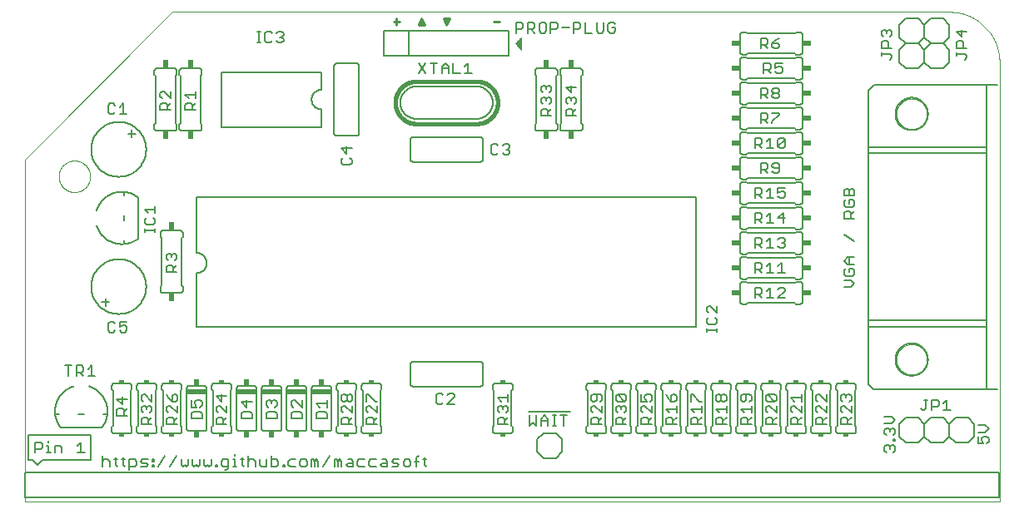
<source format=gto>
G75*
%MOIN*%
%OFA0B0*%
%FSLAX25Y25*%
%IPPOS*%
%LPD*%
%AMOC8*
5,1,8,0,0,1.08239X$1,22.5*
%
%ADD10C,0.00000*%
%ADD11C,0.01000*%
%ADD12C,0.00800*%
%ADD13C,0.00500*%
%ADD14C,0.00600*%
%ADD15C,0.01600*%
%ADD16R,0.03400X0.02400*%
%ADD17R,0.02400X0.03400*%
%ADD18C,0.00250*%
%ADD19R,0.02000X0.01500*%
%ADD20R,0.08000X0.02000*%
%ADD21R,0.02000X0.02500*%
D10*
X0001500Y0001000D02*
X0001500Y0138201D01*
X0060598Y0197299D01*
X0371602Y0197299D01*
X0372087Y0197293D01*
X0372572Y0197276D01*
X0373056Y0197246D01*
X0373540Y0197205D01*
X0374022Y0197153D01*
X0374503Y0197088D01*
X0374982Y0197012D01*
X0375460Y0196925D01*
X0375935Y0196826D01*
X0376407Y0196716D01*
X0376877Y0196594D01*
X0377344Y0196461D01*
X0377807Y0196316D01*
X0378266Y0196161D01*
X0378722Y0195994D01*
X0379174Y0195817D01*
X0379621Y0195628D01*
X0380063Y0195429D01*
X0380501Y0195219D01*
X0380933Y0194999D01*
X0381360Y0194768D01*
X0381781Y0194527D01*
X0382196Y0194276D01*
X0382606Y0194015D01*
X0383008Y0193745D01*
X0383404Y0193464D01*
X0383793Y0193174D01*
X0384175Y0192875D01*
X0384550Y0192567D01*
X0384917Y0192249D01*
X0385276Y0191923D01*
X0385627Y0191589D01*
X0385971Y0191245D01*
X0386305Y0190894D01*
X0386631Y0190535D01*
X0386949Y0190168D01*
X0387257Y0189793D01*
X0387556Y0189411D01*
X0387846Y0189022D01*
X0388127Y0188626D01*
X0388397Y0188224D01*
X0388658Y0187814D01*
X0388909Y0187399D01*
X0389150Y0186978D01*
X0389381Y0186551D01*
X0389601Y0186119D01*
X0389811Y0185681D01*
X0390010Y0185239D01*
X0390199Y0184792D01*
X0390376Y0184340D01*
X0390543Y0183884D01*
X0390698Y0183425D01*
X0390843Y0182962D01*
X0390976Y0182495D01*
X0391098Y0182025D01*
X0391208Y0181553D01*
X0391307Y0181078D01*
X0391394Y0180600D01*
X0391470Y0180121D01*
X0391535Y0179640D01*
X0391587Y0179158D01*
X0391628Y0178674D01*
X0391658Y0178190D01*
X0391675Y0177705D01*
X0391681Y0177220D01*
X0391681Y0001000D01*
X0001500Y0001000D01*
X0015000Y0131402D02*
X0015002Y0131560D01*
X0015008Y0131718D01*
X0015018Y0131876D01*
X0015032Y0132034D01*
X0015050Y0132191D01*
X0015071Y0132348D01*
X0015097Y0132504D01*
X0015127Y0132660D01*
X0015160Y0132815D01*
X0015198Y0132968D01*
X0015239Y0133121D01*
X0015284Y0133273D01*
X0015333Y0133424D01*
X0015386Y0133573D01*
X0015442Y0133721D01*
X0015502Y0133867D01*
X0015566Y0134012D01*
X0015634Y0134155D01*
X0015705Y0134297D01*
X0015779Y0134437D01*
X0015857Y0134574D01*
X0015939Y0134710D01*
X0016023Y0134844D01*
X0016112Y0134975D01*
X0016203Y0135104D01*
X0016298Y0135231D01*
X0016395Y0135356D01*
X0016496Y0135478D01*
X0016600Y0135597D01*
X0016707Y0135714D01*
X0016817Y0135828D01*
X0016930Y0135939D01*
X0017045Y0136048D01*
X0017163Y0136153D01*
X0017284Y0136255D01*
X0017407Y0136355D01*
X0017533Y0136451D01*
X0017661Y0136544D01*
X0017791Y0136634D01*
X0017924Y0136720D01*
X0018059Y0136804D01*
X0018195Y0136883D01*
X0018334Y0136960D01*
X0018475Y0137032D01*
X0018617Y0137102D01*
X0018761Y0137167D01*
X0018907Y0137229D01*
X0019054Y0137287D01*
X0019203Y0137342D01*
X0019353Y0137393D01*
X0019504Y0137440D01*
X0019656Y0137483D01*
X0019809Y0137522D01*
X0019964Y0137558D01*
X0020119Y0137589D01*
X0020275Y0137617D01*
X0020431Y0137641D01*
X0020588Y0137661D01*
X0020746Y0137677D01*
X0020903Y0137689D01*
X0021062Y0137697D01*
X0021220Y0137701D01*
X0021378Y0137701D01*
X0021536Y0137697D01*
X0021695Y0137689D01*
X0021852Y0137677D01*
X0022010Y0137661D01*
X0022167Y0137641D01*
X0022323Y0137617D01*
X0022479Y0137589D01*
X0022634Y0137558D01*
X0022789Y0137522D01*
X0022942Y0137483D01*
X0023094Y0137440D01*
X0023245Y0137393D01*
X0023395Y0137342D01*
X0023544Y0137287D01*
X0023691Y0137229D01*
X0023837Y0137167D01*
X0023981Y0137102D01*
X0024123Y0137032D01*
X0024264Y0136960D01*
X0024403Y0136883D01*
X0024539Y0136804D01*
X0024674Y0136720D01*
X0024807Y0136634D01*
X0024937Y0136544D01*
X0025065Y0136451D01*
X0025191Y0136355D01*
X0025314Y0136255D01*
X0025435Y0136153D01*
X0025553Y0136048D01*
X0025668Y0135939D01*
X0025781Y0135828D01*
X0025891Y0135714D01*
X0025998Y0135597D01*
X0026102Y0135478D01*
X0026203Y0135356D01*
X0026300Y0135231D01*
X0026395Y0135104D01*
X0026486Y0134975D01*
X0026575Y0134844D01*
X0026659Y0134710D01*
X0026741Y0134574D01*
X0026819Y0134437D01*
X0026893Y0134297D01*
X0026964Y0134155D01*
X0027032Y0134012D01*
X0027096Y0133867D01*
X0027156Y0133721D01*
X0027212Y0133573D01*
X0027265Y0133424D01*
X0027314Y0133273D01*
X0027359Y0133121D01*
X0027400Y0132968D01*
X0027438Y0132815D01*
X0027471Y0132660D01*
X0027501Y0132504D01*
X0027527Y0132348D01*
X0027548Y0132191D01*
X0027566Y0132034D01*
X0027580Y0131876D01*
X0027590Y0131718D01*
X0027596Y0131560D01*
X0027598Y0131402D01*
X0027596Y0131244D01*
X0027590Y0131086D01*
X0027580Y0130928D01*
X0027566Y0130770D01*
X0027548Y0130613D01*
X0027527Y0130456D01*
X0027501Y0130300D01*
X0027471Y0130144D01*
X0027438Y0129989D01*
X0027400Y0129836D01*
X0027359Y0129683D01*
X0027314Y0129531D01*
X0027265Y0129380D01*
X0027212Y0129231D01*
X0027156Y0129083D01*
X0027096Y0128937D01*
X0027032Y0128792D01*
X0026964Y0128649D01*
X0026893Y0128507D01*
X0026819Y0128367D01*
X0026741Y0128230D01*
X0026659Y0128094D01*
X0026575Y0127960D01*
X0026486Y0127829D01*
X0026395Y0127700D01*
X0026300Y0127573D01*
X0026203Y0127448D01*
X0026102Y0127326D01*
X0025998Y0127207D01*
X0025891Y0127090D01*
X0025781Y0126976D01*
X0025668Y0126865D01*
X0025553Y0126756D01*
X0025435Y0126651D01*
X0025314Y0126549D01*
X0025191Y0126449D01*
X0025065Y0126353D01*
X0024937Y0126260D01*
X0024807Y0126170D01*
X0024674Y0126084D01*
X0024539Y0126000D01*
X0024403Y0125921D01*
X0024264Y0125844D01*
X0024123Y0125772D01*
X0023981Y0125702D01*
X0023837Y0125637D01*
X0023691Y0125575D01*
X0023544Y0125517D01*
X0023395Y0125462D01*
X0023245Y0125411D01*
X0023094Y0125364D01*
X0022942Y0125321D01*
X0022789Y0125282D01*
X0022634Y0125246D01*
X0022479Y0125215D01*
X0022323Y0125187D01*
X0022167Y0125163D01*
X0022010Y0125143D01*
X0021852Y0125127D01*
X0021695Y0125115D01*
X0021536Y0125107D01*
X0021378Y0125103D01*
X0021220Y0125103D01*
X0021062Y0125107D01*
X0020903Y0125115D01*
X0020746Y0125127D01*
X0020588Y0125143D01*
X0020431Y0125163D01*
X0020275Y0125187D01*
X0020119Y0125215D01*
X0019964Y0125246D01*
X0019809Y0125282D01*
X0019656Y0125321D01*
X0019504Y0125364D01*
X0019353Y0125411D01*
X0019203Y0125462D01*
X0019054Y0125517D01*
X0018907Y0125575D01*
X0018761Y0125637D01*
X0018617Y0125702D01*
X0018475Y0125772D01*
X0018334Y0125844D01*
X0018195Y0125921D01*
X0018059Y0126000D01*
X0017924Y0126084D01*
X0017791Y0126170D01*
X0017661Y0126260D01*
X0017533Y0126353D01*
X0017407Y0126449D01*
X0017284Y0126549D01*
X0017163Y0126651D01*
X0017045Y0126756D01*
X0016930Y0126865D01*
X0016817Y0126976D01*
X0016707Y0127090D01*
X0016600Y0127207D01*
X0016496Y0127326D01*
X0016395Y0127448D01*
X0016298Y0127573D01*
X0016203Y0127700D01*
X0016112Y0127829D01*
X0016023Y0127960D01*
X0015939Y0128094D01*
X0015857Y0128230D01*
X0015779Y0128367D01*
X0015705Y0128507D01*
X0015634Y0128649D01*
X0015566Y0128792D01*
X0015502Y0128937D01*
X0015442Y0129083D01*
X0015386Y0129231D01*
X0015333Y0129380D01*
X0015284Y0129531D01*
X0015239Y0129683D01*
X0015198Y0129836D01*
X0015160Y0129989D01*
X0015127Y0130144D01*
X0015097Y0130300D01*
X0015071Y0130456D01*
X0015050Y0130613D01*
X0015032Y0130770D01*
X0015018Y0130928D01*
X0015008Y0131086D01*
X0015002Y0131244D01*
X0015000Y0131402D01*
X0350398Y0156463D02*
X0350400Y0156619D01*
X0350406Y0156775D01*
X0350416Y0156930D01*
X0350430Y0157085D01*
X0350448Y0157240D01*
X0350470Y0157394D01*
X0350495Y0157548D01*
X0350525Y0157701D01*
X0350559Y0157853D01*
X0350596Y0158005D01*
X0350637Y0158155D01*
X0350682Y0158304D01*
X0350731Y0158452D01*
X0350784Y0158599D01*
X0350840Y0158744D01*
X0350900Y0158888D01*
X0350964Y0159030D01*
X0351032Y0159171D01*
X0351103Y0159309D01*
X0351177Y0159446D01*
X0351255Y0159581D01*
X0351336Y0159714D01*
X0351421Y0159845D01*
X0351509Y0159974D01*
X0351600Y0160100D01*
X0351695Y0160224D01*
X0351792Y0160345D01*
X0351893Y0160464D01*
X0351997Y0160581D01*
X0352103Y0160694D01*
X0352213Y0160805D01*
X0352325Y0160913D01*
X0352440Y0161018D01*
X0352558Y0161121D01*
X0352678Y0161220D01*
X0352801Y0161316D01*
X0352926Y0161409D01*
X0353053Y0161498D01*
X0353183Y0161585D01*
X0353315Y0161668D01*
X0353449Y0161747D01*
X0353585Y0161824D01*
X0353723Y0161896D01*
X0353862Y0161966D01*
X0354004Y0162031D01*
X0354147Y0162093D01*
X0354291Y0162151D01*
X0354437Y0162206D01*
X0354585Y0162257D01*
X0354733Y0162304D01*
X0354883Y0162347D01*
X0355034Y0162386D01*
X0355186Y0162422D01*
X0355338Y0162453D01*
X0355492Y0162481D01*
X0355646Y0162505D01*
X0355800Y0162525D01*
X0355955Y0162541D01*
X0356111Y0162553D01*
X0356266Y0162561D01*
X0356422Y0162565D01*
X0356578Y0162565D01*
X0356734Y0162561D01*
X0356889Y0162553D01*
X0357045Y0162541D01*
X0357200Y0162525D01*
X0357354Y0162505D01*
X0357508Y0162481D01*
X0357662Y0162453D01*
X0357814Y0162422D01*
X0357966Y0162386D01*
X0358117Y0162347D01*
X0358267Y0162304D01*
X0358415Y0162257D01*
X0358563Y0162206D01*
X0358709Y0162151D01*
X0358853Y0162093D01*
X0358996Y0162031D01*
X0359138Y0161966D01*
X0359277Y0161896D01*
X0359415Y0161824D01*
X0359551Y0161747D01*
X0359685Y0161668D01*
X0359817Y0161585D01*
X0359947Y0161498D01*
X0360074Y0161409D01*
X0360199Y0161316D01*
X0360322Y0161220D01*
X0360442Y0161121D01*
X0360560Y0161018D01*
X0360675Y0160913D01*
X0360787Y0160805D01*
X0360897Y0160694D01*
X0361003Y0160581D01*
X0361107Y0160464D01*
X0361208Y0160345D01*
X0361305Y0160224D01*
X0361400Y0160100D01*
X0361491Y0159974D01*
X0361579Y0159845D01*
X0361664Y0159714D01*
X0361745Y0159581D01*
X0361823Y0159446D01*
X0361897Y0159309D01*
X0361968Y0159171D01*
X0362036Y0159030D01*
X0362100Y0158888D01*
X0362160Y0158744D01*
X0362216Y0158599D01*
X0362269Y0158452D01*
X0362318Y0158304D01*
X0362363Y0158155D01*
X0362404Y0158005D01*
X0362441Y0157853D01*
X0362475Y0157701D01*
X0362505Y0157548D01*
X0362530Y0157394D01*
X0362552Y0157240D01*
X0362570Y0157085D01*
X0362584Y0156930D01*
X0362594Y0156775D01*
X0362600Y0156619D01*
X0362602Y0156463D01*
X0362600Y0156307D01*
X0362594Y0156151D01*
X0362584Y0155996D01*
X0362570Y0155841D01*
X0362552Y0155686D01*
X0362530Y0155532D01*
X0362505Y0155378D01*
X0362475Y0155225D01*
X0362441Y0155073D01*
X0362404Y0154921D01*
X0362363Y0154771D01*
X0362318Y0154622D01*
X0362269Y0154474D01*
X0362216Y0154327D01*
X0362160Y0154182D01*
X0362100Y0154038D01*
X0362036Y0153896D01*
X0361968Y0153755D01*
X0361897Y0153617D01*
X0361823Y0153480D01*
X0361745Y0153345D01*
X0361664Y0153212D01*
X0361579Y0153081D01*
X0361491Y0152952D01*
X0361400Y0152826D01*
X0361305Y0152702D01*
X0361208Y0152581D01*
X0361107Y0152462D01*
X0361003Y0152345D01*
X0360897Y0152232D01*
X0360787Y0152121D01*
X0360675Y0152013D01*
X0360560Y0151908D01*
X0360442Y0151805D01*
X0360322Y0151706D01*
X0360199Y0151610D01*
X0360074Y0151517D01*
X0359947Y0151428D01*
X0359817Y0151341D01*
X0359685Y0151258D01*
X0359551Y0151179D01*
X0359415Y0151102D01*
X0359277Y0151030D01*
X0359138Y0150960D01*
X0358996Y0150895D01*
X0358853Y0150833D01*
X0358709Y0150775D01*
X0358563Y0150720D01*
X0358415Y0150669D01*
X0358267Y0150622D01*
X0358117Y0150579D01*
X0357966Y0150540D01*
X0357814Y0150504D01*
X0357662Y0150473D01*
X0357508Y0150445D01*
X0357354Y0150421D01*
X0357200Y0150401D01*
X0357045Y0150385D01*
X0356889Y0150373D01*
X0356734Y0150365D01*
X0356578Y0150361D01*
X0356422Y0150361D01*
X0356266Y0150365D01*
X0356111Y0150373D01*
X0355955Y0150385D01*
X0355800Y0150401D01*
X0355646Y0150421D01*
X0355492Y0150445D01*
X0355338Y0150473D01*
X0355186Y0150504D01*
X0355034Y0150540D01*
X0354883Y0150579D01*
X0354733Y0150622D01*
X0354585Y0150669D01*
X0354437Y0150720D01*
X0354291Y0150775D01*
X0354147Y0150833D01*
X0354004Y0150895D01*
X0353862Y0150960D01*
X0353723Y0151030D01*
X0353585Y0151102D01*
X0353449Y0151179D01*
X0353315Y0151258D01*
X0353183Y0151341D01*
X0353053Y0151428D01*
X0352926Y0151517D01*
X0352801Y0151610D01*
X0352678Y0151706D01*
X0352558Y0151805D01*
X0352440Y0151908D01*
X0352325Y0152013D01*
X0352213Y0152121D01*
X0352103Y0152232D01*
X0351997Y0152345D01*
X0351893Y0152462D01*
X0351792Y0152581D01*
X0351695Y0152702D01*
X0351600Y0152826D01*
X0351509Y0152952D01*
X0351421Y0153081D01*
X0351336Y0153212D01*
X0351255Y0153345D01*
X0351177Y0153480D01*
X0351103Y0153617D01*
X0351032Y0153755D01*
X0350964Y0153896D01*
X0350900Y0154038D01*
X0350840Y0154182D01*
X0350784Y0154327D01*
X0350731Y0154474D01*
X0350682Y0154622D01*
X0350637Y0154771D01*
X0350596Y0154921D01*
X0350559Y0155073D01*
X0350525Y0155225D01*
X0350495Y0155378D01*
X0350470Y0155532D01*
X0350448Y0155686D01*
X0350430Y0155841D01*
X0350416Y0155996D01*
X0350406Y0156151D01*
X0350400Y0156307D01*
X0350398Y0156463D01*
X0350398Y0058037D02*
X0350400Y0058193D01*
X0350406Y0058349D01*
X0350416Y0058504D01*
X0350430Y0058659D01*
X0350448Y0058814D01*
X0350470Y0058968D01*
X0350495Y0059122D01*
X0350525Y0059275D01*
X0350559Y0059427D01*
X0350596Y0059579D01*
X0350637Y0059729D01*
X0350682Y0059878D01*
X0350731Y0060026D01*
X0350784Y0060173D01*
X0350840Y0060318D01*
X0350900Y0060462D01*
X0350964Y0060604D01*
X0351032Y0060745D01*
X0351103Y0060883D01*
X0351177Y0061020D01*
X0351255Y0061155D01*
X0351336Y0061288D01*
X0351421Y0061419D01*
X0351509Y0061548D01*
X0351600Y0061674D01*
X0351695Y0061798D01*
X0351792Y0061919D01*
X0351893Y0062038D01*
X0351997Y0062155D01*
X0352103Y0062268D01*
X0352213Y0062379D01*
X0352325Y0062487D01*
X0352440Y0062592D01*
X0352558Y0062695D01*
X0352678Y0062794D01*
X0352801Y0062890D01*
X0352926Y0062983D01*
X0353053Y0063072D01*
X0353183Y0063159D01*
X0353315Y0063242D01*
X0353449Y0063321D01*
X0353585Y0063398D01*
X0353723Y0063470D01*
X0353862Y0063540D01*
X0354004Y0063605D01*
X0354147Y0063667D01*
X0354291Y0063725D01*
X0354437Y0063780D01*
X0354585Y0063831D01*
X0354733Y0063878D01*
X0354883Y0063921D01*
X0355034Y0063960D01*
X0355186Y0063996D01*
X0355338Y0064027D01*
X0355492Y0064055D01*
X0355646Y0064079D01*
X0355800Y0064099D01*
X0355955Y0064115D01*
X0356111Y0064127D01*
X0356266Y0064135D01*
X0356422Y0064139D01*
X0356578Y0064139D01*
X0356734Y0064135D01*
X0356889Y0064127D01*
X0357045Y0064115D01*
X0357200Y0064099D01*
X0357354Y0064079D01*
X0357508Y0064055D01*
X0357662Y0064027D01*
X0357814Y0063996D01*
X0357966Y0063960D01*
X0358117Y0063921D01*
X0358267Y0063878D01*
X0358415Y0063831D01*
X0358563Y0063780D01*
X0358709Y0063725D01*
X0358853Y0063667D01*
X0358996Y0063605D01*
X0359138Y0063540D01*
X0359277Y0063470D01*
X0359415Y0063398D01*
X0359551Y0063321D01*
X0359685Y0063242D01*
X0359817Y0063159D01*
X0359947Y0063072D01*
X0360074Y0062983D01*
X0360199Y0062890D01*
X0360322Y0062794D01*
X0360442Y0062695D01*
X0360560Y0062592D01*
X0360675Y0062487D01*
X0360787Y0062379D01*
X0360897Y0062268D01*
X0361003Y0062155D01*
X0361107Y0062038D01*
X0361208Y0061919D01*
X0361305Y0061798D01*
X0361400Y0061674D01*
X0361491Y0061548D01*
X0361579Y0061419D01*
X0361664Y0061288D01*
X0361745Y0061155D01*
X0361823Y0061020D01*
X0361897Y0060883D01*
X0361968Y0060745D01*
X0362036Y0060604D01*
X0362100Y0060462D01*
X0362160Y0060318D01*
X0362216Y0060173D01*
X0362269Y0060026D01*
X0362318Y0059878D01*
X0362363Y0059729D01*
X0362404Y0059579D01*
X0362441Y0059427D01*
X0362475Y0059275D01*
X0362505Y0059122D01*
X0362530Y0058968D01*
X0362552Y0058814D01*
X0362570Y0058659D01*
X0362584Y0058504D01*
X0362594Y0058349D01*
X0362600Y0058193D01*
X0362602Y0058037D01*
X0362600Y0057881D01*
X0362594Y0057725D01*
X0362584Y0057570D01*
X0362570Y0057415D01*
X0362552Y0057260D01*
X0362530Y0057106D01*
X0362505Y0056952D01*
X0362475Y0056799D01*
X0362441Y0056647D01*
X0362404Y0056495D01*
X0362363Y0056345D01*
X0362318Y0056196D01*
X0362269Y0056048D01*
X0362216Y0055901D01*
X0362160Y0055756D01*
X0362100Y0055612D01*
X0362036Y0055470D01*
X0361968Y0055329D01*
X0361897Y0055191D01*
X0361823Y0055054D01*
X0361745Y0054919D01*
X0361664Y0054786D01*
X0361579Y0054655D01*
X0361491Y0054526D01*
X0361400Y0054400D01*
X0361305Y0054276D01*
X0361208Y0054155D01*
X0361107Y0054036D01*
X0361003Y0053919D01*
X0360897Y0053806D01*
X0360787Y0053695D01*
X0360675Y0053587D01*
X0360560Y0053482D01*
X0360442Y0053379D01*
X0360322Y0053280D01*
X0360199Y0053184D01*
X0360074Y0053091D01*
X0359947Y0053002D01*
X0359817Y0052915D01*
X0359685Y0052832D01*
X0359551Y0052753D01*
X0359415Y0052676D01*
X0359277Y0052604D01*
X0359138Y0052534D01*
X0358996Y0052469D01*
X0358853Y0052407D01*
X0358709Y0052349D01*
X0358563Y0052294D01*
X0358415Y0052243D01*
X0358267Y0052196D01*
X0358117Y0052153D01*
X0357966Y0052114D01*
X0357814Y0052078D01*
X0357662Y0052047D01*
X0357508Y0052019D01*
X0357354Y0051995D01*
X0357200Y0051975D01*
X0357045Y0051959D01*
X0356889Y0051947D01*
X0356734Y0051939D01*
X0356578Y0051935D01*
X0356422Y0051935D01*
X0356266Y0051939D01*
X0356111Y0051947D01*
X0355955Y0051959D01*
X0355800Y0051975D01*
X0355646Y0051995D01*
X0355492Y0052019D01*
X0355338Y0052047D01*
X0355186Y0052078D01*
X0355034Y0052114D01*
X0354883Y0052153D01*
X0354733Y0052196D01*
X0354585Y0052243D01*
X0354437Y0052294D01*
X0354291Y0052349D01*
X0354147Y0052407D01*
X0354004Y0052469D01*
X0353862Y0052534D01*
X0353723Y0052604D01*
X0353585Y0052676D01*
X0353449Y0052753D01*
X0353315Y0052832D01*
X0353183Y0052915D01*
X0353053Y0053002D01*
X0352926Y0053091D01*
X0352801Y0053184D01*
X0352678Y0053280D01*
X0352558Y0053379D01*
X0352440Y0053482D01*
X0352325Y0053587D01*
X0352213Y0053695D01*
X0352103Y0053806D01*
X0351997Y0053919D01*
X0351893Y0054036D01*
X0351792Y0054155D01*
X0351695Y0054276D01*
X0351600Y0054400D01*
X0351509Y0054526D01*
X0351421Y0054655D01*
X0351336Y0054786D01*
X0351255Y0054919D01*
X0351177Y0055054D01*
X0351103Y0055191D01*
X0351032Y0055329D01*
X0350964Y0055470D01*
X0350900Y0055612D01*
X0350840Y0055756D01*
X0350784Y0055901D01*
X0350731Y0056048D01*
X0350682Y0056196D01*
X0350637Y0056345D01*
X0350596Y0056495D01*
X0350559Y0056647D01*
X0350525Y0056799D01*
X0350495Y0056952D01*
X0350470Y0057106D01*
X0350448Y0057260D01*
X0350430Y0057415D01*
X0350416Y0057570D01*
X0350406Y0057725D01*
X0350400Y0057881D01*
X0350398Y0058037D01*
D11*
X0170250Y0192250D02*
X0171500Y0194750D01*
X0169000Y0194750D01*
X0170250Y0192250D01*
X0170018Y0192714D02*
X0170482Y0192714D01*
X0170981Y0193713D02*
X0169519Y0193713D01*
X0169019Y0194711D02*
X0171481Y0194711D01*
X0161500Y0192250D02*
X0159000Y0192250D01*
X0160250Y0194750D01*
X0161500Y0192250D01*
X0161268Y0192714D02*
X0159232Y0192714D01*
X0159731Y0193713D02*
X0160769Y0193713D01*
X0160269Y0194711D02*
X0160231Y0194711D01*
X0151500Y0193500D02*
X0149000Y0193500D01*
X0150250Y0192250D02*
X0150250Y0194750D01*
X0189000Y0193500D02*
X0191500Y0193500D01*
D12*
X0198150Y0193104D02*
X0198150Y0188900D01*
X0198150Y0190301D02*
X0200252Y0190301D01*
X0200952Y0191002D01*
X0200952Y0192403D01*
X0200252Y0193104D01*
X0198150Y0193104D01*
X0202754Y0193104D02*
X0204856Y0193104D01*
X0205556Y0192403D01*
X0205556Y0191002D01*
X0204856Y0190301D01*
X0202754Y0190301D01*
X0202754Y0188900D02*
X0202754Y0193104D01*
X0207358Y0192403D02*
X0207358Y0189601D01*
X0208058Y0188900D01*
X0209460Y0188900D01*
X0210160Y0189601D01*
X0210160Y0192403D01*
X0209460Y0193104D01*
X0208058Y0193104D01*
X0207358Y0192403D01*
X0204155Y0190301D02*
X0205556Y0188900D01*
X0211962Y0188900D02*
X0211962Y0193104D01*
X0214064Y0193104D01*
X0214764Y0192403D01*
X0214764Y0191002D01*
X0214064Y0190301D01*
X0211962Y0190301D01*
X0216566Y0191002D02*
X0219368Y0191002D01*
X0221170Y0190301D02*
X0223271Y0190301D01*
X0223972Y0191002D01*
X0223972Y0192403D01*
X0223271Y0193104D01*
X0221170Y0193104D01*
X0221170Y0188900D01*
X0225774Y0188900D02*
X0228576Y0188900D01*
X0230377Y0189601D02*
X0231078Y0188900D01*
X0232479Y0188900D01*
X0233180Y0189601D01*
X0233180Y0193104D01*
X0234981Y0192403D02*
X0235682Y0193104D01*
X0237083Y0193104D01*
X0237784Y0192403D01*
X0237784Y0191002D02*
X0236383Y0191002D01*
X0237784Y0191002D02*
X0237784Y0189601D01*
X0237083Y0188900D01*
X0235682Y0188900D01*
X0234981Y0189601D01*
X0234981Y0192403D01*
X0230377Y0193104D02*
X0230377Y0189601D01*
X0225774Y0188900D02*
X0225774Y0193104D01*
X0178957Y0176854D02*
X0178957Y0172650D01*
X0177556Y0172650D02*
X0180358Y0172650D01*
X0175754Y0172650D02*
X0172952Y0172650D01*
X0172952Y0176854D01*
X0171150Y0175452D02*
X0171150Y0172650D01*
X0171150Y0174752D02*
X0168348Y0174752D01*
X0168348Y0175452D02*
X0168348Y0172650D01*
X0165145Y0172650D02*
X0165145Y0176854D01*
X0163744Y0176854D02*
X0166546Y0176854D01*
X0168348Y0175452D02*
X0169749Y0176854D01*
X0171150Y0175452D01*
X0177556Y0175452D02*
X0178957Y0176854D01*
X0161943Y0176854D02*
X0159140Y0172650D01*
X0161943Y0172650D02*
X0159140Y0176854D01*
X0208046Y0167054D02*
X0208046Y0165653D01*
X0208747Y0164952D01*
X0208747Y0163150D02*
X0209448Y0163150D01*
X0210148Y0162450D01*
X0210849Y0163150D01*
X0211549Y0163150D01*
X0212250Y0162450D01*
X0212250Y0161049D01*
X0211549Y0160348D01*
X0212250Y0158546D02*
X0210849Y0157145D01*
X0210849Y0157846D02*
X0210849Y0155744D01*
X0212250Y0155744D02*
X0208046Y0155744D01*
X0208046Y0157846D01*
X0208747Y0158546D01*
X0210148Y0158546D01*
X0210849Y0157846D01*
X0208747Y0160348D02*
X0208046Y0161049D01*
X0208046Y0162450D01*
X0208747Y0163150D01*
X0210148Y0162450D02*
X0210148Y0161749D01*
X0211549Y0164952D02*
X0212250Y0165653D01*
X0212250Y0167054D01*
X0211549Y0167754D01*
X0210849Y0167754D01*
X0210148Y0167054D01*
X0210148Y0166353D01*
X0210148Y0167054D02*
X0209448Y0167754D01*
X0208747Y0167754D01*
X0208046Y0167054D01*
X0218046Y0167054D02*
X0220148Y0164952D01*
X0220148Y0167754D01*
X0222250Y0167054D02*
X0218046Y0167054D01*
X0218747Y0163150D02*
X0219448Y0163150D01*
X0220148Y0162450D01*
X0220849Y0163150D01*
X0221549Y0163150D01*
X0222250Y0162450D01*
X0222250Y0161049D01*
X0221549Y0160348D01*
X0222250Y0158546D02*
X0220849Y0157145D01*
X0220849Y0157846D02*
X0220849Y0155744D01*
X0222250Y0155744D02*
X0218046Y0155744D01*
X0218046Y0157846D01*
X0218747Y0158546D01*
X0220148Y0158546D01*
X0220849Y0157846D01*
X0218747Y0160348D02*
X0218046Y0161049D01*
X0218046Y0162450D01*
X0218747Y0163150D01*
X0220148Y0162450D02*
X0220148Y0161749D01*
X0195556Y0143653D02*
X0195556Y0142952D01*
X0194856Y0142252D01*
X0195556Y0141551D01*
X0195556Y0140851D01*
X0194856Y0140150D01*
X0193455Y0140150D01*
X0192754Y0140851D01*
X0190952Y0140851D02*
X0190252Y0140150D01*
X0188851Y0140150D01*
X0188150Y0140851D01*
X0188150Y0143653D01*
X0188851Y0144354D01*
X0190252Y0144354D01*
X0190952Y0143653D01*
X0192754Y0143653D02*
X0193455Y0144354D01*
X0194856Y0144354D01*
X0195556Y0143653D01*
X0194856Y0142252D02*
X0194155Y0142252D01*
X0132350Y0142648D02*
X0128146Y0142648D01*
X0130248Y0140546D01*
X0130248Y0143348D01*
X0128847Y0138745D02*
X0128146Y0138044D01*
X0128146Y0136643D01*
X0128847Y0135942D01*
X0131649Y0135942D01*
X0132350Y0136643D01*
X0132350Y0138044D01*
X0131649Y0138745D01*
X0069850Y0158046D02*
X0065646Y0158046D01*
X0065646Y0160148D01*
X0066347Y0160848D01*
X0067748Y0160848D01*
X0068449Y0160148D01*
X0068449Y0158046D01*
X0068449Y0159447D02*
X0069850Y0160848D01*
X0069850Y0162650D02*
X0069850Y0165452D01*
X0069850Y0164051D02*
X0065646Y0164051D01*
X0067048Y0162650D01*
X0059850Y0162650D02*
X0059850Y0165452D01*
X0059850Y0162650D02*
X0057048Y0165452D01*
X0056347Y0165452D01*
X0055646Y0164752D01*
X0055646Y0163351D01*
X0056347Y0162650D01*
X0056347Y0160848D02*
X0057748Y0160848D01*
X0058449Y0160148D01*
X0058449Y0158046D01*
X0059850Y0158046D02*
X0055646Y0158046D01*
X0055646Y0160148D01*
X0056347Y0160848D01*
X0058449Y0159447D02*
X0059850Y0160848D01*
X0042202Y0156400D02*
X0039400Y0156400D01*
X0040801Y0156400D02*
X0040801Y0160604D01*
X0039400Y0159202D01*
X0037598Y0159903D02*
X0036898Y0160604D01*
X0035497Y0160604D01*
X0034796Y0159903D01*
X0034796Y0157101D01*
X0035497Y0156400D01*
X0036898Y0156400D01*
X0037598Y0157101D01*
X0094511Y0185150D02*
X0095913Y0185150D01*
X0095212Y0185150D02*
X0095212Y0189354D01*
X0094511Y0189354D02*
X0095913Y0189354D01*
X0097581Y0188653D02*
X0097581Y0185851D01*
X0098281Y0185150D01*
X0099683Y0185150D01*
X0100383Y0185851D01*
X0102185Y0185851D02*
X0102885Y0185150D01*
X0104286Y0185150D01*
X0104987Y0185851D01*
X0104987Y0186551D01*
X0104286Y0187252D01*
X0103586Y0187252D01*
X0104286Y0187252D02*
X0104987Y0187952D01*
X0104987Y0188653D01*
X0104286Y0189354D01*
X0102885Y0189354D01*
X0102185Y0188653D01*
X0100383Y0188653D02*
X0099683Y0189354D01*
X0098281Y0189354D01*
X0097581Y0188653D01*
X0053600Y0119487D02*
X0053600Y0116685D01*
X0053600Y0118086D02*
X0049396Y0118086D01*
X0050798Y0116685D01*
X0050097Y0114883D02*
X0049396Y0114182D01*
X0049396Y0112781D01*
X0050097Y0112081D01*
X0052899Y0112081D01*
X0053600Y0112781D01*
X0053600Y0114182D01*
X0052899Y0114883D01*
X0053600Y0110413D02*
X0053600Y0109011D01*
X0053600Y0109712D02*
X0049396Y0109712D01*
X0049396Y0109011D02*
X0049396Y0110413D01*
X0058747Y0100452D02*
X0059448Y0100452D01*
X0060148Y0099752D01*
X0060849Y0100452D01*
X0061549Y0100452D01*
X0062250Y0099752D01*
X0062250Y0098351D01*
X0061549Y0097650D01*
X0062250Y0095848D02*
X0060849Y0094447D01*
X0060849Y0095148D02*
X0060849Y0093046D01*
X0062250Y0093046D02*
X0058046Y0093046D01*
X0058046Y0095148D01*
X0058747Y0095848D01*
X0060148Y0095848D01*
X0060849Y0095148D01*
X0058747Y0097650D02*
X0058046Y0098351D01*
X0058046Y0099752D01*
X0058747Y0100452D01*
X0060148Y0099752D02*
X0060148Y0099051D01*
X0042202Y0073104D02*
X0039400Y0073104D01*
X0039400Y0071002D01*
X0040801Y0071702D01*
X0041502Y0071702D01*
X0042202Y0071002D01*
X0042202Y0069601D01*
X0041502Y0068900D01*
X0040101Y0068900D01*
X0039400Y0069601D01*
X0037598Y0069601D02*
X0036898Y0068900D01*
X0035497Y0068900D01*
X0034796Y0069601D01*
X0034796Y0072403D01*
X0035497Y0073104D01*
X0036898Y0073104D01*
X0037598Y0072403D01*
X0028103Y0055604D02*
X0026702Y0054202D01*
X0024900Y0054903D02*
X0024900Y0053502D01*
X0024200Y0052801D01*
X0022098Y0052801D01*
X0022098Y0051400D02*
X0022098Y0055604D01*
X0024200Y0055604D01*
X0024900Y0054903D01*
X0023499Y0052801D02*
X0024900Y0051400D01*
X0026702Y0051400D02*
X0029504Y0051400D01*
X0028103Y0051400D02*
X0028103Y0055604D01*
X0020296Y0055604D02*
X0017494Y0055604D01*
X0018895Y0055604D02*
X0018895Y0051400D01*
X0038246Y0042252D02*
X0040348Y0040150D01*
X0040348Y0042952D01*
X0042450Y0042252D02*
X0038246Y0042252D01*
X0038947Y0038348D02*
X0040348Y0038348D01*
X0041049Y0037648D01*
X0041049Y0035546D01*
X0042450Y0035546D02*
X0038246Y0035546D01*
X0038246Y0037648D01*
X0038947Y0038348D01*
X0041049Y0036947D02*
X0042450Y0038348D01*
X0048046Y0038700D02*
X0048046Y0037299D01*
X0048747Y0036598D01*
X0048747Y0034796D02*
X0050148Y0034796D01*
X0050849Y0034096D01*
X0050849Y0031994D01*
X0052250Y0031994D02*
X0048046Y0031994D01*
X0048046Y0034096D01*
X0048747Y0034796D01*
X0050849Y0033395D02*
X0052250Y0034796D01*
X0051549Y0036598D02*
X0052250Y0037299D01*
X0052250Y0038700D01*
X0051549Y0039400D01*
X0050849Y0039400D01*
X0050148Y0038700D01*
X0050148Y0037999D01*
X0050148Y0038700D02*
X0049448Y0039400D01*
X0048747Y0039400D01*
X0048046Y0038700D01*
X0048747Y0041202D02*
X0048046Y0041903D01*
X0048046Y0043304D01*
X0048747Y0044004D01*
X0049448Y0044004D01*
X0052250Y0041202D01*
X0052250Y0044004D01*
X0058246Y0044004D02*
X0058947Y0042603D01*
X0060348Y0041202D01*
X0060348Y0043304D01*
X0061049Y0044004D01*
X0061749Y0044004D01*
X0062450Y0043304D01*
X0062450Y0041903D01*
X0061749Y0041202D01*
X0060348Y0041202D01*
X0059648Y0039400D02*
X0058947Y0039400D01*
X0058246Y0038700D01*
X0058246Y0037299D01*
X0058947Y0036598D01*
X0058947Y0034796D02*
X0060348Y0034796D01*
X0061049Y0034096D01*
X0061049Y0031994D01*
X0062450Y0031994D02*
X0058246Y0031994D01*
X0058246Y0034096D01*
X0058947Y0034796D01*
X0061049Y0033395D02*
X0062450Y0034796D01*
X0062450Y0036598D02*
X0059648Y0039400D01*
X0062450Y0039400D02*
X0062450Y0036598D01*
X0068146Y0036398D02*
X0068146Y0034296D01*
X0072350Y0034296D01*
X0072350Y0036398D01*
X0071649Y0037098D01*
X0068847Y0037098D01*
X0068146Y0036398D01*
X0068146Y0038900D02*
X0070248Y0038900D01*
X0069548Y0040301D01*
X0069548Y0041002D01*
X0070248Y0041702D01*
X0071649Y0041702D01*
X0072350Y0041002D01*
X0072350Y0039601D01*
X0071649Y0038900D01*
X0068146Y0038900D02*
X0068146Y0041702D01*
X0078046Y0043304D02*
X0080148Y0041202D01*
X0080148Y0044004D01*
X0082250Y0043304D02*
X0078046Y0043304D01*
X0078747Y0039400D02*
X0078046Y0038700D01*
X0078046Y0037299D01*
X0078747Y0036598D01*
X0078747Y0034796D02*
X0078046Y0034096D01*
X0078046Y0031994D01*
X0082250Y0031994D01*
X0080849Y0031994D02*
X0080849Y0034096D01*
X0080148Y0034796D01*
X0078747Y0034796D01*
X0080849Y0033395D02*
X0082250Y0034796D01*
X0082250Y0036598D02*
X0079448Y0039400D01*
X0078747Y0039400D01*
X0082250Y0039400D02*
X0082250Y0036598D01*
X0088146Y0036398D02*
X0088146Y0034296D01*
X0092350Y0034296D01*
X0092350Y0036398D01*
X0091649Y0037098D01*
X0088847Y0037098D01*
X0088146Y0036398D01*
X0090248Y0038900D02*
X0090248Y0041702D01*
X0088146Y0041002D02*
X0090248Y0038900D01*
X0092350Y0041002D02*
X0088146Y0041002D01*
X0098146Y0041002D02*
X0098146Y0039601D01*
X0098847Y0038900D01*
X0098847Y0037098D02*
X0098146Y0036398D01*
X0098146Y0034296D01*
X0102350Y0034296D01*
X0102350Y0036398D01*
X0101649Y0037098D01*
X0098847Y0037098D01*
X0101649Y0038900D02*
X0102350Y0039601D01*
X0102350Y0041002D01*
X0101649Y0041702D01*
X0100949Y0041702D01*
X0100248Y0041002D01*
X0100248Y0040301D01*
X0100248Y0041002D02*
X0099548Y0041702D01*
X0098847Y0041702D01*
X0098146Y0041002D01*
X0108146Y0041002D02*
X0108146Y0039601D01*
X0108847Y0038900D01*
X0108847Y0037098D02*
X0108146Y0036398D01*
X0108146Y0034296D01*
X0112350Y0034296D01*
X0112350Y0036398D01*
X0111649Y0037098D01*
X0108847Y0037098D01*
X0112350Y0038900D02*
X0109548Y0041702D01*
X0108847Y0041702D01*
X0108146Y0041002D01*
X0112350Y0041702D02*
X0112350Y0038900D01*
X0118146Y0040301D02*
X0119548Y0038900D01*
X0118847Y0037098D02*
X0118146Y0036398D01*
X0118146Y0034296D01*
X0122350Y0034296D01*
X0122350Y0036398D01*
X0121649Y0037098D01*
X0118847Y0037098D01*
X0122350Y0038900D02*
X0122350Y0041702D01*
X0122350Y0040301D02*
X0118146Y0040301D01*
X0128246Y0038700D02*
X0128246Y0037299D01*
X0128947Y0036598D01*
X0128947Y0034796D02*
X0130348Y0034796D01*
X0131049Y0034096D01*
X0131049Y0031994D01*
X0132450Y0031994D02*
X0128246Y0031994D01*
X0128246Y0034096D01*
X0128947Y0034796D01*
X0131049Y0033395D02*
X0132450Y0034796D01*
X0132450Y0036598D02*
X0129648Y0039400D01*
X0128947Y0039400D01*
X0128246Y0038700D01*
X0128947Y0041202D02*
X0129648Y0041202D01*
X0130348Y0041903D01*
X0130348Y0043304D01*
X0131049Y0044004D01*
X0131749Y0044004D01*
X0132450Y0043304D01*
X0132450Y0041903D01*
X0131749Y0041202D01*
X0131049Y0041202D01*
X0130348Y0041903D01*
X0130348Y0043304D02*
X0129648Y0044004D01*
X0128947Y0044004D01*
X0128246Y0043304D01*
X0128246Y0041903D01*
X0128947Y0041202D01*
X0132450Y0039400D02*
X0132450Y0036598D01*
X0138246Y0037299D02*
X0138947Y0036598D01*
X0138246Y0037299D02*
X0138246Y0038700D01*
X0138947Y0039400D01*
X0139648Y0039400D01*
X0142450Y0036598D01*
X0142450Y0039400D01*
X0142450Y0041202D02*
X0141749Y0041202D01*
X0138947Y0044004D01*
X0138246Y0044004D01*
X0138246Y0041202D01*
X0138947Y0034796D02*
X0140348Y0034796D01*
X0141049Y0034096D01*
X0141049Y0031994D01*
X0142450Y0031994D02*
X0138246Y0031994D01*
X0138246Y0034096D01*
X0138947Y0034796D01*
X0141049Y0033395D02*
X0142450Y0034796D01*
X0166046Y0040851D02*
X0166747Y0040150D01*
X0168148Y0040150D01*
X0168848Y0040851D01*
X0170650Y0040150D02*
X0173452Y0042952D01*
X0173452Y0043653D01*
X0172752Y0044354D01*
X0171351Y0044354D01*
X0170650Y0043653D01*
X0168848Y0043653D02*
X0168148Y0044354D01*
X0166747Y0044354D01*
X0166046Y0043653D01*
X0166046Y0040851D01*
X0170650Y0040150D02*
X0173452Y0040150D01*
X0190746Y0038700D02*
X0190746Y0037299D01*
X0191447Y0036598D01*
X0191447Y0034796D02*
X0192848Y0034796D01*
X0193549Y0034096D01*
X0193549Y0031994D01*
X0194950Y0031994D02*
X0190746Y0031994D01*
X0190746Y0034096D01*
X0191447Y0034796D01*
X0193549Y0033395D02*
X0194950Y0034796D01*
X0194249Y0036598D02*
X0194950Y0037299D01*
X0194950Y0038700D01*
X0194249Y0039400D01*
X0193549Y0039400D01*
X0192848Y0038700D01*
X0192848Y0037999D01*
X0192848Y0038700D02*
X0192148Y0039400D01*
X0191447Y0039400D01*
X0190746Y0038700D01*
X0192148Y0041202D02*
X0190746Y0042603D01*
X0194950Y0042603D01*
X0194950Y0041202D02*
X0194950Y0044004D01*
X0203059Y0037200D02*
X0219941Y0037200D01*
X0218539Y0035604D02*
X0215737Y0035604D01*
X0217138Y0035604D02*
X0217138Y0031400D01*
X0214069Y0031400D02*
X0212667Y0031400D01*
X0213368Y0031400D02*
X0213368Y0035604D01*
X0212667Y0035604D02*
X0214069Y0035604D01*
X0210866Y0034202D02*
X0210866Y0031400D01*
X0210866Y0033502D02*
X0208063Y0033502D01*
X0208063Y0034202D02*
X0208063Y0031400D01*
X0206262Y0031400D02*
X0206262Y0035604D01*
X0208063Y0034202D02*
X0209465Y0035604D01*
X0210866Y0034202D01*
X0206262Y0031400D02*
X0204861Y0032801D01*
X0203459Y0031400D01*
X0203459Y0035604D01*
X0228246Y0034096D02*
X0228246Y0031994D01*
X0232450Y0031994D01*
X0231049Y0031994D02*
X0231049Y0034096D01*
X0230348Y0034796D01*
X0228947Y0034796D01*
X0228246Y0034096D01*
X0228947Y0036598D02*
X0228246Y0037299D01*
X0228246Y0038700D01*
X0228947Y0039400D01*
X0229648Y0039400D01*
X0232450Y0036598D01*
X0232450Y0039400D01*
X0231749Y0041202D02*
X0232450Y0041903D01*
X0232450Y0043304D01*
X0231749Y0044004D01*
X0228947Y0044004D01*
X0228246Y0043304D01*
X0228246Y0041903D01*
X0228947Y0041202D01*
X0229648Y0041202D01*
X0230348Y0041903D01*
X0230348Y0044004D01*
X0238046Y0043304D02*
X0238747Y0044004D01*
X0241549Y0041202D01*
X0242250Y0041903D01*
X0242250Y0043304D01*
X0241549Y0044004D01*
X0238747Y0044004D01*
X0238046Y0043304D02*
X0238046Y0041903D01*
X0238747Y0041202D01*
X0241549Y0041202D01*
X0241549Y0039400D02*
X0242250Y0038700D01*
X0242250Y0037299D01*
X0241549Y0036598D01*
X0242250Y0034796D02*
X0240849Y0033395D01*
X0240849Y0034096D02*
X0240849Y0031994D01*
X0242250Y0031994D02*
X0238046Y0031994D01*
X0238046Y0034096D01*
X0238747Y0034796D01*
X0240148Y0034796D01*
X0240849Y0034096D01*
X0238747Y0036598D02*
X0238046Y0037299D01*
X0238046Y0038700D01*
X0238747Y0039400D01*
X0239448Y0039400D01*
X0240148Y0038700D01*
X0240849Y0039400D01*
X0241549Y0039400D01*
X0240148Y0038700D02*
X0240148Y0037999D01*
X0248246Y0037299D02*
X0248947Y0036598D01*
X0248246Y0037299D02*
X0248246Y0038700D01*
X0248947Y0039400D01*
X0249648Y0039400D01*
X0252450Y0036598D01*
X0252450Y0039400D01*
X0251749Y0041202D02*
X0252450Y0041903D01*
X0252450Y0043304D01*
X0251749Y0044004D01*
X0250348Y0044004D01*
X0249648Y0043304D01*
X0249648Y0042603D01*
X0250348Y0041202D01*
X0248246Y0041202D01*
X0248246Y0044004D01*
X0258146Y0044004D02*
X0258847Y0042603D01*
X0260248Y0041202D01*
X0260248Y0043304D01*
X0260949Y0044004D01*
X0261649Y0044004D01*
X0262350Y0043304D01*
X0262350Y0041903D01*
X0261649Y0041202D01*
X0260248Y0041202D01*
X0262350Y0039400D02*
X0262350Y0036598D01*
X0262350Y0037999D02*
X0258146Y0037999D01*
X0259548Y0036598D01*
X0258847Y0034796D02*
X0260248Y0034796D01*
X0260949Y0034096D01*
X0260949Y0031994D01*
X0262350Y0031994D02*
X0258146Y0031994D01*
X0258146Y0034096D01*
X0258847Y0034796D01*
X0260949Y0033395D02*
X0262350Y0034796D01*
X0268146Y0034096D02*
X0268146Y0031994D01*
X0272350Y0031994D01*
X0270949Y0031994D02*
X0270949Y0034096D01*
X0270248Y0034796D01*
X0268847Y0034796D01*
X0268146Y0034096D01*
X0269548Y0036598D02*
X0268146Y0037999D01*
X0272350Y0037999D01*
X0272350Y0036598D02*
X0272350Y0039400D01*
X0272350Y0041202D02*
X0271649Y0041202D01*
X0268847Y0044004D01*
X0268146Y0044004D01*
X0268146Y0041202D01*
X0278146Y0041903D02*
X0278847Y0041202D01*
X0279548Y0041202D01*
X0280248Y0041903D01*
X0280248Y0043304D01*
X0280949Y0044004D01*
X0281649Y0044004D01*
X0282350Y0043304D01*
X0282350Y0041903D01*
X0281649Y0041202D01*
X0280949Y0041202D01*
X0280248Y0041903D01*
X0280248Y0043304D02*
X0279548Y0044004D01*
X0278847Y0044004D01*
X0278146Y0043304D01*
X0278146Y0041903D01*
X0278146Y0037999D02*
X0282350Y0037999D01*
X0282350Y0036598D02*
X0282350Y0039400D01*
X0279548Y0036598D02*
X0278146Y0037999D01*
X0278847Y0034796D02*
X0280248Y0034796D01*
X0280949Y0034096D01*
X0280949Y0031994D01*
X0282350Y0031994D02*
X0278146Y0031994D01*
X0278146Y0034096D01*
X0278847Y0034796D01*
X0280949Y0033395D02*
X0282350Y0034796D01*
X0288146Y0034096D02*
X0288146Y0031994D01*
X0292350Y0031994D01*
X0290949Y0031994D02*
X0290949Y0034096D01*
X0290248Y0034796D01*
X0288847Y0034796D01*
X0288146Y0034096D01*
X0289548Y0036598D02*
X0288146Y0037999D01*
X0292350Y0037999D01*
X0292350Y0036598D02*
X0292350Y0039400D01*
X0291649Y0041202D02*
X0292350Y0041903D01*
X0292350Y0043304D01*
X0291649Y0044004D01*
X0288847Y0044004D01*
X0288146Y0043304D01*
X0288146Y0041903D01*
X0288847Y0041202D01*
X0289548Y0041202D01*
X0290248Y0041903D01*
X0290248Y0044004D01*
X0298146Y0043304D02*
X0298847Y0044004D01*
X0301649Y0041202D01*
X0302350Y0041903D01*
X0302350Y0043304D01*
X0301649Y0044004D01*
X0298847Y0044004D01*
X0298146Y0043304D02*
X0298146Y0041903D01*
X0298847Y0041202D01*
X0301649Y0041202D01*
X0302350Y0039400D02*
X0302350Y0036598D01*
X0299548Y0039400D01*
X0298847Y0039400D01*
X0298146Y0038700D01*
X0298146Y0037299D01*
X0298847Y0036598D01*
X0298847Y0034796D02*
X0298146Y0034096D01*
X0298146Y0031994D01*
X0302350Y0031994D01*
X0300949Y0031994D02*
X0300949Y0034096D01*
X0300248Y0034796D01*
X0298847Y0034796D01*
X0300949Y0033395D02*
X0302350Y0034796D01*
X0308146Y0034096D02*
X0308146Y0031994D01*
X0312350Y0031994D01*
X0310949Y0031994D02*
X0310949Y0034096D01*
X0310248Y0034796D01*
X0308847Y0034796D01*
X0308146Y0034096D01*
X0308847Y0036598D02*
X0308146Y0037299D01*
X0308146Y0038700D01*
X0308847Y0039400D01*
X0309548Y0039400D01*
X0312350Y0036598D01*
X0312350Y0039400D01*
X0312350Y0041202D02*
X0312350Y0044004D01*
X0312350Y0042603D02*
X0308146Y0042603D01*
X0309548Y0041202D01*
X0318146Y0041903D02*
X0318847Y0041202D01*
X0318146Y0041903D02*
X0318146Y0043304D01*
X0318847Y0044004D01*
X0319548Y0044004D01*
X0322350Y0041202D01*
X0322350Y0044004D01*
X0328146Y0043304D02*
X0328847Y0044004D01*
X0329548Y0044004D01*
X0330248Y0043304D01*
X0330949Y0044004D01*
X0331649Y0044004D01*
X0332350Y0043304D01*
X0332350Y0041903D01*
X0331649Y0041202D01*
X0332350Y0039400D02*
X0332350Y0036598D01*
X0329548Y0039400D01*
X0328847Y0039400D01*
X0328146Y0038700D01*
X0328146Y0037299D01*
X0328847Y0036598D01*
X0328847Y0034796D02*
X0330248Y0034796D01*
X0330949Y0034096D01*
X0330949Y0031994D01*
X0332350Y0031994D02*
X0328146Y0031994D01*
X0328146Y0034096D01*
X0328847Y0034796D01*
X0330949Y0033395D02*
X0332350Y0034796D01*
X0322350Y0034796D02*
X0320949Y0033395D01*
X0320949Y0034096D02*
X0320949Y0031994D01*
X0322350Y0031994D02*
X0318146Y0031994D01*
X0318146Y0034096D01*
X0318847Y0034796D01*
X0320248Y0034796D01*
X0320949Y0034096D01*
X0322350Y0036598D02*
X0319548Y0039400D01*
X0318847Y0039400D01*
X0318146Y0038700D01*
X0318146Y0037299D01*
X0318847Y0036598D01*
X0322350Y0036598D02*
X0322350Y0039400D01*
X0328146Y0041903D02*
X0328847Y0041202D01*
X0328146Y0041903D02*
X0328146Y0043304D01*
X0330248Y0043304D02*
X0330248Y0042603D01*
X0345646Y0035155D02*
X0348449Y0035155D01*
X0349850Y0033754D01*
X0348449Y0032353D01*
X0345646Y0032353D01*
X0346347Y0030551D02*
X0345646Y0029851D01*
X0345646Y0028450D01*
X0346347Y0027749D01*
X0347748Y0029150D02*
X0347748Y0029851D01*
X0348449Y0030551D01*
X0349149Y0030551D01*
X0349850Y0029851D01*
X0349850Y0028450D01*
X0349149Y0027749D01*
X0349149Y0026148D02*
X0349850Y0026148D01*
X0349850Y0025447D01*
X0349149Y0025447D01*
X0349149Y0026148D01*
X0349149Y0023646D02*
X0349850Y0022945D01*
X0349850Y0021544D01*
X0349149Y0020843D01*
X0347748Y0022244D02*
X0347748Y0022945D01*
X0348449Y0023646D01*
X0349149Y0023646D01*
X0347748Y0022945D02*
X0347048Y0023646D01*
X0346347Y0023646D01*
X0345646Y0022945D01*
X0345646Y0021544D01*
X0346347Y0020843D01*
X0347748Y0029851D02*
X0347048Y0030551D01*
X0346347Y0030551D01*
X0359994Y0038351D02*
X0360695Y0037650D01*
X0361395Y0037650D01*
X0362096Y0038351D01*
X0362096Y0041854D01*
X0362796Y0041854D02*
X0361395Y0041854D01*
X0364598Y0041854D02*
X0366700Y0041854D01*
X0367400Y0041153D01*
X0367400Y0039752D01*
X0366700Y0039051D01*
X0364598Y0039051D01*
X0364598Y0037650D02*
X0364598Y0041854D01*
X0369202Y0040452D02*
X0370603Y0041854D01*
X0370603Y0037650D01*
X0369202Y0037650D02*
X0372004Y0037650D01*
X0383146Y0031702D02*
X0385949Y0031702D01*
X0387350Y0030301D01*
X0385949Y0028900D01*
X0383146Y0028900D01*
X0383146Y0027098D02*
X0383146Y0024296D01*
X0385248Y0024296D01*
X0384548Y0025697D01*
X0384548Y0026398D01*
X0385248Y0027098D01*
X0386649Y0027098D01*
X0387350Y0026398D01*
X0387350Y0024997D01*
X0386649Y0024296D01*
X0312350Y0034796D02*
X0310949Y0033395D01*
X0292350Y0034796D02*
X0290949Y0033395D01*
X0272350Y0034796D02*
X0270949Y0033395D01*
X0252450Y0031994D02*
X0248246Y0031994D01*
X0248246Y0034096D01*
X0248947Y0034796D01*
X0250348Y0034796D01*
X0251049Y0034096D01*
X0251049Y0031994D01*
X0251049Y0033395D02*
X0252450Y0034796D01*
X0232450Y0034796D02*
X0231049Y0033395D01*
X0162088Y0017952D02*
X0160686Y0017952D01*
X0161387Y0018653D02*
X0161387Y0015851D01*
X0162088Y0015150D01*
X0159018Y0017252D02*
X0157617Y0017252D01*
X0158318Y0018653D02*
X0158318Y0015150D01*
X0155816Y0015851D02*
X0155816Y0017252D01*
X0155115Y0017952D01*
X0153714Y0017952D01*
X0153013Y0017252D01*
X0153013Y0015851D01*
X0153714Y0015150D01*
X0155115Y0015150D01*
X0155816Y0015851D01*
X0151212Y0015851D02*
X0150511Y0016551D01*
X0149110Y0016551D01*
X0148409Y0017252D01*
X0149110Y0017952D01*
X0151212Y0017952D01*
X0146608Y0017252D02*
X0146608Y0015150D01*
X0144506Y0015150D01*
X0143805Y0015851D01*
X0144506Y0016551D01*
X0146608Y0016551D01*
X0146608Y0017252D02*
X0145907Y0017952D01*
X0144506Y0017952D01*
X0142004Y0017952D02*
X0139902Y0017952D01*
X0139201Y0017252D01*
X0139201Y0015851D01*
X0139902Y0015150D01*
X0142004Y0015150D01*
X0148409Y0015150D02*
X0150511Y0015150D01*
X0151212Y0015851D01*
X0158318Y0018653D02*
X0159018Y0019354D01*
X0137400Y0017952D02*
X0135298Y0017952D01*
X0134598Y0017252D01*
X0134598Y0015851D01*
X0135298Y0015150D01*
X0137400Y0015150D01*
X0132796Y0015150D02*
X0132796Y0017252D01*
X0132095Y0017952D01*
X0130694Y0017952D01*
X0130694Y0016551D02*
X0132796Y0016551D01*
X0132796Y0015150D02*
X0130694Y0015150D01*
X0129994Y0015851D01*
X0130694Y0016551D01*
X0128192Y0017252D02*
X0128192Y0015150D01*
X0126791Y0015150D02*
X0126791Y0017252D01*
X0127492Y0017952D01*
X0128192Y0017252D01*
X0126791Y0017252D02*
X0126090Y0017952D01*
X0125390Y0017952D01*
X0125390Y0015150D01*
X0123588Y0019354D02*
X0120786Y0015150D01*
X0118984Y0015150D02*
X0118984Y0017252D01*
X0118284Y0017952D01*
X0117583Y0017252D01*
X0117583Y0015150D01*
X0116182Y0015150D02*
X0116182Y0017952D01*
X0116882Y0017952D01*
X0117583Y0017252D01*
X0114380Y0017252D02*
X0113680Y0017952D01*
X0112279Y0017952D01*
X0111578Y0017252D01*
X0111578Y0015851D01*
X0112279Y0015150D01*
X0113680Y0015150D01*
X0114380Y0015851D01*
X0114380Y0017252D01*
X0109776Y0017952D02*
X0107675Y0017952D01*
X0106974Y0017252D01*
X0106974Y0015851D01*
X0107675Y0015150D01*
X0109776Y0015150D01*
X0105373Y0015150D02*
X0104672Y0015150D01*
X0104672Y0015851D01*
X0105373Y0015851D01*
X0105373Y0015150D01*
X0102871Y0015851D02*
X0102871Y0017252D01*
X0102170Y0017952D01*
X0100068Y0017952D01*
X0100068Y0019354D02*
X0100068Y0015150D01*
X0102170Y0015150D01*
X0102871Y0015851D01*
X0098267Y0015150D02*
X0098267Y0017952D01*
X0095464Y0017952D02*
X0095464Y0015851D01*
X0096165Y0015150D01*
X0098267Y0015150D01*
X0093663Y0015150D02*
X0093663Y0017252D01*
X0092962Y0017952D01*
X0091561Y0017952D01*
X0090860Y0017252D01*
X0089192Y0017952D02*
X0087791Y0017952D01*
X0088492Y0018653D02*
X0088492Y0015851D01*
X0089192Y0015150D01*
X0090860Y0015150D02*
X0090860Y0019354D01*
X0085422Y0019354D02*
X0085422Y0020054D01*
X0085422Y0017952D02*
X0085422Y0015150D01*
X0084722Y0015150D02*
X0086123Y0015150D01*
X0082920Y0015150D02*
X0080818Y0015150D01*
X0080118Y0015851D01*
X0080118Y0017252D01*
X0080818Y0017952D01*
X0082920Y0017952D01*
X0082920Y0014449D01*
X0082220Y0013749D01*
X0081519Y0013749D01*
X0078516Y0015150D02*
X0077816Y0015150D01*
X0077816Y0015851D01*
X0078516Y0015851D01*
X0078516Y0015150D01*
X0076014Y0015851D02*
X0076014Y0017952D01*
X0073212Y0017952D02*
X0073212Y0015851D01*
X0073913Y0015150D01*
X0074613Y0015851D01*
X0075314Y0015150D01*
X0076014Y0015851D01*
X0071410Y0015851D02*
X0071410Y0017952D01*
X0068608Y0017952D02*
X0068608Y0015851D01*
X0069309Y0015150D01*
X0070009Y0015851D01*
X0070710Y0015150D01*
X0071410Y0015851D01*
X0066806Y0015851D02*
X0066806Y0017952D01*
X0064004Y0017952D02*
X0064004Y0015851D01*
X0064705Y0015150D01*
X0065405Y0015851D01*
X0066106Y0015150D01*
X0066806Y0015851D01*
X0062203Y0019354D02*
X0059400Y0015150D01*
X0057599Y0019354D02*
X0054796Y0015150D01*
X0053195Y0015150D02*
X0052494Y0015150D01*
X0052494Y0015851D01*
X0053195Y0015851D01*
X0053195Y0015150D01*
X0053195Y0017252D02*
X0052494Y0017252D01*
X0052494Y0017952D01*
X0053195Y0017952D01*
X0053195Y0017252D01*
X0050693Y0017952D02*
X0048591Y0017952D01*
X0047890Y0017252D01*
X0048591Y0016551D01*
X0049992Y0016551D01*
X0050693Y0015851D01*
X0049992Y0015150D01*
X0047890Y0015150D01*
X0046089Y0015851D02*
X0046089Y0017252D01*
X0045388Y0017952D01*
X0043286Y0017952D01*
X0043286Y0013749D01*
X0043286Y0015150D02*
X0045388Y0015150D01*
X0046089Y0015851D01*
X0041618Y0015150D02*
X0040918Y0015851D01*
X0040918Y0018653D01*
X0041618Y0017952D02*
X0040217Y0017952D01*
X0038549Y0017952D02*
X0037148Y0017952D01*
X0037848Y0018653D02*
X0037848Y0015851D01*
X0038549Y0015150D01*
X0035346Y0015150D02*
X0035346Y0017252D01*
X0034646Y0017952D01*
X0033245Y0017952D01*
X0032544Y0017252D01*
X0032544Y0019354D02*
X0032544Y0015150D01*
X0025333Y0020652D02*
X0022531Y0020652D01*
X0023932Y0020652D02*
X0023932Y0024856D01*
X0022531Y0023454D01*
X0016126Y0022754D02*
X0016126Y0020652D01*
X0016126Y0022754D02*
X0015425Y0023454D01*
X0013323Y0023454D01*
X0013323Y0020652D01*
X0011655Y0020652D02*
X0010254Y0020652D01*
X0010955Y0020652D02*
X0010955Y0023454D01*
X0010254Y0023454D01*
X0010955Y0024856D02*
X0010955Y0025556D01*
X0008452Y0024155D02*
X0008452Y0022754D01*
X0007752Y0022053D01*
X0005650Y0022053D01*
X0005650Y0020652D02*
X0005650Y0024856D01*
X0007752Y0024856D01*
X0008452Y0024155D01*
X0084722Y0017952D02*
X0085422Y0017952D01*
X0274396Y0069011D02*
X0274396Y0070413D01*
X0274396Y0069712D02*
X0278600Y0069712D01*
X0278600Y0069011D02*
X0278600Y0070413D01*
X0277899Y0072081D02*
X0275097Y0072081D01*
X0274396Y0072781D01*
X0274396Y0074182D01*
X0275097Y0074883D01*
X0275097Y0076685D02*
X0274396Y0077385D01*
X0274396Y0078786D01*
X0275097Y0079487D01*
X0275798Y0079487D01*
X0278600Y0076685D01*
X0278600Y0079487D01*
X0277899Y0074883D02*
X0278600Y0074182D01*
X0278600Y0072781D01*
X0277899Y0072081D01*
X0293744Y0082650D02*
X0293744Y0086854D01*
X0295846Y0086854D01*
X0296546Y0086153D01*
X0296546Y0084752D01*
X0295846Y0084051D01*
X0293744Y0084051D01*
X0295145Y0084051D02*
X0296546Y0082650D01*
X0298348Y0082650D02*
X0301150Y0082650D01*
X0299749Y0082650D02*
X0299749Y0086854D01*
X0298348Y0085452D01*
X0302952Y0086153D02*
X0303653Y0086854D01*
X0305054Y0086854D01*
X0305754Y0086153D01*
X0305754Y0085452D01*
X0302952Y0082650D01*
X0305754Y0082650D01*
X0305754Y0092650D02*
X0302952Y0092650D01*
X0304353Y0092650D02*
X0304353Y0096854D01*
X0302952Y0095452D01*
X0299749Y0096854D02*
X0299749Y0092650D01*
X0298348Y0092650D02*
X0301150Y0092650D01*
X0296546Y0092650D02*
X0295145Y0094051D01*
X0295846Y0094051D02*
X0293744Y0094051D01*
X0293744Y0092650D02*
X0293744Y0096854D01*
X0295846Y0096854D01*
X0296546Y0096153D01*
X0296546Y0094752D01*
X0295846Y0094051D01*
X0298348Y0095452D02*
X0299749Y0096854D01*
X0299749Y0102650D02*
X0299749Y0106854D01*
X0298348Y0105452D01*
X0296546Y0106153D02*
X0296546Y0104752D01*
X0295846Y0104051D01*
X0293744Y0104051D01*
X0293744Y0102650D02*
X0293744Y0106854D01*
X0295846Y0106854D01*
X0296546Y0106153D01*
X0295145Y0104051D02*
X0296546Y0102650D01*
X0298348Y0102650D02*
X0301150Y0102650D01*
X0302952Y0103351D02*
X0303653Y0102650D01*
X0305054Y0102650D01*
X0305754Y0103351D01*
X0305754Y0104051D01*
X0305054Y0104752D01*
X0304353Y0104752D01*
X0305054Y0104752D02*
X0305754Y0105452D01*
X0305754Y0106153D01*
X0305054Y0106854D01*
X0303653Y0106854D01*
X0302952Y0106153D01*
X0301150Y0112650D02*
X0298348Y0112650D01*
X0299749Y0112650D02*
X0299749Y0116854D01*
X0298348Y0115452D01*
X0296546Y0116153D02*
X0296546Y0114752D01*
X0295846Y0114051D01*
X0293744Y0114051D01*
X0293744Y0112650D02*
X0293744Y0116854D01*
X0295846Y0116854D01*
X0296546Y0116153D01*
X0295145Y0114051D02*
X0296546Y0112650D01*
X0302952Y0114752D02*
X0305054Y0116854D01*
X0305054Y0112650D01*
X0305754Y0114752D02*
X0302952Y0114752D01*
X0303653Y0122650D02*
X0302952Y0123351D01*
X0303653Y0122650D02*
X0305054Y0122650D01*
X0305754Y0123351D01*
X0305754Y0124752D01*
X0305054Y0125452D01*
X0304353Y0125452D01*
X0302952Y0124752D01*
X0302952Y0126854D01*
X0305754Y0126854D01*
X0299749Y0126854D02*
X0299749Y0122650D01*
X0298348Y0122650D02*
X0301150Y0122650D01*
X0296546Y0122650D02*
X0295145Y0124051D01*
X0295846Y0124051D02*
X0293744Y0124051D01*
X0293744Y0122650D02*
X0293744Y0126854D01*
X0295846Y0126854D01*
X0296546Y0126153D01*
X0296546Y0124752D01*
X0295846Y0124051D01*
X0298348Y0125452D02*
X0299749Y0126854D01*
X0298848Y0132650D02*
X0297447Y0134051D01*
X0298148Y0134051D02*
X0296046Y0134051D01*
X0296046Y0132650D02*
X0296046Y0136854D01*
X0298148Y0136854D01*
X0298848Y0136153D01*
X0298848Y0134752D01*
X0298148Y0134051D01*
X0300650Y0133351D02*
X0301351Y0132650D01*
X0302752Y0132650D01*
X0303452Y0133351D01*
X0303452Y0136153D01*
X0302752Y0136854D01*
X0301351Y0136854D01*
X0300650Y0136153D01*
X0300650Y0135452D01*
X0301351Y0134752D01*
X0303452Y0134752D01*
X0303653Y0142650D02*
X0302952Y0143351D01*
X0305754Y0146153D01*
X0305754Y0143351D01*
X0305054Y0142650D01*
X0303653Y0142650D01*
X0302952Y0143351D02*
X0302952Y0146153D01*
X0303653Y0146854D01*
X0305054Y0146854D01*
X0305754Y0146153D01*
X0299749Y0146854D02*
X0299749Y0142650D01*
X0298348Y0142650D02*
X0301150Y0142650D01*
X0296546Y0142650D02*
X0295145Y0144051D01*
X0295846Y0144051D02*
X0293744Y0144051D01*
X0293744Y0142650D02*
X0293744Y0146854D01*
X0295846Y0146854D01*
X0296546Y0146153D01*
X0296546Y0144752D01*
X0295846Y0144051D01*
X0298348Y0145452D02*
X0299749Y0146854D01*
X0298848Y0152650D02*
X0297447Y0154051D01*
X0298148Y0154051D02*
X0296046Y0154051D01*
X0296046Y0152650D02*
X0296046Y0156854D01*
X0298148Y0156854D01*
X0298848Y0156153D01*
X0298848Y0154752D01*
X0298148Y0154051D01*
X0300650Y0153351D02*
X0300650Y0152650D01*
X0300650Y0153351D02*
X0303452Y0156153D01*
X0303452Y0156854D01*
X0300650Y0156854D01*
X0301351Y0162650D02*
X0300650Y0163351D01*
X0300650Y0164051D01*
X0301351Y0164752D01*
X0302752Y0164752D01*
X0303452Y0164051D01*
X0303452Y0163351D01*
X0302752Y0162650D01*
X0301351Y0162650D01*
X0301351Y0164752D02*
X0300650Y0165452D01*
X0300650Y0166153D01*
X0301351Y0166854D01*
X0302752Y0166854D01*
X0303452Y0166153D01*
X0303452Y0165452D01*
X0302752Y0164752D01*
X0298848Y0164752D02*
X0298848Y0166153D01*
X0298148Y0166854D01*
X0296046Y0166854D01*
X0296046Y0162650D01*
X0296046Y0164051D02*
X0298148Y0164051D01*
X0298848Y0164752D01*
X0297447Y0164051D02*
X0298848Y0162650D01*
X0300098Y0172650D02*
X0298697Y0174051D01*
X0299398Y0174051D02*
X0297296Y0174051D01*
X0297296Y0172650D02*
X0297296Y0176854D01*
X0299398Y0176854D01*
X0300098Y0176153D01*
X0300098Y0174752D01*
X0299398Y0174051D01*
X0301900Y0173351D02*
X0302601Y0172650D01*
X0304002Y0172650D01*
X0304702Y0173351D01*
X0304702Y0174752D01*
X0304002Y0175452D01*
X0303301Y0175452D01*
X0301900Y0174752D01*
X0301900Y0176854D01*
X0304702Y0176854D01*
X0302752Y0182650D02*
X0301351Y0182650D01*
X0300650Y0183351D01*
X0300650Y0184752D01*
X0302752Y0184752D01*
X0303452Y0184051D01*
X0303452Y0183351D01*
X0302752Y0182650D01*
X0300650Y0184752D02*
X0302051Y0186153D01*
X0303452Y0186854D01*
X0298848Y0186153D02*
X0298848Y0184752D01*
X0298148Y0184051D01*
X0296046Y0184051D01*
X0296046Y0182650D02*
X0296046Y0186854D01*
X0298148Y0186854D01*
X0298848Y0186153D01*
X0297447Y0184051D02*
X0298848Y0182650D01*
X0344396Y0182848D02*
X0344396Y0184950D01*
X0345097Y0185650D01*
X0346498Y0185650D01*
X0347199Y0184950D01*
X0347199Y0182848D01*
X0348600Y0182848D02*
X0344396Y0182848D01*
X0344396Y0181046D02*
X0344396Y0179645D01*
X0344396Y0180346D02*
X0347899Y0180346D01*
X0348600Y0179645D01*
X0348600Y0178945D01*
X0347899Y0178244D01*
X0347899Y0187452D02*
X0348600Y0188153D01*
X0348600Y0189554D01*
X0347899Y0190254D01*
X0347199Y0190254D01*
X0346498Y0189554D01*
X0346498Y0188853D01*
X0346498Y0189554D02*
X0345798Y0190254D01*
X0345097Y0190254D01*
X0344396Y0189554D01*
X0344396Y0188153D01*
X0345097Y0187452D01*
X0374396Y0189554D02*
X0376498Y0187452D01*
X0376498Y0190254D01*
X0378600Y0189554D02*
X0374396Y0189554D01*
X0375097Y0185650D02*
X0376498Y0185650D01*
X0377199Y0184950D01*
X0377199Y0182848D01*
X0378600Y0182848D02*
X0374396Y0182848D01*
X0374396Y0184950D01*
X0375097Y0185650D01*
X0374396Y0181046D02*
X0374396Y0179645D01*
X0374396Y0180346D02*
X0377899Y0180346D01*
X0378600Y0179645D01*
X0378600Y0178945D01*
X0377899Y0178244D01*
X0332899Y0126566D02*
X0333600Y0125865D01*
X0333600Y0123764D01*
X0329396Y0123764D01*
X0329396Y0125865D01*
X0330097Y0126566D01*
X0330798Y0126566D01*
X0331498Y0125865D01*
X0331498Y0123764D01*
X0331498Y0121962D02*
X0331498Y0120561D01*
X0331498Y0121962D02*
X0332899Y0121962D01*
X0333600Y0121262D01*
X0333600Y0119860D01*
X0332899Y0119160D01*
X0330097Y0119160D01*
X0329396Y0119860D01*
X0329396Y0121262D01*
X0330097Y0121962D01*
X0331498Y0125865D02*
X0332199Y0126566D01*
X0332899Y0126566D01*
X0333600Y0117358D02*
X0332199Y0115957D01*
X0332199Y0116658D02*
X0332199Y0114556D01*
X0333600Y0114556D02*
X0329396Y0114556D01*
X0329396Y0116658D01*
X0330097Y0117358D01*
X0331498Y0117358D01*
X0332199Y0116658D01*
X0329396Y0108150D02*
X0333600Y0105348D01*
X0333600Y0098943D02*
X0330798Y0098943D01*
X0329396Y0097541D01*
X0330798Y0096140D01*
X0333600Y0096140D01*
X0332899Y0094339D02*
X0331498Y0094339D01*
X0331498Y0092937D01*
X0330097Y0091536D02*
X0332899Y0091536D01*
X0333600Y0092237D01*
X0333600Y0093638D01*
X0332899Y0094339D01*
X0331498Y0096140D02*
X0331498Y0098943D01*
X0330097Y0094339D02*
X0329396Y0093638D01*
X0329396Y0092237D01*
X0330097Y0091536D01*
X0329396Y0089735D02*
X0332199Y0089735D01*
X0333600Y0088333D01*
X0332199Y0086932D01*
X0329396Y0086932D01*
D13*
X0391500Y0012752D02*
X0391500Y0002752D01*
X0001500Y0002752D01*
X0001500Y0012752D01*
X0391500Y0012752D01*
X0046750Y0106504D02*
X0046750Y0122996D01*
X0041250Y0123623D02*
X0041250Y0125202D01*
X0041250Y0115877D02*
X0041250Y0113623D01*
X0046750Y0106504D02*
X0046551Y0106351D01*
X0046349Y0106203D01*
X0046144Y0106060D01*
X0045935Y0105922D01*
X0045723Y0105789D01*
X0045508Y0105661D01*
X0045290Y0105539D01*
X0045069Y0105421D01*
X0044845Y0105309D01*
X0044619Y0105202D01*
X0044390Y0105101D01*
X0044159Y0105005D01*
X0043925Y0104914D01*
X0043690Y0104829D01*
X0043452Y0104750D01*
X0043213Y0104677D01*
X0042972Y0104609D01*
X0042730Y0104547D01*
X0042486Y0104491D01*
X0042240Y0104440D01*
X0041994Y0104396D01*
X0041747Y0104357D01*
X0041499Y0104325D01*
X0041250Y0104298D01*
X0041250Y0105877D01*
X0030217Y0117846D02*
X0030295Y0118088D01*
X0030379Y0118328D01*
X0030468Y0118566D01*
X0030564Y0118802D01*
X0030665Y0119036D01*
X0030771Y0119267D01*
X0030884Y0119495D01*
X0031001Y0119721D01*
X0031124Y0119944D01*
X0031253Y0120163D01*
X0031387Y0120380D01*
X0031526Y0120593D01*
X0031670Y0120803D01*
X0031819Y0121009D01*
X0031973Y0121211D01*
X0032132Y0121410D01*
X0032296Y0121605D01*
X0032465Y0121796D01*
X0032638Y0121982D01*
X0032815Y0122165D01*
X0032997Y0122343D01*
X0033183Y0122516D01*
X0033374Y0122685D01*
X0033568Y0122849D01*
X0033766Y0123009D01*
X0033968Y0123164D01*
X0034174Y0123313D01*
X0034383Y0123458D01*
X0034596Y0123598D01*
X0034812Y0123732D01*
X0035032Y0123861D01*
X0035254Y0123985D01*
X0035479Y0124104D01*
X0035707Y0124216D01*
X0035938Y0124324D01*
X0036171Y0124425D01*
X0036407Y0124521D01*
X0036645Y0124612D01*
X0036885Y0124696D01*
X0037127Y0124775D01*
X0037371Y0124848D01*
X0037617Y0124914D01*
X0037864Y0124975D01*
X0038112Y0125030D01*
X0038362Y0125079D01*
X0038613Y0125122D01*
X0038865Y0125158D01*
X0039117Y0125189D01*
X0039371Y0125213D01*
X0039624Y0125231D01*
X0039879Y0125243D01*
X0040133Y0125249D01*
X0040388Y0125249D01*
X0040642Y0125243D01*
X0040896Y0125230D01*
X0041150Y0125211D01*
X0041403Y0125186D01*
X0041656Y0125155D01*
X0041908Y0125118D01*
X0042158Y0125075D01*
X0042408Y0125026D01*
X0042657Y0124971D01*
X0042904Y0124909D01*
X0043149Y0124842D01*
X0043393Y0124769D01*
X0043635Y0124690D01*
X0043874Y0124605D01*
X0044112Y0124514D01*
X0044348Y0124417D01*
X0044581Y0124315D01*
X0044811Y0124207D01*
X0045039Y0124094D01*
X0045264Y0123975D01*
X0045486Y0123851D01*
X0045705Y0123722D01*
X0045921Y0123587D01*
X0046134Y0123447D01*
X0046343Y0123301D01*
X0046548Y0123151D01*
X0046750Y0122996D01*
X0041250Y0104298D02*
X0040995Y0104276D01*
X0040739Y0104261D01*
X0040483Y0104253D01*
X0040226Y0104250D01*
X0039970Y0104254D01*
X0039714Y0104264D01*
X0039458Y0104280D01*
X0039203Y0104302D01*
X0038948Y0104331D01*
X0038694Y0104366D01*
X0038441Y0104407D01*
X0038189Y0104454D01*
X0037939Y0104508D01*
X0037690Y0104567D01*
X0037442Y0104633D01*
X0037196Y0104704D01*
X0036951Y0104782D01*
X0036709Y0104865D01*
X0036469Y0104954D01*
X0036231Y0105050D01*
X0035995Y0105151D01*
X0035762Y0105257D01*
X0035532Y0105370D01*
X0035304Y0105488D01*
X0035080Y0105611D01*
X0034858Y0105740D01*
X0034640Y0105874D01*
X0034425Y0106014D01*
X0034214Y0106159D01*
X0034006Y0106309D01*
X0033802Y0106463D01*
X0033601Y0106623D01*
X0033405Y0106788D01*
X0033213Y0106957D01*
X0033024Y0107132D01*
X0032841Y0107310D01*
X0032661Y0107493D01*
X0032486Y0107681D01*
X0032316Y0107872D01*
X0032151Y0108068D01*
X0031990Y0108268D01*
X0031834Y0108471D01*
X0031684Y0108678D01*
X0031538Y0108889D01*
X0031397Y0109104D01*
X0031262Y0109321D01*
X0031132Y0109542D01*
X0031008Y0109766D01*
X0030889Y0109993D01*
X0030776Y0110223D01*
X0030668Y0110456D01*
X0030566Y0110691D01*
X0030470Y0110929D01*
X0030380Y0111168D01*
X0030295Y0111410D01*
X0030217Y0111654D01*
X0020904Y0047283D02*
X0020660Y0047205D01*
X0020418Y0047120D01*
X0020179Y0047030D01*
X0019941Y0046934D01*
X0019706Y0046832D01*
X0019473Y0046724D01*
X0019243Y0046611D01*
X0019016Y0046492D01*
X0018792Y0046368D01*
X0018571Y0046238D01*
X0018354Y0046103D01*
X0018139Y0045962D01*
X0017928Y0045816D01*
X0017721Y0045666D01*
X0017518Y0045510D01*
X0017318Y0045349D01*
X0017122Y0045184D01*
X0016931Y0045014D01*
X0016743Y0044839D01*
X0016560Y0044659D01*
X0016382Y0044476D01*
X0016207Y0044287D01*
X0016038Y0044095D01*
X0015873Y0043899D01*
X0015713Y0043698D01*
X0015559Y0043494D01*
X0015409Y0043286D01*
X0015264Y0043075D01*
X0015124Y0042860D01*
X0014990Y0042642D01*
X0014861Y0042420D01*
X0014738Y0042196D01*
X0014620Y0041968D01*
X0014507Y0041738D01*
X0014401Y0041505D01*
X0014300Y0041269D01*
X0014204Y0041031D01*
X0014115Y0040791D01*
X0014032Y0040549D01*
X0013954Y0040304D01*
X0013883Y0040058D01*
X0013817Y0039810D01*
X0013758Y0039561D01*
X0013704Y0039311D01*
X0013657Y0039059D01*
X0013616Y0038806D01*
X0013581Y0038552D01*
X0013552Y0038297D01*
X0013530Y0038042D01*
X0013514Y0037786D01*
X0013504Y0037530D01*
X0013500Y0037274D01*
X0013503Y0037017D01*
X0013511Y0036761D01*
X0013526Y0036505D01*
X0013548Y0036250D01*
X0015127Y0036250D01*
X0022873Y0036250D02*
X0025127Y0036250D01*
X0015754Y0030750D02*
X0015601Y0030949D01*
X0015453Y0031151D01*
X0015310Y0031356D01*
X0015172Y0031565D01*
X0015039Y0031777D01*
X0014911Y0031992D01*
X0014789Y0032210D01*
X0014671Y0032431D01*
X0014559Y0032655D01*
X0014452Y0032881D01*
X0014351Y0033110D01*
X0014255Y0033341D01*
X0014164Y0033575D01*
X0014079Y0033810D01*
X0014000Y0034048D01*
X0013927Y0034287D01*
X0013859Y0034528D01*
X0013797Y0034770D01*
X0013741Y0035014D01*
X0013690Y0035260D01*
X0013646Y0035506D01*
X0013607Y0035753D01*
X0013575Y0036001D01*
X0013548Y0036250D01*
X0015754Y0030750D02*
X0032246Y0030750D01*
X0032873Y0036250D02*
X0034452Y0036250D01*
X0032246Y0030750D02*
X0032401Y0030952D01*
X0032551Y0031157D01*
X0032697Y0031366D01*
X0032837Y0031579D01*
X0032972Y0031795D01*
X0033101Y0032014D01*
X0033225Y0032236D01*
X0033344Y0032461D01*
X0033457Y0032689D01*
X0033565Y0032919D01*
X0033667Y0033152D01*
X0033764Y0033388D01*
X0033855Y0033626D01*
X0033940Y0033865D01*
X0034019Y0034107D01*
X0034092Y0034351D01*
X0034159Y0034596D01*
X0034221Y0034843D01*
X0034276Y0035092D01*
X0034325Y0035342D01*
X0034368Y0035592D01*
X0034405Y0035844D01*
X0034436Y0036097D01*
X0034461Y0036350D01*
X0034480Y0036604D01*
X0034493Y0036858D01*
X0034499Y0037112D01*
X0034499Y0037367D01*
X0034493Y0037621D01*
X0034481Y0037876D01*
X0034463Y0038129D01*
X0034439Y0038383D01*
X0034408Y0038635D01*
X0034372Y0038887D01*
X0034329Y0039138D01*
X0034280Y0039388D01*
X0034225Y0039636D01*
X0034164Y0039883D01*
X0034098Y0040129D01*
X0034025Y0040373D01*
X0033946Y0040615D01*
X0033862Y0040855D01*
X0033771Y0041093D01*
X0033675Y0041329D01*
X0033574Y0041562D01*
X0033466Y0041793D01*
X0033354Y0042021D01*
X0033235Y0042246D01*
X0033111Y0042468D01*
X0032982Y0042688D01*
X0032848Y0042904D01*
X0032708Y0043117D01*
X0032563Y0043326D01*
X0032414Y0043532D01*
X0032259Y0043734D01*
X0032099Y0043932D01*
X0031935Y0044126D01*
X0031766Y0044317D01*
X0031593Y0044503D01*
X0031415Y0044685D01*
X0031232Y0044862D01*
X0031046Y0045035D01*
X0030855Y0045204D01*
X0030660Y0045368D01*
X0030461Y0045527D01*
X0030259Y0045681D01*
X0030053Y0045830D01*
X0029843Y0045974D01*
X0029630Y0046113D01*
X0029413Y0046247D01*
X0029194Y0046376D01*
X0028971Y0046499D01*
X0028745Y0046616D01*
X0028517Y0046729D01*
X0028286Y0046835D01*
X0028052Y0046936D01*
X0027816Y0047032D01*
X0027578Y0047121D01*
X0027338Y0047205D01*
X0027096Y0047283D01*
D14*
X0036250Y0047500D02*
X0036250Y0046000D01*
X0036750Y0045500D01*
X0036750Y0031500D01*
X0036250Y0031000D01*
X0036250Y0029500D01*
X0036252Y0029440D01*
X0036257Y0029379D01*
X0036266Y0029320D01*
X0036279Y0029261D01*
X0036295Y0029202D01*
X0036315Y0029145D01*
X0036338Y0029090D01*
X0036365Y0029035D01*
X0036394Y0028983D01*
X0036427Y0028932D01*
X0036463Y0028883D01*
X0036501Y0028837D01*
X0036543Y0028793D01*
X0036587Y0028751D01*
X0036633Y0028713D01*
X0036682Y0028677D01*
X0036733Y0028644D01*
X0036785Y0028615D01*
X0036840Y0028588D01*
X0036895Y0028565D01*
X0036952Y0028545D01*
X0037011Y0028529D01*
X0037070Y0028516D01*
X0037129Y0028507D01*
X0037190Y0028502D01*
X0037250Y0028500D01*
X0043250Y0028500D01*
X0043310Y0028502D01*
X0043371Y0028507D01*
X0043430Y0028516D01*
X0043489Y0028529D01*
X0043548Y0028545D01*
X0043605Y0028565D01*
X0043660Y0028588D01*
X0043715Y0028615D01*
X0043767Y0028644D01*
X0043818Y0028677D01*
X0043867Y0028713D01*
X0043913Y0028751D01*
X0043957Y0028793D01*
X0043999Y0028837D01*
X0044037Y0028883D01*
X0044073Y0028932D01*
X0044106Y0028983D01*
X0044135Y0029035D01*
X0044162Y0029090D01*
X0044185Y0029145D01*
X0044205Y0029202D01*
X0044221Y0029261D01*
X0044234Y0029320D01*
X0044243Y0029379D01*
X0044248Y0029440D01*
X0044250Y0029500D01*
X0044250Y0031000D01*
X0043750Y0031500D01*
X0043750Y0045500D01*
X0044250Y0046000D01*
X0044250Y0047500D01*
X0044248Y0047560D01*
X0044243Y0047621D01*
X0044234Y0047680D01*
X0044221Y0047739D01*
X0044205Y0047798D01*
X0044185Y0047855D01*
X0044162Y0047910D01*
X0044135Y0047965D01*
X0044106Y0048017D01*
X0044073Y0048068D01*
X0044037Y0048117D01*
X0043999Y0048163D01*
X0043957Y0048207D01*
X0043913Y0048249D01*
X0043867Y0048287D01*
X0043818Y0048323D01*
X0043767Y0048356D01*
X0043715Y0048385D01*
X0043660Y0048412D01*
X0043605Y0048435D01*
X0043548Y0048455D01*
X0043489Y0048471D01*
X0043430Y0048484D01*
X0043371Y0048493D01*
X0043310Y0048498D01*
X0043250Y0048500D01*
X0037250Y0048500D01*
X0037190Y0048498D01*
X0037129Y0048493D01*
X0037070Y0048484D01*
X0037011Y0048471D01*
X0036952Y0048455D01*
X0036895Y0048435D01*
X0036840Y0048412D01*
X0036785Y0048385D01*
X0036733Y0048356D01*
X0036682Y0048323D01*
X0036633Y0048287D01*
X0036587Y0048249D01*
X0036543Y0048207D01*
X0036501Y0048163D01*
X0036463Y0048117D01*
X0036427Y0048068D01*
X0036394Y0048017D01*
X0036365Y0047965D01*
X0036338Y0047910D01*
X0036315Y0047855D01*
X0036295Y0047798D01*
X0036279Y0047739D01*
X0036266Y0047680D01*
X0036257Y0047621D01*
X0036252Y0047560D01*
X0036250Y0047500D01*
X0046250Y0047500D02*
X0046250Y0046000D01*
X0046750Y0045500D01*
X0046750Y0031500D01*
X0046250Y0031000D01*
X0046250Y0029500D01*
X0046252Y0029440D01*
X0046257Y0029379D01*
X0046266Y0029320D01*
X0046279Y0029261D01*
X0046295Y0029202D01*
X0046315Y0029145D01*
X0046338Y0029090D01*
X0046365Y0029035D01*
X0046394Y0028983D01*
X0046427Y0028932D01*
X0046463Y0028883D01*
X0046501Y0028837D01*
X0046543Y0028793D01*
X0046587Y0028751D01*
X0046633Y0028713D01*
X0046682Y0028677D01*
X0046733Y0028644D01*
X0046785Y0028615D01*
X0046840Y0028588D01*
X0046895Y0028565D01*
X0046952Y0028545D01*
X0047011Y0028529D01*
X0047070Y0028516D01*
X0047129Y0028507D01*
X0047190Y0028502D01*
X0047250Y0028500D01*
X0053250Y0028500D01*
X0053310Y0028502D01*
X0053371Y0028507D01*
X0053430Y0028516D01*
X0053489Y0028529D01*
X0053548Y0028545D01*
X0053605Y0028565D01*
X0053660Y0028588D01*
X0053715Y0028615D01*
X0053767Y0028644D01*
X0053818Y0028677D01*
X0053867Y0028713D01*
X0053913Y0028751D01*
X0053957Y0028793D01*
X0053999Y0028837D01*
X0054037Y0028883D01*
X0054073Y0028932D01*
X0054106Y0028983D01*
X0054135Y0029035D01*
X0054162Y0029090D01*
X0054185Y0029145D01*
X0054205Y0029202D01*
X0054221Y0029261D01*
X0054234Y0029320D01*
X0054243Y0029379D01*
X0054248Y0029440D01*
X0054250Y0029500D01*
X0054250Y0031000D01*
X0053750Y0031500D01*
X0053750Y0045500D01*
X0054250Y0046000D01*
X0054250Y0047500D01*
X0054248Y0047560D01*
X0054243Y0047621D01*
X0054234Y0047680D01*
X0054221Y0047739D01*
X0054205Y0047798D01*
X0054185Y0047855D01*
X0054162Y0047910D01*
X0054135Y0047965D01*
X0054106Y0048017D01*
X0054073Y0048068D01*
X0054037Y0048117D01*
X0053999Y0048163D01*
X0053957Y0048207D01*
X0053913Y0048249D01*
X0053867Y0048287D01*
X0053818Y0048323D01*
X0053767Y0048356D01*
X0053715Y0048385D01*
X0053660Y0048412D01*
X0053605Y0048435D01*
X0053548Y0048455D01*
X0053489Y0048471D01*
X0053430Y0048484D01*
X0053371Y0048493D01*
X0053310Y0048498D01*
X0053250Y0048500D01*
X0047250Y0048500D01*
X0047190Y0048498D01*
X0047129Y0048493D01*
X0047070Y0048484D01*
X0047011Y0048471D01*
X0046952Y0048455D01*
X0046895Y0048435D01*
X0046840Y0048412D01*
X0046785Y0048385D01*
X0046733Y0048356D01*
X0046682Y0048323D01*
X0046633Y0048287D01*
X0046587Y0048249D01*
X0046543Y0048207D01*
X0046501Y0048163D01*
X0046463Y0048117D01*
X0046427Y0048068D01*
X0046394Y0048017D01*
X0046365Y0047965D01*
X0046338Y0047910D01*
X0046315Y0047855D01*
X0046295Y0047798D01*
X0046279Y0047739D01*
X0046266Y0047680D01*
X0046257Y0047621D01*
X0046252Y0047560D01*
X0046250Y0047500D01*
X0056250Y0047500D02*
X0056250Y0046000D01*
X0056750Y0045500D01*
X0056750Y0031500D01*
X0056250Y0031000D01*
X0056250Y0029500D01*
X0056252Y0029440D01*
X0056257Y0029379D01*
X0056266Y0029320D01*
X0056279Y0029261D01*
X0056295Y0029202D01*
X0056315Y0029145D01*
X0056338Y0029090D01*
X0056365Y0029035D01*
X0056394Y0028983D01*
X0056427Y0028932D01*
X0056463Y0028883D01*
X0056501Y0028837D01*
X0056543Y0028793D01*
X0056587Y0028751D01*
X0056633Y0028713D01*
X0056682Y0028677D01*
X0056733Y0028644D01*
X0056785Y0028615D01*
X0056840Y0028588D01*
X0056895Y0028565D01*
X0056952Y0028545D01*
X0057011Y0028529D01*
X0057070Y0028516D01*
X0057129Y0028507D01*
X0057190Y0028502D01*
X0057250Y0028500D01*
X0063250Y0028500D01*
X0063310Y0028502D01*
X0063371Y0028507D01*
X0063430Y0028516D01*
X0063489Y0028529D01*
X0063548Y0028545D01*
X0063605Y0028565D01*
X0063660Y0028588D01*
X0063715Y0028615D01*
X0063767Y0028644D01*
X0063818Y0028677D01*
X0063867Y0028713D01*
X0063913Y0028751D01*
X0063957Y0028793D01*
X0063999Y0028837D01*
X0064037Y0028883D01*
X0064073Y0028932D01*
X0064106Y0028983D01*
X0064135Y0029035D01*
X0064162Y0029090D01*
X0064185Y0029145D01*
X0064205Y0029202D01*
X0064221Y0029261D01*
X0064234Y0029320D01*
X0064243Y0029379D01*
X0064248Y0029440D01*
X0064250Y0029500D01*
X0064250Y0031000D01*
X0063750Y0031500D01*
X0063750Y0045500D01*
X0064250Y0046000D01*
X0064250Y0047500D01*
X0064248Y0047560D01*
X0064243Y0047621D01*
X0064234Y0047680D01*
X0064221Y0047739D01*
X0064205Y0047798D01*
X0064185Y0047855D01*
X0064162Y0047910D01*
X0064135Y0047965D01*
X0064106Y0048017D01*
X0064073Y0048068D01*
X0064037Y0048117D01*
X0063999Y0048163D01*
X0063957Y0048207D01*
X0063913Y0048249D01*
X0063867Y0048287D01*
X0063818Y0048323D01*
X0063767Y0048356D01*
X0063715Y0048385D01*
X0063660Y0048412D01*
X0063605Y0048435D01*
X0063548Y0048455D01*
X0063489Y0048471D01*
X0063430Y0048484D01*
X0063371Y0048493D01*
X0063310Y0048498D01*
X0063250Y0048500D01*
X0057250Y0048500D01*
X0057190Y0048498D01*
X0057129Y0048493D01*
X0057070Y0048484D01*
X0057011Y0048471D01*
X0056952Y0048455D01*
X0056895Y0048435D01*
X0056840Y0048412D01*
X0056785Y0048385D01*
X0056733Y0048356D01*
X0056682Y0048323D01*
X0056633Y0048287D01*
X0056587Y0048249D01*
X0056543Y0048207D01*
X0056501Y0048163D01*
X0056463Y0048117D01*
X0056427Y0048068D01*
X0056394Y0048017D01*
X0056365Y0047965D01*
X0056338Y0047910D01*
X0056315Y0047855D01*
X0056295Y0047798D01*
X0056279Y0047739D01*
X0056266Y0047680D01*
X0056257Y0047621D01*
X0056252Y0047560D01*
X0056250Y0047500D01*
X0066250Y0046500D02*
X0066250Y0030500D01*
X0066252Y0030440D01*
X0066257Y0030379D01*
X0066266Y0030320D01*
X0066279Y0030261D01*
X0066295Y0030202D01*
X0066315Y0030145D01*
X0066338Y0030090D01*
X0066365Y0030035D01*
X0066394Y0029983D01*
X0066427Y0029932D01*
X0066463Y0029883D01*
X0066501Y0029837D01*
X0066543Y0029793D01*
X0066587Y0029751D01*
X0066633Y0029713D01*
X0066682Y0029677D01*
X0066733Y0029644D01*
X0066785Y0029615D01*
X0066840Y0029588D01*
X0066895Y0029565D01*
X0066952Y0029545D01*
X0067011Y0029529D01*
X0067070Y0029516D01*
X0067129Y0029507D01*
X0067190Y0029502D01*
X0067250Y0029500D01*
X0073250Y0029500D01*
X0073310Y0029502D01*
X0073371Y0029507D01*
X0073430Y0029516D01*
X0073489Y0029529D01*
X0073548Y0029545D01*
X0073605Y0029565D01*
X0073660Y0029588D01*
X0073715Y0029615D01*
X0073767Y0029644D01*
X0073818Y0029677D01*
X0073867Y0029713D01*
X0073913Y0029751D01*
X0073957Y0029793D01*
X0073999Y0029837D01*
X0074037Y0029883D01*
X0074073Y0029932D01*
X0074106Y0029983D01*
X0074135Y0030035D01*
X0074162Y0030090D01*
X0074185Y0030145D01*
X0074205Y0030202D01*
X0074221Y0030261D01*
X0074234Y0030320D01*
X0074243Y0030379D01*
X0074248Y0030440D01*
X0074250Y0030500D01*
X0074250Y0046500D01*
X0074248Y0046560D01*
X0074243Y0046621D01*
X0074234Y0046680D01*
X0074221Y0046739D01*
X0074205Y0046798D01*
X0074185Y0046855D01*
X0074162Y0046910D01*
X0074135Y0046965D01*
X0074106Y0047017D01*
X0074073Y0047068D01*
X0074037Y0047117D01*
X0073999Y0047163D01*
X0073957Y0047207D01*
X0073913Y0047249D01*
X0073867Y0047287D01*
X0073818Y0047323D01*
X0073767Y0047356D01*
X0073715Y0047385D01*
X0073660Y0047412D01*
X0073605Y0047435D01*
X0073548Y0047455D01*
X0073489Y0047471D01*
X0073430Y0047484D01*
X0073371Y0047493D01*
X0073310Y0047498D01*
X0073250Y0047500D01*
X0067250Y0047500D01*
X0067190Y0047498D01*
X0067129Y0047493D01*
X0067070Y0047484D01*
X0067011Y0047471D01*
X0066952Y0047455D01*
X0066895Y0047435D01*
X0066840Y0047412D01*
X0066785Y0047385D01*
X0066733Y0047356D01*
X0066682Y0047323D01*
X0066633Y0047287D01*
X0066587Y0047249D01*
X0066543Y0047207D01*
X0066501Y0047163D01*
X0066463Y0047117D01*
X0066427Y0047068D01*
X0066394Y0047017D01*
X0066365Y0046965D01*
X0066338Y0046910D01*
X0066315Y0046855D01*
X0066295Y0046798D01*
X0066279Y0046739D01*
X0066266Y0046680D01*
X0066257Y0046621D01*
X0066252Y0046560D01*
X0066250Y0046500D01*
X0076250Y0046000D02*
X0076750Y0045500D01*
X0076750Y0031500D01*
X0076250Y0031000D01*
X0076250Y0029500D01*
X0076252Y0029440D01*
X0076257Y0029379D01*
X0076266Y0029320D01*
X0076279Y0029261D01*
X0076295Y0029202D01*
X0076315Y0029145D01*
X0076338Y0029090D01*
X0076365Y0029035D01*
X0076394Y0028983D01*
X0076427Y0028932D01*
X0076463Y0028883D01*
X0076501Y0028837D01*
X0076543Y0028793D01*
X0076587Y0028751D01*
X0076633Y0028713D01*
X0076682Y0028677D01*
X0076733Y0028644D01*
X0076785Y0028615D01*
X0076840Y0028588D01*
X0076895Y0028565D01*
X0076952Y0028545D01*
X0077011Y0028529D01*
X0077070Y0028516D01*
X0077129Y0028507D01*
X0077190Y0028502D01*
X0077250Y0028500D01*
X0083250Y0028500D01*
X0083310Y0028502D01*
X0083371Y0028507D01*
X0083430Y0028516D01*
X0083489Y0028529D01*
X0083548Y0028545D01*
X0083605Y0028565D01*
X0083660Y0028588D01*
X0083715Y0028615D01*
X0083767Y0028644D01*
X0083818Y0028677D01*
X0083867Y0028713D01*
X0083913Y0028751D01*
X0083957Y0028793D01*
X0083999Y0028837D01*
X0084037Y0028883D01*
X0084073Y0028932D01*
X0084106Y0028983D01*
X0084135Y0029035D01*
X0084162Y0029090D01*
X0084185Y0029145D01*
X0084205Y0029202D01*
X0084221Y0029261D01*
X0084234Y0029320D01*
X0084243Y0029379D01*
X0084248Y0029440D01*
X0084250Y0029500D01*
X0084250Y0031000D01*
X0083750Y0031500D01*
X0083750Y0045500D01*
X0084250Y0046000D01*
X0084250Y0047500D01*
X0084248Y0047560D01*
X0084243Y0047621D01*
X0084234Y0047680D01*
X0084221Y0047739D01*
X0084205Y0047798D01*
X0084185Y0047855D01*
X0084162Y0047910D01*
X0084135Y0047965D01*
X0084106Y0048017D01*
X0084073Y0048068D01*
X0084037Y0048117D01*
X0083999Y0048163D01*
X0083957Y0048207D01*
X0083913Y0048249D01*
X0083867Y0048287D01*
X0083818Y0048323D01*
X0083767Y0048356D01*
X0083715Y0048385D01*
X0083660Y0048412D01*
X0083605Y0048435D01*
X0083548Y0048455D01*
X0083489Y0048471D01*
X0083430Y0048484D01*
X0083371Y0048493D01*
X0083310Y0048498D01*
X0083250Y0048500D01*
X0077250Y0048500D01*
X0077190Y0048498D01*
X0077129Y0048493D01*
X0077070Y0048484D01*
X0077011Y0048471D01*
X0076952Y0048455D01*
X0076895Y0048435D01*
X0076840Y0048412D01*
X0076785Y0048385D01*
X0076733Y0048356D01*
X0076682Y0048323D01*
X0076633Y0048287D01*
X0076587Y0048249D01*
X0076543Y0048207D01*
X0076501Y0048163D01*
X0076463Y0048117D01*
X0076427Y0048068D01*
X0076394Y0048017D01*
X0076365Y0047965D01*
X0076338Y0047910D01*
X0076315Y0047855D01*
X0076295Y0047798D01*
X0076279Y0047739D01*
X0076266Y0047680D01*
X0076257Y0047621D01*
X0076252Y0047560D01*
X0076250Y0047500D01*
X0076250Y0046000D01*
X0086250Y0046500D02*
X0086250Y0030500D01*
X0086252Y0030440D01*
X0086257Y0030379D01*
X0086266Y0030320D01*
X0086279Y0030261D01*
X0086295Y0030202D01*
X0086315Y0030145D01*
X0086338Y0030090D01*
X0086365Y0030035D01*
X0086394Y0029983D01*
X0086427Y0029932D01*
X0086463Y0029883D01*
X0086501Y0029837D01*
X0086543Y0029793D01*
X0086587Y0029751D01*
X0086633Y0029713D01*
X0086682Y0029677D01*
X0086733Y0029644D01*
X0086785Y0029615D01*
X0086840Y0029588D01*
X0086895Y0029565D01*
X0086952Y0029545D01*
X0087011Y0029529D01*
X0087070Y0029516D01*
X0087129Y0029507D01*
X0087190Y0029502D01*
X0087250Y0029500D01*
X0093250Y0029500D01*
X0093310Y0029502D01*
X0093371Y0029507D01*
X0093430Y0029516D01*
X0093489Y0029529D01*
X0093548Y0029545D01*
X0093605Y0029565D01*
X0093660Y0029588D01*
X0093715Y0029615D01*
X0093767Y0029644D01*
X0093818Y0029677D01*
X0093867Y0029713D01*
X0093913Y0029751D01*
X0093957Y0029793D01*
X0093999Y0029837D01*
X0094037Y0029883D01*
X0094073Y0029932D01*
X0094106Y0029983D01*
X0094135Y0030035D01*
X0094162Y0030090D01*
X0094185Y0030145D01*
X0094205Y0030202D01*
X0094221Y0030261D01*
X0094234Y0030320D01*
X0094243Y0030379D01*
X0094248Y0030440D01*
X0094250Y0030500D01*
X0094250Y0046500D01*
X0094248Y0046560D01*
X0094243Y0046621D01*
X0094234Y0046680D01*
X0094221Y0046739D01*
X0094205Y0046798D01*
X0094185Y0046855D01*
X0094162Y0046910D01*
X0094135Y0046965D01*
X0094106Y0047017D01*
X0094073Y0047068D01*
X0094037Y0047117D01*
X0093999Y0047163D01*
X0093957Y0047207D01*
X0093913Y0047249D01*
X0093867Y0047287D01*
X0093818Y0047323D01*
X0093767Y0047356D01*
X0093715Y0047385D01*
X0093660Y0047412D01*
X0093605Y0047435D01*
X0093548Y0047455D01*
X0093489Y0047471D01*
X0093430Y0047484D01*
X0093371Y0047493D01*
X0093310Y0047498D01*
X0093250Y0047500D01*
X0087250Y0047500D01*
X0087190Y0047498D01*
X0087129Y0047493D01*
X0087070Y0047484D01*
X0087011Y0047471D01*
X0086952Y0047455D01*
X0086895Y0047435D01*
X0086840Y0047412D01*
X0086785Y0047385D01*
X0086733Y0047356D01*
X0086682Y0047323D01*
X0086633Y0047287D01*
X0086587Y0047249D01*
X0086543Y0047207D01*
X0086501Y0047163D01*
X0086463Y0047117D01*
X0086427Y0047068D01*
X0086394Y0047017D01*
X0086365Y0046965D01*
X0086338Y0046910D01*
X0086315Y0046855D01*
X0086295Y0046798D01*
X0086279Y0046739D01*
X0086266Y0046680D01*
X0086257Y0046621D01*
X0086252Y0046560D01*
X0086250Y0046500D01*
X0096250Y0046500D02*
X0096250Y0030500D01*
X0096252Y0030440D01*
X0096257Y0030379D01*
X0096266Y0030320D01*
X0096279Y0030261D01*
X0096295Y0030202D01*
X0096315Y0030145D01*
X0096338Y0030090D01*
X0096365Y0030035D01*
X0096394Y0029983D01*
X0096427Y0029932D01*
X0096463Y0029883D01*
X0096501Y0029837D01*
X0096543Y0029793D01*
X0096587Y0029751D01*
X0096633Y0029713D01*
X0096682Y0029677D01*
X0096733Y0029644D01*
X0096785Y0029615D01*
X0096840Y0029588D01*
X0096895Y0029565D01*
X0096952Y0029545D01*
X0097011Y0029529D01*
X0097070Y0029516D01*
X0097129Y0029507D01*
X0097190Y0029502D01*
X0097250Y0029500D01*
X0103250Y0029500D01*
X0103310Y0029502D01*
X0103371Y0029507D01*
X0103430Y0029516D01*
X0103489Y0029529D01*
X0103548Y0029545D01*
X0103605Y0029565D01*
X0103660Y0029588D01*
X0103715Y0029615D01*
X0103767Y0029644D01*
X0103818Y0029677D01*
X0103867Y0029713D01*
X0103913Y0029751D01*
X0103957Y0029793D01*
X0103999Y0029837D01*
X0104037Y0029883D01*
X0104073Y0029932D01*
X0104106Y0029983D01*
X0104135Y0030035D01*
X0104162Y0030090D01*
X0104185Y0030145D01*
X0104205Y0030202D01*
X0104221Y0030261D01*
X0104234Y0030320D01*
X0104243Y0030379D01*
X0104248Y0030440D01*
X0104250Y0030500D01*
X0104250Y0046500D01*
X0104248Y0046560D01*
X0104243Y0046621D01*
X0104234Y0046680D01*
X0104221Y0046739D01*
X0104205Y0046798D01*
X0104185Y0046855D01*
X0104162Y0046910D01*
X0104135Y0046965D01*
X0104106Y0047017D01*
X0104073Y0047068D01*
X0104037Y0047117D01*
X0103999Y0047163D01*
X0103957Y0047207D01*
X0103913Y0047249D01*
X0103867Y0047287D01*
X0103818Y0047323D01*
X0103767Y0047356D01*
X0103715Y0047385D01*
X0103660Y0047412D01*
X0103605Y0047435D01*
X0103548Y0047455D01*
X0103489Y0047471D01*
X0103430Y0047484D01*
X0103371Y0047493D01*
X0103310Y0047498D01*
X0103250Y0047500D01*
X0097250Y0047500D01*
X0097190Y0047498D01*
X0097129Y0047493D01*
X0097070Y0047484D01*
X0097011Y0047471D01*
X0096952Y0047455D01*
X0096895Y0047435D01*
X0096840Y0047412D01*
X0096785Y0047385D01*
X0096733Y0047356D01*
X0096682Y0047323D01*
X0096633Y0047287D01*
X0096587Y0047249D01*
X0096543Y0047207D01*
X0096501Y0047163D01*
X0096463Y0047117D01*
X0096427Y0047068D01*
X0096394Y0047017D01*
X0096365Y0046965D01*
X0096338Y0046910D01*
X0096315Y0046855D01*
X0096295Y0046798D01*
X0096279Y0046739D01*
X0096266Y0046680D01*
X0096257Y0046621D01*
X0096252Y0046560D01*
X0096250Y0046500D01*
X0106250Y0046500D02*
X0106250Y0030500D01*
X0106252Y0030440D01*
X0106257Y0030379D01*
X0106266Y0030320D01*
X0106279Y0030261D01*
X0106295Y0030202D01*
X0106315Y0030145D01*
X0106338Y0030090D01*
X0106365Y0030035D01*
X0106394Y0029983D01*
X0106427Y0029932D01*
X0106463Y0029883D01*
X0106501Y0029837D01*
X0106543Y0029793D01*
X0106587Y0029751D01*
X0106633Y0029713D01*
X0106682Y0029677D01*
X0106733Y0029644D01*
X0106785Y0029615D01*
X0106840Y0029588D01*
X0106895Y0029565D01*
X0106952Y0029545D01*
X0107011Y0029529D01*
X0107070Y0029516D01*
X0107129Y0029507D01*
X0107190Y0029502D01*
X0107250Y0029500D01*
X0113250Y0029500D01*
X0113310Y0029502D01*
X0113371Y0029507D01*
X0113430Y0029516D01*
X0113489Y0029529D01*
X0113548Y0029545D01*
X0113605Y0029565D01*
X0113660Y0029588D01*
X0113715Y0029615D01*
X0113767Y0029644D01*
X0113818Y0029677D01*
X0113867Y0029713D01*
X0113913Y0029751D01*
X0113957Y0029793D01*
X0113999Y0029837D01*
X0114037Y0029883D01*
X0114073Y0029932D01*
X0114106Y0029983D01*
X0114135Y0030035D01*
X0114162Y0030090D01*
X0114185Y0030145D01*
X0114205Y0030202D01*
X0114221Y0030261D01*
X0114234Y0030320D01*
X0114243Y0030379D01*
X0114248Y0030440D01*
X0114250Y0030500D01*
X0114250Y0046500D01*
X0114248Y0046560D01*
X0114243Y0046621D01*
X0114234Y0046680D01*
X0114221Y0046739D01*
X0114205Y0046798D01*
X0114185Y0046855D01*
X0114162Y0046910D01*
X0114135Y0046965D01*
X0114106Y0047017D01*
X0114073Y0047068D01*
X0114037Y0047117D01*
X0113999Y0047163D01*
X0113957Y0047207D01*
X0113913Y0047249D01*
X0113867Y0047287D01*
X0113818Y0047323D01*
X0113767Y0047356D01*
X0113715Y0047385D01*
X0113660Y0047412D01*
X0113605Y0047435D01*
X0113548Y0047455D01*
X0113489Y0047471D01*
X0113430Y0047484D01*
X0113371Y0047493D01*
X0113310Y0047498D01*
X0113250Y0047500D01*
X0107250Y0047500D01*
X0107190Y0047498D01*
X0107129Y0047493D01*
X0107070Y0047484D01*
X0107011Y0047471D01*
X0106952Y0047455D01*
X0106895Y0047435D01*
X0106840Y0047412D01*
X0106785Y0047385D01*
X0106733Y0047356D01*
X0106682Y0047323D01*
X0106633Y0047287D01*
X0106587Y0047249D01*
X0106543Y0047207D01*
X0106501Y0047163D01*
X0106463Y0047117D01*
X0106427Y0047068D01*
X0106394Y0047017D01*
X0106365Y0046965D01*
X0106338Y0046910D01*
X0106315Y0046855D01*
X0106295Y0046798D01*
X0106279Y0046739D01*
X0106266Y0046680D01*
X0106257Y0046621D01*
X0106252Y0046560D01*
X0106250Y0046500D01*
X0116250Y0046500D02*
X0116250Y0030500D01*
X0116252Y0030440D01*
X0116257Y0030379D01*
X0116266Y0030320D01*
X0116279Y0030261D01*
X0116295Y0030202D01*
X0116315Y0030145D01*
X0116338Y0030090D01*
X0116365Y0030035D01*
X0116394Y0029983D01*
X0116427Y0029932D01*
X0116463Y0029883D01*
X0116501Y0029837D01*
X0116543Y0029793D01*
X0116587Y0029751D01*
X0116633Y0029713D01*
X0116682Y0029677D01*
X0116733Y0029644D01*
X0116785Y0029615D01*
X0116840Y0029588D01*
X0116895Y0029565D01*
X0116952Y0029545D01*
X0117011Y0029529D01*
X0117070Y0029516D01*
X0117129Y0029507D01*
X0117190Y0029502D01*
X0117250Y0029500D01*
X0123250Y0029500D01*
X0123310Y0029502D01*
X0123371Y0029507D01*
X0123430Y0029516D01*
X0123489Y0029529D01*
X0123548Y0029545D01*
X0123605Y0029565D01*
X0123660Y0029588D01*
X0123715Y0029615D01*
X0123767Y0029644D01*
X0123818Y0029677D01*
X0123867Y0029713D01*
X0123913Y0029751D01*
X0123957Y0029793D01*
X0123999Y0029837D01*
X0124037Y0029883D01*
X0124073Y0029932D01*
X0124106Y0029983D01*
X0124135Y0030035D01*
X0124162Y0030090D01*
X0124185Y0030145D01*
X0124205Y0030202D01*
X0124221Y0030261D01*
X0124234Y0030320D01*
X0124243Y0030379D01*
X0124248Y0030440D01*
X0124250Y0030500D01*
X0124250Y0046500D01*
X0124248Y0046560D01*
X0124243Y0046621D01*
X0124234Y0046680D01*
X0124221Y0046739D01*
X0124205Y0046798D01*
X0124185Y0046855D01*
X0124162Y0046910D01*
X0124135Y0046965D01*
X0124106Y0047017D01*
X0124073Y0047068D01*
X0124037Y0047117D01*
X0123999Y0047163D01*
X0123957Y0047207D01*
X0123913Y0047249D01*
X0123867Y0047287D01*
X0123818Y0047323D01*
X0123767Y0047356D01*
X0123715Y0047385D01*
X0123660Y0047412D01*
X0123605Y0047435D01*
X0123548Y0047455D01*
X0123489Y0047471D01*
X0123430Y0047484D01*
X0123371Y0047493D01*
X0123310Y0047498D01*
X0123250Y0047500D01*
X0117250Y0047500D01*
X0117190Y0047498D01*
X0117129Y0047493D01*
X0117070Y0047484D01*
X0117011Y0047471D01*
X0116952Y0047455D01*
X0116895Y0047435D01*
X0116840Y0047412D01*
X0116785Y0047385D01*
X0116733Y0047356D01*
X0116682Y0047323D01*
X0116633Y0047287D01*
X0116587Y0047249D01*
X0116543Y0047207D01*
X0116501Y0047163D01*
X0116463Y0047117D01*
X0116427Y0047068D01*
X0116394Y0047017D01*
X0116365Y0046965D01*
X0116338Y0046910D01*
X0116315Y0046855D01*
X0116295Y0046798D01*
X0116279Y0046739D01*
X0116266Y0046680D01*
X0116257Y0046621D01*
X0116252Y0046560D01*
X0116250Y0046500D01*
X0126250Y0046000D02*
X0126750Y0045500D01*
X0126750Y0031500D01*
X0126250Y0031000D01*
X0126250Y0029500D01*
X0126252Y0029440D01*
X0126257Y0029379D01*
X0126266Y0029320D01*
X0126279Y0029261D01*
X0126295Y0029202D01*
X0126315Y0029145D01*
X0126338Y0029090D01*
X0126365Y0029035D01*
X0126394Y0028983D01*
X0126427Y0028932D01*
X0126463Y0028883D01*
X0126501Y0028837D01*
X0126543Y0028793D01*
X0126587Y0028751D01*
X0126633Y0028713D01*
X0126682Y0028677D01*
X0126733Y0028644D01*
X0126785Y0028615D01*
X0126840Y0028588D01*
X0126895Y0028565D01*
X0126952Y0028545D01*
X0127011Y0028529D01*
X0127070Y0028516D01*
X0127129Y0028507D01*
X0127190Y0028502D01*
X0127250Y0028500D01*
X0133250Y0028500D01*
X0133310Y0028502D01*
X0133371Y0028507D01*
X0133430Y0028516D01*
X0133489Y0028529D01*
X0133548Y0028545D01*
X0133605Y0028565D01*
X0133660Y0028588D01*
X0133715Y0028615D01*
X0133767Y0028644D01*
X0133818Y0028677D01*
X0133867Y0028713D01*
X0133913Y0028751D01*
X0133957Y0028793D01*
X0133999Y0028837D01*
X0134037Y0028883D01*
X0134073Y0028932D01*
X0134106Y0028983D01*
X0134135Y0029035D01*
X0134162Y0029090D01*
X0134185Y0029145D01*
X0134205Y0029202D01*
X0134221Y0029261D01*
X0134234Y0029320D01*
X0134243Y0029379D01*
X0134248Y0029440D01*
X0134250Y0029500D01*
X0134250Y0031000D01*
X0133750Y0031500D01*
X0133750Y0045500D01*
X0134250Y0046000D01*
X0134250Y0047500D01*
X0134248Y0047560D01*
X0134243Y0047621D01*
X0134234Y0047680D01*
X0134221Y0047739D01*
X0134205Y0047798D01*
X0134185Y0047855D01*
X0134162Y0047910D01*
X0134135Y0047965D01*
X0134106Y0048017D01*
X0134073Y0048068D01*
X0134037Y0048117D01*
X0133999Y0048163D01*
X0133957Y0048207D01*
X0133913Y0048249D01*
X0133867Y0048287D01*
X0133818Y0048323D01*
X0133767Y0048356D01*
X0133715Y0048385D01*
X0133660Y0048412D01*
X0133605Y0048435D01*
X0133548Y0048455D01*
X0133489Y0048471D01*
X0133430Y0048484D01*
X0133371Y0048493D01*
X0133310Y0048498D01*
X0133250Y0048500D01*
X0127250Y0048500D01*
X0127190Y0048498D01*
X0127129Y0048493D01*
X0127070Y0048484D01*
X0127011Y0048471D01*
X0126952Y0048455D01*
X0126895Y0048435D01*
X0126840Y0048412D01*
X0126785Y0048385D01*
X0126733Y0048356D01*
X0126682Y0048323D01*
X0126633Y0048287D01*
X0126587Y0048249D01*
X0126543Y0048207D01*
X0126501Y0048163D01*
X0126463Y0048117D01*
X0126427Y0048068D01*
X0126394Y0048017D01*
X0126365Y0047965D01*
X0126338Y0047910D01*
X0126315Y0047855D01*
X0126295Y0047798D01*
X0126279Y0047739D01*
X0126266Y0047680D01*
X0126257Y0047621D01*
X0126252Y0047560D01*
X0126250Y0047500D01*
X0126250Y0046000D01*
X0136250Y0046000D02*
X0136750Y0045500D01*
X0136750Y0031500D01*
X0136250Y0031000D01*
X0136250Y0029500D01*
X0136252Y0029440D01*
X0136257Y0029379D01*
X0136266Y0029320D01*
X0136279Y0029261D01*
X0136295Y0029202D01*
X0136315Y0029145D01*
X0136338Y0029090D01*
X0136365Y0029035D01*
X0136394Y0028983D01*
X0136427Y0028932D01*
X0136463Y0028883D01*
X0136501Y0028837D01*
X0136543Y0028793D01*
X0136587Y0028751D01*
X0136633Y0028713D01*
X0136682Y0028677D01*
X0136733Y0028644D01*
X0136785Y0028615D01*
X0136840Y0028588D01*
X0136895Y0028565D01*
X0136952Y0028545D01*
X0137011Y0028529D01*
X0137070Y0028516D01*
X0137129Y0028507D01*
X0137190Y0028502D01*
X0137250Y0028500D01*
X0143250Y0028500D01*
X0143310Y0028502D01*
X0143371Y0028507D01*
X0143430Y0028516D01*
X0143489Y0028529D01*
X0143548Y0028545D01*
X0143605Y0028565D01*
X0143660Y0028588D01*
X0143715Y0028615D01*
X0143767Y0028644D01*
X0143818Y0028677D01*
X0143867Y0028713D01*
X0143913Y0028751D01*
X0143957Y0028793D01*
X0143999Y0028837D01*
X0144037Y0028883D01*
X0144073Y0028932D01*
X0144106Y0028983D01*
X0144135Y0029035D01*
X0144162Y0029090D01*
X0144185Y0029145D01*
X0144205Y0029202D01*
X0144221Y0029261D01*
X0144234Y0029320D01*
X0144243Y0029379D01*
X0144248Y0029440D01*
X0144250Y0029500D01*
X0144250Y0031000D01*
X0143750Y0031500D01*
X0143750Y0045500D01*
X0144250Y0046000D01*
X0144250Y0047500D01*
X0144248Y0047560D01*
X0144243Y0047621D01*
X0144234Y0047680D01*
X0144221Y0047739D01*
X0144205Y0047798D01*
X0144185Y0047855D01*
X0144162Y0047910D01*
X0144135Y0047965D01*
X0144106Y0048017D01*
X0144073Y0048068D01*
X0144037Y0048117D01*
X0143999Y0048163D01*
X0143957Y0048207D01*
X0143913Y0048249D01*
X0143867Y0048287D01*
X0143818Y0048323D01*
X0143767Y0048356D01*
X0143715Y0048385D01*
X0143660Y0048412D01*
X0143605Y0048435D01*
X0143548Y0048455D01*
X0143489Y0048471D01*
X0143430Y0048484D01*
X0143371Y0048493D01*
X0143310Y0048498D01*
X0143250Y0048500D01*
X0137250Y0048500D01*
X0137190Y0048498D01*
X0137129Y0048493D01*
X0137070Y0048484D01*
X0137011Y0048471D01*
X0136952Y0048455D01*
X0136895Y0048435D01*
X0136840Y0048412D01*
X0136785Y0048385D01*
X0136733Y0048356D01*
X0136682Y0048323D01*
X0136633Y0048287D01*
X0136587Y0048249D01*
X0136543Y0048207D01*
X0136501Y0048163D01*
X0136463Y0048117D01*
X0136427Y0048068D01*
X0136394Y0048017D01*
X0136365Y0047965D01*
X0136338Y0047910D01*
X0136315Y0047855D01*
X0136295Y0047798D01*
X0136279Y0047739D01*
X0136266Y0047680D01*
X0136257Y0047621D01*
X0136252Y0047560D01*
X0136250Y0047500D01*
X0136250Y0046000D01*
X0155750Y0048250D02*
X0155750Y0056250D01*
X0155752Y0056310D01*
X0155757Y0056371D01*
X0155766Y0056430D01*
X0155779Y0056489D01*
X0155795Y0056548D01*
X0155815Y0056605D01*
X0155838Y0056660D01*
X0155865Y0056715D01*
X0155894Y0056767D01*
X0155927Y0056818D01*
X0155963Y0056867D01*
X0156001Y0056913D01*
X0156043Y0056957D01*
X0156087Y0056999D01*
X0156133Y0057037D01*
X0156182Y0057073D01*
X0156233Y0057106D01*
X0156285Y0057135D01*
X0156340Y0057162D01*
X0156395Y0057185D01*
X0156452Y0057205D01*
X0156511Y0057221D01*
X0156570Y0057234D01*
X0156629Y0057243D01*
X0156690Y0057248D01*
X0156750Y0057250D01*
X0183750Y0057250D01*
X0183810Y0057248D01*
X0183871Y0057243D01*
X0183930Y0057234D01*
X0183989Y0057221D01*
X0184048Y0057205D01*
X0184105Y0057185D01*
X0184160Y0057162D01*
X0184215Y0057135D01*
X0184267Y0057106D01*
X0184318Y0057073D01*
X0184367Y0057037D01*
X0184413Y0056999D01*
X0184457Y0056957D01*
X0184499Y0056913D01*
X0184537Y0056867D01*
X0184573Y0056818D01*
X0184606Y0056767D01*
X0184635Y0056715D01*
X0184662Y0056660D01*
X0184685Y0056605D01*
X0184705Y0056548D01*
X0184721Y0056489D01*
X0184734Y0056430D01*
X0184743Y0056371D01*
X0184748Y0056310D01*
X0184750Y0056250D01*
X0184750Y0048250D01*
X0184748Y0048190D01*
X0184743Y0048129D01*
X0184734Y0048070D01*
X0184721Y0048011D01*
X0184705Y0047952D01*
X0184685Y0047895D01*
X0184662Y0047840D01*
X0184635Y0047785D01*
X0184606Y0047733D01*
X0184573Y0047682D01*
X0184537Y0047633D01*
X0184499Y0047587D01*
X0184457Y0047543D01*
X0184413Y0047501D01*
X0184367Y0047463D01*
X0184318Y0047427D01*
X0184267Y0047394D01*
X0184215Y0047365D01*
X0184160Y0047338D01*
X0184105Y0047315D01*
X0184048Y0047295D01*
X0183989Y0047279D01*
X0183930Y0047266D01*
X0183871Y0047257D01*
X0183810Y0047252D01*
X0183750Y0047250D01*
X0156750Y0047250D01*
X0156690Y0047252D01*
X0156629Y0047257D01*
X0156570Y0047266D01*
X0156511Y0047279D01*
X0156452Y0047295D01*
X0156395Y0047315D01*
X0156340Y0047338D01*
X0156285Y0047365D01*
X0156233Y0047394D01*
X0156182Y0047427D01*
X0156133Y0047463D01*
X0156087Y0047501D01*
X0156043Y0047543D01*
X0156001Y0047587D01*
X0155963Y0047633D01*
X0155927Y0047682D01*
X0155894Y0047733D01*
X0155865Y0047785D01*
X0155838Y0047840D01*
X0155815Y0047895D01*
X0155795Y0047952D01*
X0155779Y0048011D01*
X0155766Y0048070D01*
X0155757Y0048129D01*
X0155752Y0048190D01*
X0155750Y0048250D01*
X0188750Y0047500D02*
X0188750Y0046000D01*
X0189250Y0045500D01*
X0189250Y0031500D01*
X0188750Y0031000D01*
X0188750Y0029500D01*
X0188752Y0029440D01*
X0188757Y0029379D01*
X0188766Y0029320D01*
X0188779Y0029261D01*
X0188795Y0029202D01*
X0188815Y0029145D01*
X0188838Y0029090D01*
X0188865Y0029035D01*
X0188894Y0028983D01*
X0188927Y0028932D01*
X0188963Y0028883D01*
X0189001Y0028837D01*
X0189043Y0028793D01*
X0189087Y0028751D01*
X0189133Y0028713D01*
X0189182Y0028677D01*
X0189233Y0028644D01*
X0189285Y0028615D01*
X0189340Y0028588D01*
X0189395Y0028565D01*
X0189452Y0028545D01*
X0189511Y0028529D01*
X0189570Y0028516D01*
X0189629Y0028507D01*
X0189690Y0028502D01*
X0189750Y0028500D01*
X0195750Y0028500D01*
X0195810Y0028502D01*
X0195871Y0028507D01*
X0195930Y0028516D01*
X0195989Y0028529D01*
X0196048Y0028545D01*
X0196105Y0028565D01*
X0196160Y0028588D01*
X0196215Y0028615D01*
X0196267Y0028644D01*
X0196318Y0028677D01*
X0196367Y0028713D01*
X0196413Y0028751D01*
X0196457Y0028793D01*
X0196499Y0028837D01*
X0196537Y0028883D01*
X0196573Y0028932D01*
X0196606Y0028983D01*
X0196635Y0029035D01*
X0196662Y0029090D01*
X0196685Y0029145D01*
X0196705Y0029202D01*
X0196721Y0029261D01*
X0196734Y0029320D01*
X0196743Y0029379D01*
X0196748Y0029440D01*
X0196750Y0029500D01*
X0196750Y0031000D01*
X0196250Y0031500D01*
X0196250Y0045500D01*
X0196750Y0046000D01*
X0196750Y0047500D01*
X0196748Y0047560D01*
X0196743Y0047621D01*
X0196734Y0047680D01*
X0196721Y0047739D01*
X0196705Y0047798D01*
X0196685Y0047855D01*
X0196662Y0047910D01*
X0196635Y0047965D01*
X0196606Y0048017D01*
X0196573Y0048068D01*
X0196537Y0048117D01*
X0196499Y0048163D01*
X0196457Y0048207D01*
X0196413Y0048249D01*
X0196367Y0048287D01*
X0196318Y0048323D01*
X0196267Y0048356D01*
X0196215Y0048385D01*
X0196160Y0048412D01*
X0196105Y0048435D01*
X0196048Y0048455D01*
X0195989Y0048471D01*
X0195930Y0048484D01*
X0195871Y0048493D01*
X0195810Y0048498D01*
X0195750Y0048500D01*
X0189750Y0048500D01*
X0189690Y0048498D01*
X0189629Y0048493D01*
X0189570Y0048484D01*
X0189511Y0048471D01*
X0189452Y0048455D01*
X0189395Y0048435D01*
X0189340Y0048412D01*
X0189285Y0048385D01*
X0189233Y0048356D01*
X0189182Y0048323D01*
X0189133Y0048287D01*
X0189087Y0048249D01*
X0189043Y0048207D01*
X0189001Y0048163D01*
X0188963Y0048117D01*
X0188927Y0048068D01*
X0188894Y0048017D01*
X0188865Y0047965D01*
X0188838Y0047910D01*
X0188815Y0047855D01*
X0188795Y0047798D01*
X0188779Y0047739D01*
X0188766Y0047680D01*
X0188757Y0047621D01*
X0188752Y0047560D01*
X0188750Y0047500D01*
X0209000Y0028500D02*
X0206500Y0026000D01*
X0206500Y0021000D01*
X0209000Y0018500D01*
X0214000Y0018500D01*
X0216500Y0021000D01*
X0216500Y0026000D01*
X0214000Y0028500D01*
X0209000Y0028500D01*
X0226250Y0029500D02*
X0226250Y0031000D01*
X0226750Y0031500D01*
X0226750Y0045500D01*
X0226250Y0046000D01*
X0226250Y0047500D01*
X0226252Y0047560D01*
X0226257Y0047621D01*
X0226266Y0047680D01*
X0226279Y0047739D01*
X0226295Y0047798D01*
X0226315Y0047855D01*
X0226338Y0047910D01*
X0226365Y0047965D01*
X0226394Y0048017D01*
X0226427Y0048068D01*
X0226463Y0048117D01*
X0226501Y0048163D01*
X0226543Y0048207D01*
X0226587Y0048249D01*
X0226633Y0048287D01*
X0226682Y0048323D01*
X0226733Y0048356D01*
X0226785Y0048385D01*
X0226840Y0048412D01*
X0226895Y0048435D01*
X0226952Y0048455D01*
X0227011Y0048471D01*
X0227070Y0048484D01*
X0227129Y0048493D01*
X0227190Y0048498D01*
X0227250Y0048500D01*
X0233250Y0048500D01*
X0233310Y0048498D01*
X0233371Y0048493D01*
X0233430Y0048484D01*
X0233489Y0048471D01*
X0233548Y0048455D01*
X0233605Y0048435D01*
X0233660Y0048412D01*
X0233715Y0048385D01*
X0233767Y0048356D01*
X0233818Y0048323D01*
X0233867Y0048287D01*
X0233913Y0048249D01*
X0233957Y0048207D01*
X0233999Y0048163D01*
X0234037Y0048117D01*
X0234073Y0048068D01*
X0234106Y0048017D01*
X0234135Y0047965D01*
X0234162Y0047910D01*
X0234185Y0047855D01*
X0234205Y0047798D01*
X0234221Y0047739D01*
X0234234Y0047680D01*
X0234243Y0047621D01*
X0234248Y0047560D01*
X0234250Y0047500D01*
X0234250Y0046000D01*
X0233750Y0045500D01*
X0233750Y0031500D01*
X0234250Y0031000D01*
X0234250Y0029500D01*
X0234248Y0029440D01*
X0234243Y0029379D01*
X0234234Y0029320D01*
X0234221Y0029261D01*
X0234205Y0029202D01*
X0234185Y0029145D01*
X0234162Y0029090D01*
X0234135Y0029035D01*
X0234106Y0028983D01*
X0234073Y0028932D01*
X0234037Y0028883D01*
X0233999Y0028837D01*
X0233957Y0028793D01*
X0233913Y0028751D01*
X0233867Y0028713D01*
X0233818Y0028677D01*
X0233767Y0028644D01*
X0233715Y0028615D01*
X0233660Y0028588D01*
X0233605Y0028565D01*
X0233548Y0028545D01*
X0233489Y0028529D01*
X0233430Y0028516D01*
X0233371Y0028507D01*
X0233310Y0028502D01*
X0233250Y0028500D01*
X0227250Y0028500D01*
X0227190Y0028502D01*
X0227129Y0028507D01*
X0227070Y0028516D01*
X0227011Y0028529D01*
X0226952Y0028545D01*
X0226895Y0028565D01*
X0226840Y0028588D01*
X0226785Y0028615D01*
X0226733Y0028644D01*
X0226682Y0028677D01*
X0226633Y0028713D01*
X0226587Y0028751D01*
X0226543Y0028793D01*
X0226501Y0028837D01*
X0226463Y0028883D01*
X0226427Y0028932D01*
X0226394Y0028983D01*
X0226365Y0029035D01*
X0226338Y0029090D01*
X0226315Y0029145D01*
X0226295Y0029202D01*
X0226279Y0029261D01*
X0226266Y0029320D01*
X0226257Y0029379D01*
X0226252Y0029440D01*
X0226250Y0029500D01*
X0236250Y0029500D02*
X0236250Y0031000D01*
X0236750Y0031500D01*
X0236750Y0045500D01*
X0236250Y0046000D01*
X0236250Y0047500D01*
X0236252Y0047560D01*
X0236257Y0047621D01*
X0236266Y0047680D01*
X0236279Y0047739D01*
X0236295Y0047798D01*
X0236315Y0047855D01*
X0236338Y0047910D01*
X0236365Y0047965D01*
X0236394Y0048017D01*
X0236427Y0048068D01*
X0236463Y0048117D01*
X0236501Y0048163D01*
X0236543Y0048207D01*
X0236587Y0048249D01*
X0236633Y0048287D01*
X0236682Y0048323D01*
X0236733Y0048356D01*
X0236785Y0048385D01*
X0236840Y0048412D01*
X0236895Y0048435D01*
X0236952Y0048455D01*
X0237011Y0048471D01*
X0237070Y0048484D01*
X0237129Y0048493D01*
X0237190Y0048498D01*
X0237250Y0048500D01*
X0243250Y0048500D01*
X0243310Y0048498D01*
X0243371Y0048493D01*
X0243430Y0048484D01*
X0243489Y0048471D01*
X0243548Y0048455D01*
X0243605Y0048435D01*
X0243660Y0048412D01*
X0243715Y0048385D01*
X0243767Y0048356D01*
X0243818Y0048323D01*
X0243867Y0048287D01*
X0243913Y0048249D01*
X0243957Y0048207D01*
X0243999Y0048163D01*
X0244037Y0048117D01*
X0244073Y0048068D01*
X0244106Y0048017D01*
X0244135Y0047965D01*
X0244162Y0047910D01*
X0244185Y0047855D01*
X0244205Y0047798D01*
X0244221Y0047739D01*
X0244234Y0047680D01*
X0244243Y0047621D01*
X0244248Y0047560D01*
X0244250Y0047500D01*
X0244250Y0046000D01*
X0243750Y0045500D01*
X0243750Y0031500D01*
X0244250Y0031000D01*
X0244250Y0029500D01*
X0244248Y0029440D01*
X0244243Y0029379D01*
X0244234Y0029320D01*
X0244221Y0029261D01*
X0244205Y0029202D01*
X0244185Y0029145D01*
X0244162Y0029090D01*
X0244135Y0029035D01*
X0244106Y0028983D01*
X0244073Y0028932D01*
X0244037Y0028883D01*
X0243999Y0028837D01*
X0243957Y0028793D01*
X0243913Y0028751D01*
X0243867Y0028713D01*
X0243818Y0028677D01*
X0243767Y0028644D01*
X0243715Y0028615D01*
X0243660Y0028588D01*
X0243605Y0028565D01*
X0243548Y0028545D01*
X0243489Y0028529D01*
X0243430Y0028516D01*
X0243371Y0028507D01*
X0243310Y0028502D01*
X0243250Y0028500D01*
X0237250Y0028500D01*
X0237190Y0028502D01*
X0237129Y0028507D01*
X0237070Y0028516D01*
X0237011Y0028529D01*
X0236952Y0028545D01*
X0236895Y0028565D01*
X0236840Y0028588D01*
X0236785Y0028615D01*
X0236733Y0028644D01*
X0236682Y0028677D01*
X0236633Y0028713D01*
X0236587Y0028751D01*
X0236543Y0028793D01*
X0236501Y0028837D01*
X0236463Y0028883D01*
X0236427Y0028932D01*
X0236394Y0028983D01*
X0236365Y0029035D01*
X0236338Y0029090D01*
X0236315Y0029145D01*
X0236295Y0029202D01*
X0236279Y0029261D01*
X0236266Y0029320D01*
X0236257Y0029379D01*
X0236252Y0029440D01*
X0236250Y0029500D01*
X0246250Y0029500D02*
X0246250Y0031000D01*
X0246750Y0031500D01*
X0246750Y0045500D01*
X0246250Y0046000D01*
X0246250Y0047500D01*
X0246252Y0047560D01*
X0246257Y0047621D01*
X0246266Y0047680D01*
X0246279Y0047739D01*
X0246295Y0047798D01*
X0246315Y0047855D01*
X0246338Y0047910D01*
X0246365Y0047965D01*
X0246394Y0048017D01*
X0246427Y0048068D01*
X0246463Y0048117D01*
X0246501Y0048163D01*
X0246543Y0048207D01*
X0246587Y0048249D01*
X0246633Y0048287D01*
X0246682Y0048323D01*
X0246733Y0048356D01*
X0246785Y0048385D01*
X0246840Y0048412D01*
X0246895Y0048435D01*
X0246952Y0048455D01*
X0247011Y0048471D01*
X0247070Y0048484D01*
X0247129Y0048493D01*
X0247190Y0048498D01*
X0247250Y0048500D01*
X0253250Y0048500D01*
X0253310Y0048498D01*
X0253371Y0048493D01*
X0253430Y0048484D01*
X0253489Y0048471D01*
X0253548Y0048455D01*
X0253605Y0048435D01*
X0253660Y0048412D01*
X0253715Y0048385D01*
X0253767Y0048356D01*
X0253818Y0048323D01*
X0253867Y0048287D01*
X0253913Y0048249D01*
X0253957Y0048207D01*
X0253999Y0048163D01*
X0254037Y0048117D01*
X0254073Y0048068D01*
X0254106Y0048017D01*
X0254135Y0047965D01*
X0254162Y0047910D01*
X0254185Y0047855D01*
X0254205Y0047798D01*
X0254221Y0047739D01*
X0254234Y0047680D01*
X0254243Y0047621D01*
X0254248Y0047560D01*
X0254250Y0047500D01*
X0254250Y0046000D01*
X0253750Y0045500D01*
X0253750Y0031500D01*
X0254250Y0031000D01*
X0254250Y0029500D01*
X0254248Y0029440D01*
X0254243Y0029379D01*
X0254234Y0029320D01*
X0254221Y0029261D01*
X0254205Y0029202D01*
X0254185Y0029145D01*
X0254162Y0029090D01*
X0254135Y0029035D01*
X0254106Y0028983D01*
X0254073Y0028932D01*
X0254037Y0028883D01*
X0253999Y0028837D01*
X0253957Y0028793D01*
X0253913Y0028751D01*
X0253867Y0028713D01*
X0253818Y0028677D01*
X0253767Y0028644D01*
X0253715Y0028615D01*
X0253660Y0028588D01*
X0253605Y0028565D01*
X0253548Y0028545D01*
X0253489Y0028529D01*
X0253430Y0028516D01*
X0253371Y0028507D01*
X0253310Y0028502D01*
X0253250Y0028500D01*
X0247250Y0028500D01*
X0247190Y0028502D01*
X0247129Y0028507D01*
X0247070Y0028516D01*
X0247011Y0028529D01*
X0246952Y0028545D01*
X0246895Y0028565D01*
X0246840Y0028588D01*
X0246785Y0028615D01*
X0246733Y0028644D01*
X0246682Y0028677D01*
X0246633Y0028713D01*
X0246587Y0028751D01*
X0246543Y0028793D01*
X0246501Y0028837D01*
X0246463Y0028883D01*
X0246427Y0028932D01*
X0246394Y0028983D01*
X0246365Y0029035D01*
X0246338Y0029090D01*
X0246315Y0029145D01*
X0246295Y0029202D01*
X0246279Y0029261D01*
X0246266Y0029320D01*
X0246257Y0029379D01*
X0246252Y0029440D01*
X0246250Y0029500D01*
X0256250Y0029500D02*
X0256250Y0031000D01*
X0256750Y0031500D01*
X0256750Y0045500D01*
X0256250Y0046000D01*
X0256250Y0047500D01*
X0256252Y0047560D01*
X0256257Y0047621D01*
X0256266Y0047680D01*
X0256279Y0047739D01*
X0256295Y0047798D01*
X0256315Y0047855D01*
X0256338Y0047910D01*
X0256365Y0047965D01*
X0256394Y0048017D01*
X0256427Y0048068D01*
X0256463Y0048117D01*
X0256501Y0048163D01*
X0256543Y0048207D01*
X0256587Y0048249D01*
X0256633Y0048287D01*
X0256682Y0048323D01*
X0256733Y0048356D01*
X0256785Y0048385D01*
X0256840Y0048412D01*
X0256895Y0048435D01*
X0256952Y0048455D01*
X0257011Y0048471D01*
X0257070Y0048484D01*
X0257129Y0048493D01*
X0257190Y0048498D01*
X0257250Y0048500D01*
X0263250Y0048500D01*
X0263310Y0048498D01*
X0263371Y0048493D01*
X0263430Y0048484D01*
X0263489Y0048471D01*
X0263548Y0048455D01*
X0263605Y0048435D01*
X0263660Y0048412D01*
X0263715Y0048385D01*
X0263767Y0048356D01*
X0263818Y0048323D01*
X0263867Y0048287D01*
X0263913Y0048249D01*
X0263957Y0048207D01*
X0263999Y0048163D01*
X0264037Y0048117D01*
X0264073Y0048068D01*
X0264106Y0048017D01*
X0264135Y0047965D01*
X0264162Y0047910D01*
X0264185Y0047855D01*
X0264205Y0047798D01*
X0264221Y0047739D01*
X0264234Y0047680D01*
X0264243Y0047621D01*
X0264248Y0047560D01*
X0264250Y0047500D01*
X0264250Y0046000D01*
X0263750Y0045500D01*
X0263750Y0031500D01*
X0264250Y0031000D01*
X0264250Y0029500D01*
X0264248Y0029440D01*
X0264243Y0029379D01*
X0264234Y0029320D01*
X0264221Y0029261D01*
X0264205Y0029202D01*
X0264185Y0029145D01*
X0264162Y0029090D01*
X0264135Y0029035D01*
X0264106Y0028983D01*
X0264073Y0028932D01*
X0264037Y0028883D01*
X0263999Y0028837D01*
X0263957Y0028793D01*
X0263913Y0028751D01*
X0263867Y0028713D01*
X0263818Y0028677D01*
X0263767Y0028644D01*
X0263715Y0028615D01*
X0263660Y0028588D01*
X0263605Y0028565D01*
X0263548Y0028545D01*
X0263489Y0028529D01*
X0263430Y0028516D01*
X0263371Y0028507D01*
X0263310Y0028502D01*
X0263250Y0028500D01*
X0257250Y0028500D01*
X0257190Y0028502D01*
X0257129Y0028507D01*
X0257070Y0028516D01*
X0257011Y0028529D01*
X0256952Y0028545D01*
X0256895Y0028565D01*
X0256840Y0028588D01*
X0256785Y0028615D01*
X0256733Y0028644D01*
X0256682Y0028677D01*
X0256633Y0028713D01*
X0256587Y0028751D01*
X0256543Y0028793D01*
X0256501Y0028837D01*
X0256463Y0028883D01*
X0256427Y0028932D01*
X0256394Y0028983D01*
X0256365Y0029035D01*
X0256338Y0029090D01*
X0256315Y0029145D01*
X0256295Y0029202D01*
X0256279Y0029261D01*
X0256266Y0029320D01*
X0256257Y0029379D01*
X0256252Y0029440D01*
X0256250Y0029500D01*
X0266250Y0029500D02*
X0266250Y0031000D01*
X0266750Y0031500D01*
X0266750Y0045500D01*
X0266250Y0046000D01*
X0266250Y0047500D01*
X0266252Y0047560D01*
X0266257Y0047621D01*
X0266266Y0047680D01*
X0266279Y0047739D01*
X0266295Y0047798D01*
X0266315Y0047855D01*
X0266338Y0047910D01*
X0266365Y0047965D01*
X0266394Y0048017D01*
X0266427Y0048068D01*
X0266463Y0048117D01*
X0266501Y0048163D01*
X0266543Y0048207D01*
X0266587Y0048249D01*
X0266633Y0048287D01*
X0266682Y0048323D01*
X0266733Y0048356D01*
X0266785Y0048385D01*
X0266840Y0048412D01*
X0266895Y0048435D01*
X0266952Y0048455D01*
X0267011Y0048471D01*
X0267070Y0048484D01*
X0267129Y0048493D01*
X0267190Y0048498D01*
X0267250Y0048500D01*
X0273250Y0048500D01*
X0273310Y0048498D01*
X0273371Y0048493D01*
X0273430Y0048484D01*
X0273489Y0048471D01*
X0273548Y0048455D01*
X0273605Y0048435D01*
X0273660Y0048412D01*
X0273715Y0048385D01*
X0273767Y0048356D01*
X0273818Y0048323D01*
X0273867Y0048287D01*
X0273913Y0048249D01*
X0273957Y0048207D01*
X0273999Y0048163D01*
X0274037Y0048117D01*
X0274073Y0048068D01*
X0274106Y0048017D01*
X0274135Y0047965D01*
X0274162Y0047910D01*
X0274185Y0047855D01*
X0274205Y0047798D01*
X0274221Y0047739D01*
X0274234Y0047680D01*
X0274243Y0047621D01*
X0274248Y0047560D01*
X0274250Y0047500D01*
X0274250Y0046000D01*
X0273750Y0045500D01*
X0273750Y0031500D01*
X0274250Y0031000D01*
X0274250Y0029500D01*
X0274248Y0029440D01*
X0274243Y0029379D01*
X0274234Y0029320D01*
X0274221Y0029261D01*
X0274205Y0029202D01*
X0274185Y0029145D01*
X0274162Y0029090D01*
X0274135Y0029035D01*
X0274106Y0028983D01*
X0274073Y0028932D01*
X0274037Y0028883D01*
X0273999Y0028837D01*
X0273957Y0028793D01*
X0273913Y0028751D01*
X0273867Y0028713D01*
X0273818Y0028677D01*
X0273767Y0028644D01*
X0273715Y0028615D01*
X0273660Y0028588D01*
X0273605Y0028565D01*
X0273548Y0028545D01*
X0273489Y0028529D01*
X0273430Y0028516D01*
X0273371Y0028507D01*
X0273310Y0028502D01*
X0273250Y0028500D01*
X0267250Y0028500D01*
X0267190Y0028502D01*
X0267129Y0028507D01*
X0267070Y0028516D01*
X0267011Y0028529D01*
X0266952Y0028545D01*
X0266895Y0028565D01*
X0266840Y0028588D01*
X0266785Y0028615D01*
X0266733Y0028644D01*
X0266682Y0028677D01*
X0266633Y0028713D01*
X0266587Y0028751D01*
X0266543Y0028793D01*
X0266501Y0028837D01*
X0266463Y0028883D01*
X0266427Y0028932D01*
X0266394Y0028983D01*
X0266365Y0029035D01*
X0266338Y0029090D01*
X0266315Y0029145D01*
X0266295Y0029202D01*
X0266279Y0029261D01*
X0266266Y0029320D01*
X0266257Y0029379D01*
X0266252Y0029440D01*
X0266250Y0029500D01*
X0276250Y0029500D02*
X0276250Y0031000D01*
X0276750Y0031500D01*
X0276750Y0045500D01*
X0276250Y0046000D01*
X0276250Y0047500D01*
X0276252Y0047560D01*
X0276257Y0047621D01*
X0276266Y0047680D01*
X0276279Y0047739D01*
X0276295Y0047798D01*
X0276315Y0047855D01*
X0276338Y0047910D01*
X0276365Y0047965D01*
X0276394Y0048017D01*
X0276427Y0048068D01*
X0276463Y0048117D01*
X0276501Y0048163D01*
X0276543Y0048207D01*
X0276587Y0048249D01*
X0276633Y0048287D01*
X0276682Y0048323D01*
X0276733Y0048356D01*
X0276785Y0048385D01*
X0276840Y0048412D01*
X0276895Y0048435D01*
X0276952Y0048455D01*
X0277011Y0048471D01*
X0277070Y0048484D01*
X0277129Y0048493D01*
X0277190Y0048498D01*
X0277250Y0048500D01*
X0283250Y0048500D01*
X0283310Y0048498D01*
X0283371Y0048493D01*
X0283430Y0048484D01*
X0283489Y0048471D01*
X0283548Y0048455D01*
X0283605Y0048435D01*
X0283660Y0048412D01*
X0283715Y0048385D01*
X0283767Y0048356D01*
X0283818Y0048323D01*
X0283867Y0048287D01*
X0283913Y0048249D01*
X0283957Y0048207D01*
X0283999Y0048163D01*
X0284037Y0048117D01*
X0284073Y0048068D01*
X0284106Y0048017D01*
X0284135Y0047965D01*
X0284162Y0047910D01*
X0284185Y0047855D01*
X0284205Y0047798D01*
X0284221Y0047739D01*
X0284234Y0047680D01*
X0284243Y0047621D01*
X0284248Y0047560D01*
X0284250Y0047500D01*
X0284250Y0046000D01*
X0283750Y0045500D01*
X0283750Y0031500D01*
X0284250Y0031000D01*
X0284250Y0029500D01*
X0284248Y0029440D01*
X0284243Y0029379D01*
X0284234Y0029320D01*
X0284221Y0029261D01*
X0284205Y0029202D01*
X0284185Y0029145D01*
X0284162Y0029090D01*
X0284135Y0029035D01*
X0284106Y0028983D01*
X0284073Y0028932D01*
X0284037Y0028883D01*
X0283999Y0028837D01*
X0283957Y0028793D01*
X0283913Y0028751D01*
X0283867Y0028713D01*
X0283818Y0028677D01*
X0283767Y0028644D01*
X0283715Y0028615D01*
X0283660Y0028588D01*
X0283605Y0028565D01*
X0283548Y0028545D01*
X0283489Y0028529D01*
X0283430Y0028516D01*
X0283371Y0028507D01*
X0283310Y0028502D01*
X0283250Y0028500D01*
X0277250Y0028500D01*
X0277190Y0028502D01*
X0277129Y0028507D01*
X0277070Y0028516D01*
X0277011Y0028529D01*
X0276952Y0028545D01*
X0276895Y0028565D01*
X0276840Y0028588D01*
X0276785Y0028615D01*
X0276733Y0028644D01*
X0276682Y0028677D01*
X0276633Y0028713D01*
X0276587Y0028751D01*
X0276543Y0028793D01*
X0276501Y0028837D01*
X0276463Y0028883D01*
X0276427Y0028932D01*
X0276394Y0028983D01*
X0276365Y0029035D01*
X0276338Y0029090D01*
X0276315Y0029145D01*
X0276295Y0029202D01*
X0276279Y0029261D01*
X0276266Y0029320D01*
X0276257Y0029379D01*
X0276252Y0029440D01*
X0276250Y0029500D01*
X0286250Y0029500D02*
X0286250Y0031000D01*
X0286750Y0031500D01*
X0286750Y0045500D01*
X0286250Y0046000D01*
X0286250Y0047500D01*
X0286252Y0047560D01*
X0286257Y0047621D01*
X0286266Y0047680D01*
X0286279Y0047739D01*
X0286295Y0047798D01*
X0286315Y0047855D01*
X0286338Y0047910D01*
X0286365Y0047965D01*
X0286394Y0048017D01*
X0286427Y0048068D01*
X0286463Y0048117D01*
X0286501Y0048163D01*
X0286543Y0048207D01*
X0286587Y0048249D01*
X0286633Y0048287D01*
X0286682Y0048323D01*
X0286733Y0048356D01*
X0286785Y0048385D01*
X0286840Y0048412D01*
X0286895Y0048435D01*
X0286952Y0048455D01*
X0287011Y0048471D01*
X0287070Y0048484D01*
X0287129Y0048493D01*
X0287190Y0048498D01*
X0287250Y0048500D01*
X0293250Y0048500D01*
X0293310Y0048498D01*
X0293371Y0048493D01*
X0293430Y0048484D01*
X0293489Y0048471D01*
X0293548Y0048455D01*
X0293605Y0048435D01*
X0293660Y0048412D01*
X0293715Y0048385D01*
X0293767Y0048356D01*
X0293818Y0048323D01*
X0293867Y0048287D01*
X0293913Y0048249D01*
X0293957Y0048207D01*
X0293999Y0048163D01*
X0294037Y0048117D01*
X0294073Y0048068D01*
X0294106Y0048017D01*
X0294135Y0047965D01*
X0294162Y0047910D01*
X0294185Y0047855D01*
X0294205Y0047798D01*
X0294221Y0047739D01*
X0294234Y0047680D01*
X0294243Y0047621D01*
X0294248Y0047560D01*
X0294250Y0047500D01*
X0294250Y0046000D01*
X0293750Y0045500D01*
X0293750Y0031500D01*
X0294250Y0031000D01*
X0294250Y0029500D01*
X0294248Y0029440D01*
X0294243Y0029379D01*
X0294234Y0029320D01*
X0294221Y0029261D01*
X0294205Y0029202D01*
X0294185Y0029145D01*
X0294162Y0029090D01*
X0294135Y0029035D01*
X0294106Y0028983D01*
X0294073Y0028932D01*
X0294037Y0028883D01*
X0293999Y0028837D01*
X0293957Y0028793D01*
X0293913Y0028751D01*
X0293867Y0028713D01*
X0293818Y0028677D01*
X0293767Y0028644D01*
X0293715Y0028615D01*
X0293660Y0028588D01*
X0293605Y0028565D01*
X0293548Y0028545D01*
X0293489Y0028529D01*
X0293430Y0028516D01*
X0293371Y0028507D01*
X0293310Y0028502D01*
X0293250Y0028500D01*
X0287250Y0028500D01*
X0287190Y0028502D01*
X0287129Y0028507D01*
X0287070Y0028516D01*
X0287011Y0028529D01*
X0286952Y0028545D01*
X0286895Y0028565D01*
X0286840Y0028588D01*
X0286785Y0028615D01*
X0286733Y0028644D01*
X0286682Y0028677D01*
X0286633Y0028713D01*
X0286587Y0028751D01*
X0286543Y0028793D01*
X0286501Y0028837D01*
X0286463Y0028883D01*
X0286427Y0028932D01*
X0286394Y0028983D01*
X0286365Y0029035D01*
X0286338Y0029090D01*
X0286315Y0029145D01*
X0286295Y0029202D01*
X0286279Y0029261D01*
X0286266Y0029320D01*
X0286257Y0029379D01*
X0286252Y0029440D01*
X0286250Y0029500D01*
X0296250Y0029500D02*
X0296250Y0031000D01*
X0296750Y0031500D01*
X0296750Y0045500D01*
X0296250Y0046000D01*
X0296250Y0047500D01*
X0296252Y0047560D01*
X0296257Y0047621D01*
X0296266Y0047680D01*
X0296279Y0047739D01*
X0296295Y0047798D01*
X0296315Y0047855D01*
X0296338Y0047910D01*
X0296365Y0047965D01*
X0296394Y0048017D01*
X0296427Y0048068D01*
X0296463Y0048117D01*
X0296501Y0048163D01*
X0296543Y0048207D01*
X0296587Y0048249D01*
X0296633Y0048287D01*
X0296682Y0048323D01*
X0296733Y0048356D01*
X0296785Y0048385D01*
X0296840Y0048412D01*
X0296895Y0048435D01*
X0296952Y0048455D01*
X0297011Y0048471D01*
X0297070Y0048484D01*
X0297129Y0048493D01*
X0297190Y0048498D01*
X0297250Y0048500D01*
X0303250Y0048500D01*
X0303310Y0048498D01*
X0303371Y0048493D01*
X0303430Y0048484D01*
X0303489Y0048471D01*
X0303548Y0048455D01*
X0303605Y0048435D01*
X0303660Y0048412D01*
X0303715Y0048385D01*
X0303767Y0048356D01*
X0303818Y0048323D01*
X0303867Y0048287D01*
X0303913Y0048249D01*
X0303957Y0048207D01*
X0303999Y0048163D01*
X0304037Y0048117D01*
X0304073Y0048068D01*
X0304106Y0048017D01*
X0304135Y0047965D01*
X0304162Y0047910D01*
X0304185Y0047855D01*
X0304205Y0047798D01*
X0304221Y0047739D01*
X0304234Y0047680D01*
X0304243Y0047621D01*
X0304248Y0047560D01*
X0304250Y0047500D01*
X0304250Y0046000D01*
X0303750Y0045500D01*
X0303750Y0031500D01*
X0304250Y0031000D01*
X0304250Y0029500D01*
X0304248Y0029440D01*
X0304243Y0029379D01*
X0304234Y0029320D01*
X0304221Y0029261D01*
X0304205Y0029202D01*
X0304185Y0029145D01*
X0304162Y0029090D01*
X0304135Y0029035D01*
X0304106Y0028983D01*
X0304073Y0028932D01*
X0304037Y0028883D01*
X0303999Y0028837D01*
X0303957Y0028793D01*
X0303913Y0028751D01*
X0303867Y0028713D01*
X0303818Y0028677D01*
X0303767Y0028644D01*
X0303715Y0028615D01*
X0303660Y0028588D01*
X0303605Y0028565D01*
X0303548Y0028545D01*
X0303489Y0028529D01*
X0303430Y0028516D01*
X0303371Y0028507D01*
X0303310Y0028502D01*
X0303250Y0028500D01*
X0297250Y0028500D01*
X0297190Y0028502D01*
X0297129Y0028507D01*
X0297070Y0028516D01*
X0297011Y0028529D01*
X0296952Y0028545D01*
X0296895Y0028565D01*
X0296840Y0028588D01*
X0296785Y0028615D01*
X0296733Y0028644D01*
X0296682Y0028677D01*
X0296633Y0028713D01*
X0296587Y0028751D01*
X0296543Y0028793D01*
X0296501Y0028837D01*
X0296463Y0028883D01*
X0296427Y0028932D01*
X0296394Y0028983D01*
X0296365Y0029035D01*
X0296338Y0029090D01*
X0296315Y0029145D01*
X0296295Y0029202D01*
X0296279Y0029261D01*
X0296266Y0029320D01*
X0296257Y0029379D01*
X0296252Y0029440D01*
X0296250Y0029500D01*
X0306250Y0029500D02*
X0306250Y0031000D01*
X0306750Y0031500D01*
X0306750Y0045500D01*
X0306250Y0046000D01*
X0306250Y0047500D01*
X0306252Y0047560D01*
X0306257Y0047621D01*
X0306266Y0047680D01*
X0306279Y0047739D01*
X0306295Y0047798D01*
X0306315Y0047855D01*
X0306338Y0047910D01*
X0306365Y0047965D01*
X0306394Y0048017D01*
X0306427Y0048068D01*
X0306463Y0048117D01*
X0306501Y0048163D01*
X0306543Y0048207D01*
X0306587Y0048249D01*
X0306633Y0048287D01*
X0306682Y0048323D01*
X0306733Y0048356D01*
X0306785Y0048385D01*
X0306840Y0048412D01*
X0306895Y0048435D01*
X0306952Y0048455D01*
X0307011Y0048471D01*
X0307070Y0048484D01*
X0307129Y0048493D01*
X0307190Y0048498D01*
X0307250Y0048500D01*
X0313250Y0048500D01*
X0313310Y0048498D01*
X0313371Y0048493D01*
X0313430Y0048484D01*
X0313489Y0048471D01*
X0313548Y0048455D01*
X0313605Y0048435D01*
X0313660Y0048412D01*
X0313715Y0048385D01*
X0313767Y0048356D01*
X0313818Y0048323D01*
X0313867Y0048287D01*
X0313913Y0048249D01*
X0313957Y0048207D01*
X0313999Y0048163D01*
X0314037Y0048117D01*
X0314073Y0048068D01*
X0314106Y0048017D01*
X0314135Y0047965D01*
X0314162Y0047910D01*
X0314185Y0047855D01*
X0314205Y0047798D01*
X0314221Y0047739D01*
X0314234Y0047680D01*
X0314243Y0047621D01*
X0314248Y0047560D01*
X0314250Y0047500D01*
X0314250Y0046000D01*
X0313750Y0045500D01*
X0313750Y0031500D01*
X0314250Y0031000D01*
X0314250Y0029500D01*
X0314248Y0029440D01*
X0314243Y0029379D01*
X0314234Y0029320D01*
X0314221Y0029261D01*
X0314205Y0029202D01*
X0314185Y0029145D01*
X0314162Y0029090D01*
X0314135Y0029035D01*
X0314106Y0028983D01*
X0314073Y0028932D01*
X0314037Y0028883D01*
X0313999Y0028837D01*
X0313957Y0028793D01*
X0313913Y0028751D01*
X0313867Y0028713D01*
X0313818Y0028677D01*
X0313767Y0028644D01*
X0313715Y0028615D01*
X0313660Y0028588D01*
X0313605Y0028565D01*
X0313548Y0028545D01*
X0313489Y0028529D01*
X0313430Y0028516D01*
X0313371Y0028507D01*
X0313310Y0028502D01*
X0313250Y0028500D01*
X0307250Y0028500D01*
X0307190Y0028502D01*
X0307129Y0028507D01*
X0307070Y0028516D01*
X0307011Y0028529D01*
X0306952Y0028545D01*
X0306895Y0028565D01*
X0306840Y0028588D01*
X0306785Y0028615D01*
X0306733Y0028644D01*
X0306682Y0028677D01*
X0306633Y0028713D01*
X0306587Y0028751D01*
X0306543Y0028793D01*
X0306501Y0028837D01*
X0306463Y0028883D01*
X0306427Y0028932D01*
X0306394Y0028983D01*
X0306365Y0029035D01*
X0306338Y0029090D01*
X0306315Y0029145D01*
X0306295Y0029202D01*
X0306279Y0029261D01*
X0306266Y0029320D01*
X0306257Y0029379D01*
X0306252Y0029440D01*
X0306250Y0029500D01*
X0316250Y0029500D02*
X0316250Y0031000D01*
X0316750Y0031500D01*
X0316750Y0045500D01*
X0316250Y0046000D01*
X0316250Y0047500D01*
X0316252Y0047560D01*
X0316257Y0047621D01*
X0316266Y0047680D01*
X0316279Y0047739D01*
X0316295Y0047798D01*
X0316315Y0047855D01*
X0316338Y0047910D01*
X0316365Y0047965D01*
X0316394Y0048017D01*
X0316427Y0048068D01*
X0316463Y0048117D01*
X0316501Y0048163D01*
X0316543Y0048207D01*
X0316587Y0048249D01*
X0316633Y0048287D01*
X0316682Y0048323D01*
X0316733Y0048356D01*
X0316785Y0048385D01*
X0316840Y0048412D01*
X0316895Y0048435D01*
X0316952Y0048455D01*
X0317011Y0048471D01*
X0317070Y0048484D01*
X0317129Y0048493D01*
X0317190Y0048498D01*
X0317250Y0048500D01*
X0323250Y0048500D01*
X0323310Y0048498D01*
X0323371Y0048493D01*
X0323430Y0048484D01*
X0323489Y0048471D01*
X0323548Y0048455D01*
X0323605Y0048435D01*
X0323660Y0048412D01*
X0323715Y0048385D01*
X0323767Y0048356D01*
X0323818Y0048323D01*
X0323867Y0048287D01*
X0323913Y0048249D01*
X0323957Y0048207D01*
X0323999Y0048163D01*
X0324037Y0048117D01*
X0324073Y0048068D01*
X0324106Y0048017D01*
X0324135Y0047965D01*
X0324162Y0047910D01*
X0324185Y0047855D01*
X0324205Y0047798D01*
X0324221Y0047739D01*
X0324234Y0047680D01*
X0324243Y0047621D01*
X0324248Y0047560D01*
X0324250Y0047500D01*
X0324250Y0046000D01*
X0323750Y0045500D01*
X0323750Y0031500D01*
X0324250Y0031000D01*
X0324250Y0029500D01*
X0324248Y0029440D01*
X0324243Y0029379D01*
X0324234Y0029320D01*
X0324221Y0029261D01*
X0324205Y0029202D01*
X0324185Y0029145D01*
X0324162Y0029090D01*
X0324135Y0029035D01*
X0324106Y0028983D01*
X0324073Y0028932D01*
X0324037Y0028883D01*
X0323999Y0028837D01*
X0323957Y0028793D01*
X0323913Y0028751D01*
X0323867Y0028713D01*
X0323818Y0028677D01*
X0323767Y0028644D01*
X0323715Y0028615D01*
X0323660Y0028588D01*
X0323605Y0028565D01*
X0323548Y0028545D01*
X0323489Y0028529D01*
X0323430Y0028516D01*
X0323371Y0028507D01*
X0323310Y0028502D01*
X0323250Y0028500D01*
X0317250Y0028500D01*
X0317190Y0028502D01*
X0317129Y0028507D01*
X0317070Y0028516D01*
X0317011Y0028529D01*
X0316952Y0028545D01*
X0316895Y0028565D01*
X0316840Y0028588D01*
X0316785Y0028615D01*
X0316733Y0028644D01*
X0316682Y0028677D01*
X0316633Y0028713D01*
X0316587Y0028751D01*
X0316543Y0028793D01*
X0316501Y0028837D01*
X0316463Y0028883D01*
X0316427Y0028932D01*
X0316394Y0028983D01*
X0316365Y0029035D01*
X0316338Y0029090D01*
X0316315Y0029145D01*
X0316295Y0029202D01*
X0316279Y0029261D01*
X0316266Y0029320D01*
X0316257Y0029379D01*
X0316252Y0029440D01*
X0316250Y0029500D01*
X0326250Y0029500D02*
X0326250Y0031000D01*
X0326750Y0031500D01*
X0326750Y0045500D01*
X0326250Y0046000D01*
X0326250Y0047500D01*
X0326252Y0047560D01*
X0326257Y0047621D01*
X0326266Y0047680D01*
X0326279Y0047739D01*
X0326295Y0047798D01*
X0326315Y0047855D01*
X0326338Y0047910D01*
X0326365Y0047965D01*
X0326394Y0048017D01*
X0326427Y0048068D01*
X0326463Y0048117D01*
X0326501Y0048163D01*
X0326543Y0048207D01*
X0326587Y0048249D01*
X0326633Y0048287D01*
X0326682Y0048323D01*
X0326733Y0048356D01*
X0326785Y0048385D01*
X0326840Y0048412D01*
X0326895Y0048435D01*
X0326952Y0048455D01*
X0327011Y0048471D01*
X0327070Y0048484D01*
X0327129Y0048493D01*
X0327190Y0048498D01*
X0327250Y0048500D01*
X0333250Y0048500D01*
X0333310Y0048498D01*
X0333371Y0048493D01*
X0333430Y0048484D01*
X0333489Y0048471D01*
X0333548Y0048455D01*
X0333605Y0048435D01*
X0333660Y0048412D01*
X0333715Y0048385D01*
X0333767Y0048356D01*
X0333818Y0048323D01*
X0333867Y0048287D01*
X0333913Y0048249D01*
X0333957Y0048207D01*
X0333999Y0048163D01*
X0334037Y0048117D01*
X0334073Y0048068D01*
X0334106Y0048017D01*
X0334135Y0047965D01*
X0334162Y0047910D01*
X0334185Y0047855D01*
X0334205Y0047798D01*
X0334221Y0047739D01*
X0334234Y0047680D01*
X0334243Y0047621D01*
X0334248Y0047560D01*
X0334250Y0047500D01*
X0334250Y0046000D01*
X0333750Y0045500D01*
X0333750Y0031500D01*
X0334250Y0031000D01*
X0334250Y0029500D01*
X0334248Y0029440D01*
X0334243Y0029379D01*
X0334234Y0029320D01*
X0334221Y0029261D01*
X0334205Y0029202D01*
X0334185Y0029145D01*
X0334162Y0029090D01*
X0334135Y0029035D01*
X0334106Y0028983D01*
X0334073Y0028932D01*
X0334037Y0028883D01*
X0333999Y0028837D01*
X0333957Y0028793D01*
X0333913Y0028751D01*
X0333867Y0028713D01*
X0333818Y0028677D01*
X0333767Y0028644D01*
X0333715Y0028615D01*
X0333660Y0028588D01*
X0333605Y0028565D01*
X0333548Y0028545D01*
X0333489Y0028529D01*
X0333430Y0028516D01*
X0333371Y0028507D01*
X0333310Y0028502D01*
X0333250Y0028500D01*
X0327250Y0028500D01*
X0327190Y0028502D01*
X0327129Y0028507D01*
X0327070Y0028516D01*
X0327011Y0028529D01*
X0326952Y0028545D01*
X0326895Y0028565D01*
X0326840Y0028588D01*
X0326785Y0028615D01*
X0326733Y0028644D01*
X0326682Y0028677D01*
X0326633Y0028713D01*
X0326587Y0028751D01*
X0326543Y0028793D01*
X0326501Y0028837D01*
X0326463Y0028883D01*
X0326427Y0028932D01*
X0326394Y0028983D01*
X0326365Y0029035D01*
X0326338Y0029090D01*
X0326315Y0029145D01*
X0326295Y0029202D01*
X0326279Y0029261D01*
X0326266Y0029320D01*
X0326257Y0029379D01*
X0326252Y0029440D01*
X0326250Y0029500D01*
X0351500Y0027250D02*
X0354000Y0024750D01*
X0359000Y0024750D01*
X0361500Y0027250D01*
X0364000Y0024750D01*
X0369000Y0024750D01*
X0371500Y0027250D01*
X0374000Y0024750D01*
X0379000Y0024750D01*
X0381500Y0027250D01*
X0381500Y0032250D01*
X0379000Y0034750D01*
X0374000Y0034750D01*
X0371500Y0032250D01*
X0371500Y0027250D01*
X0371500Y0032250D02*
X0369000Y0034750D01*
X0364000Y0034750D01*
X0361500Y0032250D01*
X0361500Y0027250D01*
X0351500Y0027250D02*
X0351500Y0032250D01*
X0354000Y0034750D01*
X0359000Y0034750D01*
X0361500Y0032250D01*
X0341000Y0046250D02*
X0386500Y0046250D01*
X0386500Y0071250D01*
X0339000Y0071250D01*
X0339000Y0073750D02*
X0386500Y0073750D01*
X0386500Y0071250D01*
X0386500Y0073750D02*
X0386500Y0140750D01*
X0339000Y0140750D01*
X0339000Y0143250D02*
X0386500Y0143250D01*
X0386500Y0140750D01*
X0386500Y0143250D02*
X0386500Y0168175D01*
X0390894Y0168250D02*
X0341500Y0168250D01*
X0339000Y0165750D01*
X0339000Y0048250D01*
X0341000Y0046250D01*
X0350000Y0058037D02*
X0350002Y0058198D01*
X0350008Y0058358D01*
X0350018Y0058519D01*
X0350032Y0058679D01*
X0350050Y0058839D01*
X0350071Y0058998D01*
X0350097Y0059157D01*
X0350127Y0059315D01*
X0350160Y0059472D01*
X0350198Y0059629D01*
X0350239Y0059784D01*
X0350284Y0059938D01*
X0350333Y0060091D01*
X0350386Y0060243D01*
X0350442Y0060394D01*
X0350503Y0060543D01*
X0350566Y0060691D01*
X0350634Y0060837D01*
X0350705Y0060981D01*
X0350779Y0061123D01*
X0350857Y0061264D01*
X0350939Y0061402D01*
X0351024Y0061539D01*
X0351112Y0061673D01*
X0351204Y0061805D01*
X0351299Y0061935D01*
X0351397Y0062063D01*
X0351498Y0062188D01*
X0351602Y0062310D01*
X0351709Y0062430D01*
X0351819Y0062547D01*
X0351932Y0062662D01*
X0352048Y0062773D01*
X0352167Y0062882D01*
X0352288Y0062987D01*
X0352412Y0063090D01*
X0352538Y0063190D01*
X0352666Y0063286D01*
X0352797Y0063379D01*
X0352931Y0063469D01*
X0353066Y0063556D01*
X0353204Y0063639D01*
X0353343Y0063719D01*
X0353485Y0063795D01*
X0353628Y0063868D01*
X0353773Y0063937D01*
X0353920Y0064003D01*
X0354068Y0064065D01*
X0354218Y0064123D01*
X0354369Y0064178D01*
X0354522Y0064229D01*
X0354676Y0064276D01*
X0354831Y0064319D01*
X0354987Y0064358D01*
X0355143Y0064394D01*
X0355301Y0064425D01*
X0355459Y0064453D01*
X0355618Y0064477D01*
X0355778Y0064497D01*
X0355938Y0064513D01*
X0356098Y0064525D01*
X0356259Y0064533D01*
X0356420Y0064537D01*
X0356580Y0064537D01*
X0356741Y0064533D01*
X0356902Y0064525D01*
X0357062Y0064513D01*
X0357222Y0064497D01*
X0357382Y0064477D01*
X0357541Y0064453D01*
X0357699Y0064425D01*
X0357857Y0064394D01*
X0358013Y0064358D01*
X0358169Y0064319D01*
X0358324Y0064276D01*
X0358478Y0064229D01*
X0358631Y0064178D01*
X0358782Y0064123D01*
X0358932Y0064065D01*
X0359080Y0064003D01*
X0359227Y0063937D01*
X0359372Y0063868D01*
X0359515Y0063795D01*
X0359657Y0063719D01*
X0359796Y0063639D01*
X0359934Y0063556D01*
X0360069Y0063469D01*
X0360203Y0063379D01*
X0360334Y0063286D01*
X0360462Y0063190D01*
X0360588Y0063090D01*
X0360712Y0062987D01*
X0360833Y0062882D01*
X0360952Y0062773D01*
X0361068Y0062662D01*
X0361181Y0062547D01*
X0361291Y0062430D01*
X0361398Y0062310D01*
X0361502Y0062188D01*
X0361603Y0062063D01*
X0361701Y0061935D01*
X0361796Y0061805D01*
X0361888Y0061673D01*
X0361976Y0061539D01*
X0362061Y0061402D01*
X0362143Y0061264D01*
X0362221Y0061123D01*
X0362295Y0060981D01*
X0362366Y0060837D01*
X0362434Y0060691D01*
X0362497Y0060543D01*
X0362558Y0060394D01*
X0362614Y0060243D01*
X0362667Y0060091D01*
X0362716Y0059938D01*
X0362761Y0059784D01*
X0362802Y0059629D01*
X0362840Y0059472D01*
X0362873Y0059315D01*
X0362903Y0059157D01*
X0362929Y0058998D01*
X0362950Y0058839D01*
X0362968Y0058679D01*
X0362982Y0058519D01*
X0362992Y0058358D01*
X0362998Y0058198D01*
X0363000Y0058037D01*
X0362998Y0057876D01*
X0362992Y0057716D01*
X0362982Y0057555D01*
X0362968Y0057395D01*
X0362950Y0057235D01*
X0362929Y0057076D01*
X0362903Y0056917D01*
X0362873Y0056759D01*
X0362840Y0056602D01*
X0362802Y0056445D01*
X0362761Y0056290D01*
X0362716Y0056136D01*
X0362667Y0055983D01*
X0362614Y0055831D01*
X0362558Y0055680D01*
X0362497Y0055531D01*
X0362434Y0055383D01*
X0362366Y0055237D01*
X0362295Y0055093D01*
X0362221Y0054951D01*
X0362143Y0054810D01*
X0362061Y0054672D01*
X0361976Y0054535D01*
X0361888Y0054401D01*
X0361796Y0054269D01*
X0361701Y0054139D01*
X0361603Y0054011D01*
X0361502Y0053886D01*
X0361398Y0053764D01*
X0361291Y0053644D01*
X0361181Y0053527D01*
X0361068Y0053412D01*
X0360952Y0053301D01*
X0360833Y0053192D01*
X0360712Y0053087D01*
X0360588Y0052984D01*
X0360462Y0052884D01*
X0360334Y0052788D01*
X0360203Y0052695D01*
X0360069Y0052605D01*
X0359934Y0052518D01*
X0359796Y0052435D01*
X0359657Y0052355D01*
X0359515Y0052279D01*
X0359372Y0052206D01*
X0359227Y0052137D01*
X0359080Y0052071D01*
X0358932Y0052009D01*
X0358782Y0051951D01*
X0358631Y0051896D01*
X0358478Y0051845D01*
X0358324Y0051798D01*
X0358169Y0051755D01*
X0358013Y0051716D01*
X0357857Y0051680D01*
X0357699Y0051649D01*
X0357541Y0051621D01*
X0357382Y0051597D01*
X0357222Y0051577D01*
X0357062Y0051561D01*
X0356902Y0051549D01*
X0356741Y0051541D01*
X0356580Y0051537D01*
X0356420Y0051537D01*
X0356259Y0051541D01*
X0356098Y0051549D01*
X0355938Y0051561D01*
X0355778Y0051577D01*
X0355618Y0051597D01*
X0355459Y0051621D01*
X0355301Y0051649D01*
X0355143Y0051680D01*
X0354987Y0051716D01*
X0354831Y0051755D01*
X0354676Y0051798D01*
X0354522Y0051845D01*
X0354369Y0051896D01*
X0354218Y0051951D01*
X0354068Y0052009D01*
X0353920Y0052071D01*
X0353773Y0052137D01*
X0353628Y0052206D01*
X0353485Y0052279D01*
X0353343Y0052355D01*
X0353204Y0052435D01*
X0353066Y0052518D01*
X0352931Y0052605D01*
X0352797Y0052695D01*
X0352666Y0052788D01*
X0352538Y0052884D01*
X0352412Y0052984D01*
X0352288Y0053087D01*
X0352167Y0053192D01*
X0352048Y0053301D01*
X0351932Y0053412D01*
X0351819Y0053527D01*
X0351709Y0053644D01*
X0351602Y0053764D01*
X0351498Y0053886D01*
X0351397Y0054011D01*
X0351299Y0054139D01*
X0351204Y0054269D01*
X0351112Y0054401D01*
X0351024Y0054535D01*
X0350939Y0054672D01*
X0350857Y0054810D01*
X0350779Y0054951D01*
X0350705Y0055093D01*
X0350634Y0055237D01*
X0350566Y0055383D01*
X0350503Y0055531D01*
X0350442Y0055680D01*
X0350386Y0055831D01*
X0350333Y0055983D01*
X0350284Y0056136D01*
X0350239Y0056290D01*
X0350198Y0056445D01*
X0350160Y0056602D01*
X0350127Y0056759D01*
X0350097Y0056917D01*
X0350071Y0057076D01*
X0350050Y0057235D01*
X0350032Y0057395D01*
X0350018Y0057555D01*
X0350008Y0057716D01*
X0350002Y0057876D01*
X0350000Y0058037D01*
X0386500Y0046250D02*
X0390894Y0046250D01*
X0312750Y0081250D02*
X0312750Y0088250D01*
X0312748Y0088310D01*
X0312743Y0088371D01*
X0312734Y0088430D01*
X0312721Y0088489D01*
X0312705Y0088548D01*
X0312685Y0088605D01*
X0312662Y0088660D01*
X0312635Y0088715D01*
X0312606Y0088767D01*
X0312573Y0088818D01*
X0312537Y0088867D01*
X0312499Y0088913D01*
X0312457Y0088957D01*
X0312413Y0088999D01*
X0312367Y0089037D01*
X0312318Y0089073D01*
X0312267Y0089106D01*
X0312215Y0089135D01*
X0312160Y0089162D01*
X0312105Y0089185D01*
X0312048Y0089205D01*
X0311989Y0089221D01*
X0311930Y0089234D01*
X0311871Y0089243D01*
X0311810Y0089248D01*
X0311750Y0089250D01*
X0310250Y0089250D01*
X0309750Y0088750D01*
X0290750Y0088750D01*
X0290250Y0089250D01*
X0288750Y0089250D01*
X0288690Y0089248D01*
X0288629Y0089243D01*
X0288570Y0089234D01*
X0288511Y0089221D01*
X0288452Y0089205D01*
X0288395Y0089185D01*
X0288340Y0089162D01*
X0288285Y0089135D01*
X0288233Y0089106D01*
X0288182Y0089073D01*
X0288133Y0089037D01*
X0288087Y0088999D01*
X0288043Y0088957D01*
X0288001Y0088913D01*
X0287963Y0088867D01*
X0287927Y0088818D01*
X0287894Y0088767D01*
X0287865Y0088715D01*
X0287838Y0088660D01*
X0287815Y0088605D01*
X0287795Y0088548D01*
X0287779Y0088489D01*
X0287766Y0088430D01*
X0287757Y0088371D01*
X0287752Y0088310D01*
X0287750Y0088250D01*
X0287750Y0081250D01*
X0287752Y0081190D01*
X0287757Y0081129D01*
X0287766Y0081070D01*
X0287779Y0081011D01*
X0287795Y0080952D01*
X0287815Y0080895D01*
X0287838Y0080840D01*
X0287865Y0080785D01*
X0287894Y0080733D01*
X0287927Y0080682D01*
X0287963Y0080633D01*
X0288001Y0080587D01*
X0288043Y0080543D01*
X0288087Y0080501D01*
X0288133Y0080463D01*
X0288182Y0080427D01*
X0288233Y0080394D01*
X0288285Y0080365D01*
X0288340Y0080338D01*
X0288395Y0080315D01*
X0288452Y0080295D01*
X0288511Y0080279D01*
X0288570Y0080266D01*
X0288629Y0080257D01*
X0288690Y0080252D01*
X0288750Y0080250D01*
X0290250Y0080250D01*
X0290750Y0080750D01*
X0309750Y0080750D01*
X0310250Y0080250D01*
X0311750Y0080250D01*
X0311810Y0080252D01*
X0311871Y0080257D01*
X0311930Y0080266D01*
X0311989Y0080279D01*
X0312048Y0080295D01*
X0312105Y0080315D01*
X0312160Y0080338D01*
X0312215Y0080365D01*
X0312267Y0080394D01*
X0312318Y0080427D01*
X0312367Y0080463D01*
X0312413Y0080501D01*
X0312457Y0080543D01*
X0312499Y0080587D01*
X0312537Y0080633D01*
X0312573Y0080682D01*
X0312606Y0080733D01*
X0312635Y0080785D01*
X0312662Y0080840D01*
X0312685Y0080895D01*
X0312705Y0080952D01*
X0312721Y0081011D01*
X0312734Y0081070D01*
X0312743Y0081129D01*
X0312748Y0081190D01*
X0312750Y0081250D01*
X0311750Y0090250D02*
X0310250Y0090250D01*
X0309750Y0090750D01*
X0290750Y0090750D01*
X0290250Y0090250D01*
X0288750Y0090250D01*
X0288690Y0090252D01*
X0288629Y0090257D01*
X0288570Y0090266D01*
X0288511Y0090279D01*
X0288452Y0090295D01*
X0288395Y0090315D01*
X0288340Y0090338D01*
X0288285Y0090365D01*
X0288233Y0090394D01*
X0288182Y0090427D01*
X0288133Y0090463D01*
X0288087Y0090501D01*
X0288043Y0090543D01*
X0288001Y0090587D01*
X0287963Y0090633D01*
X0287927Y0090682D01*
X0287894Y0090733D01*
X0287865Y0090785D01*
X0287838Y0090840D01*
X0287815Y0090895D01*
X0287795Y0090952D01*
X0287779Y0091011D01*
X0287766Y0091070D01*
X0287757Y0091129D01*
X0287752Y0091190D01*
X0287750Y0091250D01*
X0287750Y0098250D01*
X0287752Y0098310D01*
X0287757Y0098371D01*
X0287766Y0098430D01*
X0287779Y0098489D01*
X0287795Y0098548D01*
X0287815Y0098605D01*
X0287838Y0098660D01*
X0287865Y0098715D01*
X0287894Y0098767D01*
X0287927Y0098818D01*
X0287963Y0098867D01*
X0288001Y0098913D01*
X0288043Y0098957D01*
X0288087Y0098999D01*
X0288133Y0099037D01*
X0288182Y0099073D01*
X0288233Y0099106D01*
X0288285Y0099135D01*
X0288340Y0099162D01*
X0288395Y0099185D01*
X0288452Y0099205D01*
X0288511Y0099221D01*
X0288570Y0099234D01*
X0288629Y0099243D01*
X0288690Y0099248D01*
X0288750Y0099250D01*
X0290250Y0099250D01*
X0290750Y0098750D01*
X0309750Y0098750D01*
X0310250Y0099250D01*
X0311750Y0099250D01*
X0311810Y0099248D01*
X0311871Y0099243D01*
X0311930Y0099234D01*
X0311989Y0099221D01*
X0312048Y0099205D01*
X0312105Y0099185D01*
X0312160Y0099162D01*
X0312215Y0099135D01*
X0312267Y0099106D01*
X0312318Y0099073D01*
X0312367Y0099037D01*
X0312413Y0098999D01*
X0312457Y0098957D01*
X0312499Y0098913D01*
X0312537Y0098867D01*
X0312573Y0098818D01*
X0312606Y0098767D01*
X0312635Y0098715D01*
X0312662Y0098660D01*
X0312685Y0098605D01*
X0312705Y0098548D01*
X0312721Y0098489D01*
X0312734Y0098430D01*
X0312743Y0098371D01*
X0312748Y0098310D01*
X0312750Y0098250D01*
X0312750Y0091250D01*
X0312748Y0091190D01*
X0312743Y0091129D01*
X0312734Y0091070D01*
X0312721Y0091011D01*
X0312705Y0090952D01*
X0312685Y0090895D01*
X0312662Y0090840D01*
X0312635Y0090785D01*
X0312606Y0090733D01*
X0312573Y0090682D01*
X0312537Y0090633D01*
X0312499Y0090587D01*
X0312457Y0090543D01*
X0312413Y0090501D01*
X0312367Y0090463D01*
X0312318Y0090427D01*
X0312267Y0090394D01*
X0312215Y0090365D01*
X0312160Y0090338D01*
X0312105Y0090315D01*
X0312048Y0090295D01*
X0311989Y0090279D01*
X0311930Y0090266D01*
X0311871Y0090257D01*
X0311810Y0090252D01*
X0311750Y0090250D01*
X0311750Y0100250D02*
X0310250Y0100250D01*
X0309750Y0100750D01*
X0290750Y0100750D01*
X0290250Y0100250D01*
X0288750Y0100250D01*
X0288690Y0100252D01*
X0288629Y0100257D01*
X0288570Y0100266D01*
X0288511Y0100279D01*
X0288452Y0100295D01*
X0288395Y0100315D01*
X0288340Y0100338D01*
X0288285Y0100365D01*
X0288233Y0100394D01*
X0288182Y0100427D01*
X0288133Y0100463D01*
X0288087Y0100501D01*
X0288043Y0100543D01*
X0288001Y0100587D01*
X0287963Y0100633D01*
X0287927Y0100682D01*
X0287894Y0100733D01*
X0287865Y0100785D01*
X0287838Y0100840D01*
X0287815Y0100895D01*
X0287795Y0100952D01*
X0287779Y0101011D01*
X0287766Y0101070D01*
X0287757Y0101129D01*
X0287752Y0101190D01*
X0287750Y0101250D01*
X0287750Y0108250D01*
X0287752Y0108310D01*
X0287757Y0108371D01*
X0287766Y0108430D01*
X0287779Y0108489D01*
X0287795Y0108548D01*
X0287815Y0108605D01*
X0287838Y0108660D01*
X0287865Y0108715D01*
X0287894Y0108767D01*
X0287927Y0108818D01*
X0287963Y0108867D01*
X0288001Y0108913D01*
X0288043Y0108957D01*
X0288087Y0108999D01*
X0288133Y0109037D01*
X0288182Y0109073D01*
X0288233Y0109106D01*
X0288285Y0109135D01*
X0288340Y0109162D01*
X0288395Y0109185D01*
X0288452Y0109205D01*
X0288511Y0109221D01*
X0288570Y0109234D01*
X0288629Y0109243D01*
X0288690Y0109248D01*
X0288750Y0109250D01*
X0290250Y0109250D01*
X0290750Y0108750D01*
X0309750Y0108750D01*
X0310250Y0109250D01*
X0311750Y0109250D01*
X0311810Y0109248D01*
X0311871Y0109243D01*
X0311930Y0109234D01*
X0311989Y0109221D01*
X0312048Y0109205D01*
X0312105Y0109185D01*
X0312160Y0109162D01*
X0312215Y0109135D01*
X0312267Y0109106D01*
X0312318Y0109073D01*
X0312367Y0109037D01*
X0312413Y0108999D01*
X0312457Y0108957D01*
X0312499Y0108913D01*
X0312537Y0108867D01*
X0312573Y0108818D01*
X0312606Y0108767D01*
X0312635Y0108715D01*
X0312662Y0108660D01*
X0312685Y0108605D01*
X0312705Y0108548D01*
X0312721Y0108489D01*
X0312734Y0108430D01*
X0312743Y0108371D01*
X0312748Y0108310D01*
X0312750Y0108250D01*
X0312750Y0101250D01*
X0312748Y0101190D01*
X0312743Y0101129D01*
X0312734Y0101070D01*
X0312721Y0101011D01*
X0312705Y0100952D01*
X0312685Y0100895D01*
X0312662Y0100840D01*
X0312635Y0100785D01*
X0312606Y0100733D01*
X0312573Y0100682D01*
X0312537Y0100633D01*
X0312499Y0100587D01*
X0312457Y0100543D01*
X0312413Y0100501D01*
X0312367Y0100463D01*
X0312318Y0100427D01*
X0312267Y0100394D01*
X0312215Y0100365D01*
X0312160Y0100338D01*
X0312105Y0100315D01*
X0312048Y0100295D01*
X0311989Y0100279D01*
X0311930Y0100266D01*
X0311871Y0100257D01*
X0311810Y0100252D01*
X0311750Y0100250D01*
X0311750Y0110250D02*
X0310250Y0110250D01*
X0309750Y0110750D01*
X0290750Y0110750D01*
X0290250Y0110250D01*
X0288750Y0110250D01*
X0288690Y0110252D01*
X0288629Y0110257D01*
X0288570Y0110266D01*
X0288511Y0110279D01*
X0288452Y0110295D01*
X0288395Y0110315D01*
X0288340Y0110338D01*
X0288285Y0110365D01*
X0288233Y0110394D01*
X0288182Y0110427D01*
X0288133Y0110463D01*
X0288087Y0110501D01*
X0288043Y0110543D01*
X0288001Y0110587D01*
X0287963Y0110633D01*
X0287927Y0110682D01*
X0287894Y0110733D01*
X0287865Y0110785D01*
X0287838Y0110840D01*
X0287815Y0110895D01*
X0287795Y0110952D01*
X0287779Y0111011D01*
X0287766Y0111070D01*
X0287757Y0111129D01*
X0287752Y0111190D01*
X0287750Y0111250D01*
X0287750Y0118250D01*
X0287752Y0118310D01*
X0287757Y0118371D01*
X0287766Y0118430D01*
X0287779Y0118489D01*
X0287795Y0118548D01*
X0287815Y0118605D01*
X0287838Y0118660D01*
X0287865Y0118715D01*
X0287894Y0118767D01*
X0287927Y0118818D01*
X0287963Y0118867D01*
X0288001Y0118913D01*
X0288043Y0118957D01*
X0288087Y0118999D01*
X0288133Y0119037D01*
X0288182Y0119073D01*
X0288233Y0119106D01*
X0288285Y0119135D01*
X0288340Y0119162D01*
X0288395Y0119185D01*
X0288452Y0119205D01*
X0288511Y0119221D01*
X0288570Y0119234D01*
X0288629Y0119243D01*
X0288690Y0119248D01*
X0288750Y0119250D01*
X0290250Y0119250D01*
X0290750Y0118750D01*
X0309750Y0118750D01*
X0310250Y0119250D01*
X0311750Y0119250D01*
X0311750Y0120250D02*
X0310250Y0120250D01*
X0309750Y0120750D01*
X0290750Y0120750D01*
X0290250Y0120250D01*
X0288750Y0120250D01*
X0288690Y0120252D01*
X0288629Y0120257D01*
X0288570Y0120266D01*
X0288511Y0120279D01*
X0288452Y0120295D01*
X0288395Y0120315D01*
X0288340Y0120338D01*
X0288285Y0120365D01*
X0288233Y0120394D01*
X0288182Y0120427D01*
X0288133Y0120463D01*
X0288087Y0120501D01*
X0288043Y0120543D01*
X0288001Y0120587D01*
X0287963Y0120633D01*
X0287927Y0120682D01*
X0287894Y0120733D01*
X0287865Y0120785D01*
X0287838Y0120840D01*
X0287815Y0120895D01*
X0287795Y0120952D01*
X0287779Y0121011D01*
X0287766Y0121070D01*
X0287757Y0121129D01*
X0287752Y0121190D01*
X0287750Y0121250D01*
X0287750Y0128250D01*
X0287752Y0128310D01*
X0287757Y0128371D01*
X0287766Y0128430D01*
X0287779Y0128489D01*
X0287795Y0128548D01*
X0287815Y0128605D01*
X0287838Y0128660D01*
X0287865Y0128715D01*
X0287894Y0128767D01*
X0287927Y0128818D01*
X0287963Y0128867D01*
X0288001Y0128913D01*
X0288043Y0128957D01*
X0288087Y0128999D01*
X0288133Y0129037D01*
X0288182Y0129073D01*
X0288233Y0129106D01*
X0288285Y0129135D01*
X0288340Y0129162D01*
X0288395Y0129185D01*
X0288452Y0129205D01*
X0288511Y0129221D01*
X0288570Y0129234D01*
X0288629Y0129243D01*
X0288690Y0129248D01*
X0288750Y0129250D01*
X0290250Y0129250D01*
X0290750Y0128750D01*
X0309750Y0128750D01*
X0310250Y0129250D01*
X0311750Y0129250D01*
X0311750Y0130250D02*
X0310250Y0130250D01*
X0309750Y0130750D01*
X0290750Y0130750D01*
X0290250Y0130250D01*
X0288750Y0130250D01*
X0288690Y0130252D01*
X0288629Y0130257D01*
X0288570Y0130266D01*
X0288511Y0130279D01*
X0288452Y0130295D01*
X0288395Y0130315D01*
X0288340Y0130338D01*
X0288285Y0130365D01*
X0288233Y0130394D01*
X0288182Y0130427D01*
X0288133Y0130463D01*
X0288087Y0130501D01*
X0288043Y0130543D01*
X0288001Y0130587D01*
X0287963Y0130633D01*
X0287927Y0130682D01*
X0287894Y0130733D01*
X0287865Y0130785D01*
X0287838Y0130840D01*
X0287815Y0130895D01*
X0287795Y0130952D01*
X0287779Y0131011D01*
X0287766Y0131070D01*
X0287757Y0131129D01*
X0287752Y0131190D01*
X0287750Y0131250D01*
X0287750Y0138250D01*
X0287752Y0138310D01*
X0287757Y0138371D01*
X0287766Y0138430D01*
X0287779Y0138489D01*
X0287795Y0138548D01*
X0287815Y0138605D01*
X0287838Y0138660D01*
X0287865Y0138715D01*
X0287894Y0138767D01*
X0287927Y0138818D01*
X0287963Y0138867D01*
X0288001Y0138913D01*
X0288043Y0138957D01*
X0288087Y0138999D01*
X0288133Y0139037D01*
X0288182Y0139073D01*
X0288233Y0139106D01*
X0288285Y0139135D01*
X0288340Y0139162D01*
X0288395Y0139185D01*
X0288452Y0139205D01*
X0288511Y0139221D01*
X0288570Y0139234D01*
X0288629Y0139243D01*
X0288690Y0139248D01*
X0288750Y0139250D01*
X0290250Y0139250D01*
X0290750Y0138750D01*
X0309750Y0138750D01*
X0310250Y0139250D01*
X0311750Y0139250D01*
X0311750Y0140250D02*
X0310250Y0140250D01*
X0309750Y0140750D01*
X0290750Y0140750D01*
X0290250Y0140250D01*
X0288750Y0140250D01*
X0288690Y0140252D01*
X0288629Y0140257D01*
X0288570Y0140266D01*
X0288511Y0140279D01*
X0288452Y0140295D01*
X0288395Y0140315D01*
X0288340Y0140338D01*
X0288285Y0140365D01*
X0288233Y0140394D01*
X0288182Y0140427D01*
X0288133Y0140463D01*
X0288087Y0140501D01*
X0288043Y0140543D01*
X0288001Y0140587D01*
X0287963Y0140633D01*
X0287927Y0140682D01*
X0287894Y0140733D01*
X0287865Y0140785D01*
X0287838Y0140840D01*
X0287815Y0140895D01*
X0287795Y0140952D01*
X0287779Y0141011D01*
X0287766Y0141070D01*
X0287757Y0141129D01*
X0287752Y0141190D01*
X0287750Y0141250D01*
X0287750Y0148250D01*
X0287752Y0148310D01*
X0287757Y0148371D01*
X0287766Y0148430D01*
X0287779Y0148489D01*
X0287795Y0148548D01*
X0287815Y0148605D01*
X0287838Y0148660D01*
X0287865Y0148715D01*
X0287894Y0148767D01*
X0287927Y0148818D01*
X0287963Y0148867D01*
X0288001Y0148913D01*
X0288043Y0148957D01*
X0288087Y0148999D01*
X0288133Y0149037D01*
X0288182Y0149073D01*
X0288233Y0149106D01*
X0288285Y0149135D01*
X0288340Y0149162D01*
X0288395Y0149185D01*
X0288452Y0149205D01*
X0288511Y0149221D01*
X0288570Y0149234D01*
X0288629Y0149243D01*
X0288690Y0149248D01*
X0288750Y0149250D01*
X0290250Y0149250D01*
X0290750Y0148750D01*
X0309750Y0148750D01*
X0310250Y0149250D01*
X0311750Y0149250D01*
X0311750Y0150250D02*
X0310250Y0150250D01*
X0309750Y0150750D01*
X0290750Y0150750D01*
X0290250Y0150250D01*
X0288750Y0150250D01*
X0288690Y0150252D01*
X0288629Y0150257D01*
X0288570Y0150266D01*
X0288511Y0150279D01*
X0288452Y0150295D01*
X0288395Y0150315D01*
X0288340Y0150338D01*
X0288285Y0150365D01*
X0288233Y0150394D01*
X0288182Y0150427D01*
X0288133Y0150463D01*
X0288087Y0150501D01*
X0288043Y0150543D01*
X0288001Y0150587D01*
X0287963Y0150633D01*
X0287927Y0150682D01*
X0287894Y0150733D01*
X0287865Y0150785D01*
X0287838Y0150840D01*
X0287815Y0150895D01*
X0287795Y0150952D01*
X0287779Y0151011D01*
X0287766Y0151070D01*
X0287757Y0151129D01*
X0287752Y0151190D01*
X0287750Y0151250D01*
X0287750Y0158250D01*
X0287752Y0158310D01*
X0287757Y0158371D01*
X0287766Y0158430D01*
X0287779Y0158489D01*
X0287795Y0158548D01*
X0287815Y0158605D01*
X0287838Y0158660D01*
X0287865Y0158715D01*
X0287894Y0158767D01*
X0287927Y0158818D01*
X0287963Y0158867D01*
X0288001Y0158913D01*
X0288043Y0158957D01*
X0288087Y0158999D01*
X0288133Y0159037D01*
X0288182Y0159073D01*
X0288233Y0159106D01*
X0288285Y0159135D01*
X0288340Y0159162D01*
X0288395Y0159185D01*
X0288452Y0159205D01*
X0288511Y0159221D01*
X0288570Y0159234D01*
X0288629Y0159243D01*
X0288690Y0159248D01*
X0288750Y0159250D01*
X0290250Y0159250D01*
X0290750Y0158750D01*
X0309750Y0158750D01*
X0310250Y0159250D01*
X0311750Y0159250D01*
X0311750Y0160250D02*
X0310250Y0160250D01*
X0309750Y0160750D01*
X0290750Y0160750D01*
X0290250Y0160250D01*
X0288750Y0160250D01*
X0288690Y0160252D01*
X0288629Y0160257D01*
X0288570Y0160266D01*
X0288511Y0160279D01*
X0288452Y0160295D01*
X0288395Y0160315D01*
X0288340Y0160338D01*
X0288285Y0160365D01*
X0288233Y0160394D01*
X0288182Y0160427D01*
X0288133Y0160463D01*
X0288087Y0160501D01*
X0288043Y0160543D01*
X0288001Y0160587D01*
X0287963Y0160633D01*
X0287927Y0160682D01*
X0287894Y0160733D01*
X0287865Y0160785D01*
X0287838Y0160840D01*
X0287815Y0160895D01*
X0287795Y0160952D01*
X0287779Y0161011D01*
X0287766Y0161070D01*
X0287757Y0161129D01*
X0287752Y0161190D01*
X0287750Y0161250D01*
X0287750Y0168250D01*
X0287752Y0168310D01*
X0287757Y0168371D01*
X0287766Y0168430D01*
X0287779Y0168489D01*
X0287795Y0168548D01*
X0287815Y0168605D01*
X0287838Y0168660D01*
X0287865Y0168715D01*
X0287894Y0168767D01*
X0287927Y0168818D01*
X0287963Y0168867D01*
X0288001Y0168913D01*
X0288043Y0168957D01*
X0288087Y0168999D01*
X0288133Y0169037D01*
X0288182Y0169073D01*
X0288233Y0169106D01*
X0288285Y0169135D01*
X0288340Y0169162D01*
X0288395Y0169185D01*
X0288452Y0169205D01*
X0288511Y0169221D01*
X0288570Y0169234D01*
X0288629Y0169243D01*
X0288690Y0169248D01*
X0288750Y0169250D01*
X0290250Y0169250D01*
X0290750Y0168750D01*
X0309750Y0168750D01*
X0310250Y0169250D01*
X0311750Y0169250D01*
X0311750Y0170250D02*
X0310250Y0170250D01*
X0309750Y0170750D01*
X0290750Y0170750D01*
X0290250Y0170250D01*
X0288750Y0170250D01*
X0288690Y0170252D01*
X0288629Y0170257D01*
X0288570Y0170266D01*
X0288511Y0170279D01*
X0288452Y0170295D01*
X0288395Y0170315D01*
X0288340Y0170338D01*
X0288285Y0170365D01*
X0288233Y0170394D01*
X0288182Y0170427D01*
X0288133Y0170463D01*
X0288087Y0170501D01*
X0288043Y0170543D01*
X0288001Y0170587D01*
X0287963Y0170633D01*
X0287927Y0170682D01*
X0287894Y0170733D01*
X0287865Y0170785D01*
X0287838Y0170840D01*
X0287815Y0170895D01*
X0287795Y0170952D01*
X0287779Y0171011D01*
X0287766Y0171070D01*
X0287757Y0171129D01*
X0287752Y0171190D01*
X0287750Y0171250D01*
X0287750Y0178250D01*
X0287752Y0178310D01*
X0287757Y0178371D01*
X0287766Y0178430D01*
X0287779Y0178489D01*
X0287795Y0178548D01*
X0287815Y0178605D01*
X0287838Y0178660D01*
X0287865Y0178715D01*
X0287894Y0178767D01*
X0287927Y0178818D01*
X0287963Y0178867D01*
X0288001Y0178913D01*
X0288043Y0178957D01*
X0288087Y0178999D01*
X0288133Y0179037D01*
X0288182Y0179073D01*
X0288233Y0179106D01*
X0288285Y0179135D01*
X0288340Y0179162D01*
X0288395Y0179185D01*
X0288452Y0179205D01*
X0288511Y0179221D01*
X0288570Y0179234D01*
X0288629Y0179243D01*
X0288690Y0179248D01*
X0288750Y0179250D01*
X0290250Y0179250D01*
X0290750Y0178750D01*
X0309750Y0178750D01*
X0310250Y0179250D01*
X0311750Y0179250D01*
X0311750Y0180250D02*
X0310250Y0180250D01*
X0309750Y0180750D01*
X0290750Y0180750D01*
X0290250Y0180250D01*
X0288750Y0180250D01*
X0288690Y0180252D01*
X0288629Y0180257D01*
X0288570Y0180266D01*
X0288511Y0180279D01*
X0288452Y0180295D01*
X0288395Y0180315D01*
X0288340Y0180338D01*
X0288285Y0180365D01*
X0288233Y0180394D01*
X0288182Y0180427D01*
X0288133Y0180463D01*
X0288087Y0180501D01*
X0288043Y0180543D01*
X0288001Y0180587D01*
X0287963Y0180633D01*
X0287927Y0180682D01*
X0287894Y0180733D01*
X0287865Y0180785D01*
X0287838Y0180840D01*
X0287815Y0180895D01*
X0287795Y0180952D01*
X0287779Y0181011D01*
X0287766Y0181070D01*
X0287757Y0181129D01*
X0287752Y0181190D01*
X0287750Y0181250D01*
X0287750Y0188250D01*
X0287752Y0188310D01*
X0287757Y0188371D01*
X0287766Y0188430D01*
X0287779Y0188489D01*
X0287795Y0188548D01*
X0287815Y0188605D01*
X0287838Y0188660D01*
X0287865Y0188715D01*
X0287894Y0188767D01*
X0287927Y0188818D01*
X0287963Y0188867D01*
X0288001Y0188913D01*
X0288043Y0188957D01*
X0288087Y0188999D01*
X0288133Y0189037D01*
X0288182Y0189073D01*
X0288233Y0189106D01*
X0288285Y0189135D01*
X0288340Y0189162D01*
X0288395Y0189185D01*
X0288452Y0189205D01*
X0288511Y0189221D01*
X0288570Y0189234D01*
X0288629Y0189243D01*
X0288690Y0189248D01*
X0288750Y0189250D01*
X0290250Y0189250D01*
X0290750Y0188750D01*
X0309750Y0188750D01*
X0310250Y0189250D01*
X0311750Y0189250D01*
X0311810Y0189248D01*
X0311871Y0189243D01*
X0311930Y0189234D01*
X0311989Y0189221D01*
X0312048Y0189205D01*
X0312105Y0189185D01*
X0312160Y0189162D01*
X0312215Y0189135D01*
X0312267Y0189106D01*
X0312318Y0189073D01*
X0312367Y0189037D01*
X0312413Y0188999D01*
X0312457Y0188957D01*
X0312499Y0188913D01*
X0312537Y0188867D01*
X0312573Y0188818D01*
X0312606Y0188767D01*
X0312635Y0188715D01*
X0312662Y0188660D01*
X0312685Y0188605D01*
X0312705Y0188548D01*
X0312721Y0188489D01*
X0312734Y0188430D01*
X0312743Y0188371D01*
X0312748Y0188310D01*
X0312750Y0188250D01*
X0312750Y0181250D01*
X0312748Y0181190D01*
X0312743Y0181129D01*
X0312734Y0181070D01*
X0312721Y0181011D01*
X0312705Y0180952D01*
X0312685Y0180895D01*
X0312662Y0180840D01*
X0312635Y0180785D01*
X0312606Y0180733D01*
X0312573Y0180682D01*
X0312537Y0180633D01*
X0312499Y0180587D01*
X0312457Y0180543D01*
X0312413Y0180501D01*
X0312367Y0180463D01*
X0312318Y0180427D01*
X0312267Y0180394D01*
X0312215Y0180365D01*
X0312160Y0180338D01*
X0312105Y0180315D01*
X0312048Y0180295D01*
X0311989Y0180279D01*
X0311930Y0180266D01*
X0311871Y0180257D01*
X0311810Y0180252D01*
X0311750Y0180250D01*
X0311750Y0179250D02*
X0311810Y0179248D01*
X0311871Y0179243D01*
X0311930Y0179234D01*
X0311989Y0179221D01*
X0312048Y0179205D01*
X0312105Y0179185D01*
X0312160Y0179162D01*
X0312215Y0179135D01*
X0312267Y0179106D01*
X0312318Y0179073D01*
X0312367Y0179037D01*
X0312413Y0178999D01*
X0312457Y0178957D01*
X0312499Y0178913D01*
X0312537Y0178867D01*
X0312573Y0178818D01*
X0312606Y0178767D01*
X0312635Y0178715D01*
X0312662Y0178660D01*
X0312685Y0178605D01*
X0312705Y0178548D01*
X0312721Y0178489D01*
X0312734Y0178430D01*
X0312743Y0178371D01*
X0312748Y0178310D01*
X0312750Y0178250D01*
X0312750Y0171250D01*
X0312748Y0171190D01*
X0312743Y0171129D01*
X0312734Y0171070D01*
X0312721Y0171011D01*
X0312705Y0170952D01*
X0312685Y0170895D01*
X0312662Y0170840D01*
X0312635Y0170785D01*
X0312606Y0170733D01*
X0312573Y0170682D01*
X0312537Y0170633D01*
X0312499Y0170587D01*
X0312457Y0170543D01*
X0312413Y0170501D01*
X0312367Y0170463D01*
X0312318Y0170427D01*
X0312267Y0170394D01*
X0312215Y0170365D01*
X0312160Y0170338D01*
X0312105Y0170315D01*
X0312048Y0170295D01*
X0311989Y0170279D01*
X0311930Y0170266D01*
X0311871Y0170257D01*
X0311810Y0170252D01*
X0311750Y0170250D01*
X0311750Y0169250D02*
X0311810Y0169248D01*
X0311871Y0169243D01*
X0311930Y0169234D01*
X0311989Y0169221D01*
X0312048Y0169205D01*
X0312105Y0169185D01*
X0312160Y0169162D01*
X0312215Y0169135D01*
X0312267Y0169106D01*
X0312318Y0169073D01*
X0312367Y0169037D01*
X0312413Y0168999D01*
X0312457Y0168957D01*
X0312499Y0168913D01*
X0312537Y0168867D01*
X0312573Y0168818D01*
X0312606Y0168767D01*
X0312635Y0168715D01*
X0312662Y0168660D01*
X0312685Y0168605D01*
X0312705Y0168548D01*
X0312721Y0168489D01*
X0312734Y0168430D01*
X0312743Y0168371D01*
X0312748Y0168310D01*
X0312750Y0168250D01*
X0312750Y0161250D01*
X0312748Y0161190D01*
X0312743Y0161129D01*
X0312734Y0161070D01*
X0312721Y0161011D01*
X0312705Y0160952D01*
X0312685Y0160895D01*
X0312662Y0160840D01*
X0312635Y0160785D01*
X0312606Y0160733D01*
X0312573Y0160682D01*
X0312537Y0160633D01*
X0312499Y0160587D01*
X0312457Y0160543D01*
X0312413Y0160501D01*
X0312367Y0160463D01*
X0312318Y0160427D01*
X0312267Y0160394D01*
X0312215Y0160365D01*
X0312160Y0160338D01*
X0312105Y0160315D01*
X0312048Y0160295D01*
X0311989Y0160279D01*
X0311930Y0160266D01*
X0311871Y0160257D01*
X0311810Y0160252D01*
X0311750Y0160250D01*
X0311750Y0159250D02*
X0311810Y0159248D01*
X0311871Y0159243D01*
X0311930Y0159234D01*
X0311989Y0159221D01*
X0312048Y0159205D01*
X0312105Y0159185D01*
X0312160Y0159162D01*
X0312215Y0159135D01*
X0312267Y0159106D01*
X0312318Y0159073D01*
X0312367Y0159037D01*
X0312413Y0158999D01*
X0312457Y0158957D01*
X0312499Y0158913D01*
X0312537Y0158867D01*
X0312573Y0158818D01*
X0312606Y0158767D01*
X0312635Y0158715D01*
X0312662Y0158660D01*
X0312685Y0158605D01*
X0312705Y0158548D01*
X0312721Y0158489D01*
X0312734Y0158430D01*
X0312743Y0158371D01*
X0312748Y0158310D01*
X0312750Y0158250D01*
X0312750Y0151250D01*
X0312748Y0151190D01*
X0312743Y0151129D01*
X0312734Y0151070D01*
X0312721Y0151011D01*
X0312705Y0150952D01*
X0312685Y0150895D01*
X0312662Y0150840D01*
X0312635Y0150785D01*
X0312606Y0150733D01*
X0312573Y0150682D01*
X0312537Y0150633D01*
X0312499Y0150587D01*
X0312457Y0150543D01*
X0312413Y0150501D01*
X0312367Y0150463D01*
X0312318Y0150427D01*
X0312267Y0150394D01*
X0312215Y0150365D01*
X0312160Y0150338D01*
X0312105Y0150315D01*
X0312048Y0150295D01*
X0311989Y0150279D01*
X0311930Y0150266D01*
X0311871Y0150257D01*
X0311810Y0150252D01*
X0311750Y0150250D01*
X0311750Y0149250D02*
X0311810Y0149248D01*
X0311871Y0149243D01*
X0311930Y0149234D01*
X0311989Y0149221D01*
X0312048Y0149205D01*
X0312105Y0149185D01*
X0312160Y0149162D01*
X0312215Y0149135D01*
X0312267Y0149106D01*
X0312318Y0149073D01*
X0312367Y0149037D01*
X0312413Y0148999D01*
X0312457Y0148957D01*
X0312499Y0148913D01*
X0312537Y0148867D01*
X0312573Y0148818D01*
X0312606Y0148767D01*
X0312635Y0148715D01*
X0312662Y0148660D01*
X0312685Y0148605D01*
X0312705Y0148548D01*
X0312721Y0148489D01*
X0312734Y0148430D01*
X0312743Y0148371D01*
X0312748Y0148310D01*
X0312750Y0148250D01*
X0312750Y0141250D01*
X0312748Y0141190D01*
X0312743Y0141129D01*
X0312734Y0141070D01*
X0312721Y0141011D01*
X0312705Y0140952D01*
X0312685Y0140895D01*
X0312662Y0140840D01*
X0312635Y0140785D01*
X0312606Y0140733D01*
X0312573Y0140682D01*
X0312537Y0140633D01*
X0312499Y0140587D01*
X0312457Y0140543D01*
X0312413Y0140501D01*
X0312367Y0140463D01*
X0312318Y0140427D01*
X0312267Y0140394D01*
X0312215Y0140365D01*
X0312160Y0140338D01*
X0312105Y0140315D01*
X0312048Y0140295D01*
X0311989Y0140279D01*
X0311930Y0140266D01*
X0311871Y0140257D01*
X0311810Y0140252D01*
X0311750Y0140250D01*
X0311750Y0139250D02*
X0311810Y0139248D01*
X0311871Y0139243D01*
X0311930Y0139234D01*
X0311989Y0139221D01*
X0312048Y0139205D01*
X0312105Y0139185D01*
X0312160Y0139162D01*
X0312215Y0139135D01*
X0312267Y0139106D01*
X0312318Y0139073D01*
X0312367Y0139037D01*
X0312413Y0138999D01*
X0312457Y0138957D01*
X0312499Y0138913D01*
X0312537Y0138867D01*
X0312573Y0138818D01*
X0312606Y0138767D01*
X0312635Y0138715D01*
X0312662Y0138660D01*
X0312685Y0138605D01*
X0312705Y0138548D01*
X0312721Y0138489D01*
X0312734Y0138430D01*
X0312743Y0138371D01*
X0312748Y0138310D01*
X0312750Y0138250D01*
X0312750Y0131250D01*
X0312748Y0131190D01*
X0312743Y0131129D01*
X0312734Y0131070D01*
X0312721Y0131011D01*
X0312705Y0130952D01*
X0312685Y0130895D01*
X0312662Y0130840D01*
X0312635Y0130785D01*
X0312606Y0130733D01*
X0312573Y0130682D01*
X0312537Y0130633D01*
X0312499Y0130587D01*
X0312457Y0130543D01*
X0312413Y0130501D01*
X0312367Y0130463D01*
X0312318Y0130427D01*
X0312267Y0130394D01*
X0312215Y0130365D01*
X0312160Y0130338D01*
X0312105Y0130315D01*
X0312048Y0130295D01*
X0311989Y0130279D01*
X0311930Y0130266D01*
X0311871Y0130257D01*
X0311810Y0130252D01*
X0311750Y0130250D01*
X0311750Y0129250D02*
X0311810Y0129248D01*
X0311871Y0129243D01*
X0311930Y0129234D01*
X0311989Y0129221D01*
X0312048Y0129205D01*
X0312105Y0129185D01*
X0312160Y0129162D01*
X0312215Y0129135D01*
X0312267Y0129106D01*
X0312318Y0129073D01*
X0312367Y0129037D01*
X0312413Y0128999D01*
X0312457Y0128957D01*
X0312499Y0128913D01*
X0312537Y0128867D01*
X0312573Y0128818D01*
X0312606Y0128767D01*
X0312635Y0128715D01*
X0312662Y0128660D01*
X0312685Y0128605D01*
X0312705Y0128548D01*
X0312721Y0128489D01*
X0312734Y0128430D01*
X0312743Y0128371D01*
X0312748Y0128310D01*
X0312750Y0128250D01*
X0312750Y0121250D01*
X0312748Y0121190D01*
X0312743Y0121129D01*
X0312734Y0121070D01*
X0312721Y0121011D01*
X0312705Y0120952D01*
X0312685Y0120895D01*
X0312662Y0120840D01*
X0312635Y0120785D01*
X0312606Y0120733D01*
X0312573Y0120682D01*
X0312537Y0120633D01*
X0312499Y0120587D01*
X0312457Y0120543D01*
X0312413Y0120501D01*
X0312367Y0120463D01*
X0312318Y0120427D01*
X0312267Y0120394D01*
X0312215Y0120365D01*
X0312160Y0120338D01*
X0312105Y0120315D01*
X0312048Y0120295D01*
X0311989Y0120279D01*
X0311930Y0120266D01*
X0311871Y0120257D01*
X0311810Y0120252D01*
X0311750Y0120250D01*
X0311750Y0119250D02*
X0311810Y0119248D01*
X0311871Y0119243D01*
X0311930Y0119234D01*
X0311989Y0119221D01*
X0312048Y0119205D01*
X0312105Y0119185D01*
X0312160Y0119162D01*
X0312215Y0119135D01*
X0312267Y0119106D01*
X0312318Y0119073D01*
X0312367Y0119037D01*
X0312413Y0118999D01*
X0312457Y0118957D01*
X0312499Y0118913D01*
X0312537Y0118867D01*
X0312573Y0118818D01*
X0312606Y0118767D01*
X0312635Y0118715D01*
X0312662Y0118660D01*
X0312685Y0118605D01*
X0312705Y0118548D01*
X0312721Y0118489D01*
X0312734Y0118430D01*
X0312743Y0118371D01*
X0312748Y0118310D01*
X0312750Y0118250D01*
X0312750Y0111250D01*
X0312748Y0111190D01*
X0312743Y0111129D01*
X0312734Y0111070D01*
X0312721Y0111011D01*
X0312705Y0110952D01*
X0312685Y0110895D01*
X0312662Y0110840D01*
X0312635Y0110785D01*
X0312606Y0110733D01*
X0312573Y0110682D01*
X0312537Y0110633D01*
X0312499Y0110587D01*
X0312457Y0110543D01*
X0312413Y0110501D01*
X0312367Y0110463D01*
X0312318Y0110427D01*
X0312267Y0110394D01*
X0312215Y0110365D01*
X0312160Y0110338D01*
X0312105Y0110315D01*
X0312048Y0110295D01*
X0311989Y0110279D01*
X0311930Y0110266D01*
X0311871Y0110257D01*
X0311810Y0110252D01*
X0311750Y0110250D01*
X0270250Y0123250D02*
X0270250Y0071250D01*
X0070250Y0071250D01*
X0070250Y0092750D01*
X0070376Y0092752D01*
X0070501Y0092758D01*
X0070626Y0092768D01*
X0070751Y0092782D01*
X0070876Y0092799D01*
X0071000Y0092821D01*
X0071123Y0092846D01*
X0071245Y0092876D01*
X0071366Y0092909D01*
X0071486Y0092946D01*
X0071605Y0092986D01*
X0071722Y0093031D01*
X0071839Y0093079D01*
X0071953Y0093131D01*
X0072066Y0093186D01*
X0072177Y0093245D01*
X0072286Y0093307D01*
X0072393Y0093373D01*
X0072498Y0093442D01*
X0072601Y0093514D01*
X0072702Y0093589D01*
X0072800Y0093668D01*
X0072895Y0093750D01*
X0072988Y0093834D01*
X0073078Y0093922D01*
X0073166Y0094012D01*
X0073250Y0094105D01*
X0073332Y0094200D01*
X0073411Y0094298D01*
X0073486Y0094399D01*
X0073558Y0094502D01*
X0073627Y0094607D01*
X0073693Y0094714D01*
X0073755Y0094823D01*
X0073814Y0094934D01*
X0073869Y0095047D01*
X0073921Y0095161D01*
X0073969Y0095278D01*
X0074014Y0095395D01*
X0074054Y0095514D01*
X0074091Y0095634D01*
X0074124Y0095755D01*
X0074154Y0095877D01*
X0074179Y0096000D01*
X0074201Y0096124D01*
X0074218Y0096249D01*
X0074232Y0096374D01*
X0074242Y0096499D01*
X0074248Y0096624D01*
X0074250Y0096750D01*
X0074248Y0096876D01*
X0074242Y0097001D01*
X0074232Y0097126D01*
X0074218Y0097251D01*
X0074201Y0097376D01*
X0074179Y0097500D01*
X0074154Y0097623D01*
X0074124Y0097745D01*
X0074091Y0097866D01*
X0074054Y0097986D01*
X0074014Y0098105D01*
X0073969Y0098222D01*
X0073921Y0098339D01*
X0073869Y0098453D01*
X0073814Y0098566D01*
X0073755Y0098677D01*
X0073693Y0098786D01*
X0073627Y0098893D01*
X0073558Y0098998D01*
X0073486Y0099101D01*
X0073411Y0099202D01*
X0073332Y0099300D01*
X0073250Y0099395D01*
X0073166Y0099488D01*
X0073078Y0099578D01*
X0072988Y0099666D01*
X0072895Y0099750D01*
X0072800Y0099832D01*
X0072702Y0099911D01*
X0072601Y0099986D01*
X0072498Y0100058D01*
X0072393Y0100127D01*
X0072286Y0100193D01*
X0072177Y0100255D01*
X0072066Y0100314D01*
X0071953Y0100369D01*
X0071839Y0100421D01*
X0071722Y0100469D01*
X0071605Y0100514D01*
X0071486Y0100554D01*
X0071366Y0100591D01*
X0071245Y0100624D01*
X0071123Y0100654D01*
X0071000Y0100679D01*
X0070876Y0100701D01*
X0070751Y0100718D01*
X0070626Y0100732D01*
X0070501Y0100742D01*
X0070376Y0100748D01*
X0070250Y0100750D01*
X0070250Y0123250D01*
X0270250Y0123250D01*
X0224750Y0150750D02*
X0224750Y0152250D01*
X0224250Y0152750D01*
X0224250Y0171750D01*
X0224750Y0172250D01*
X0224750Y0173750D01*
X0224748Y0173810D01*
X0224743Y0173871D01*
X0224734Y0173930D01*
X0224721Y0173989D01*
X0224705Y0174048D01*
X0224685Y0174105D01*
X0224662Y0174160D01*
X0224635Y0174215D01*
X0224606Y0174267D01*
X0224573Y0174318D01*
X0224537Y0174367D01*
X0224499Y0174413D01*
X0224457Y0174457D01*
X0224413Y0174499D01*
X0224367Y0174537D01*
X0224318Y0174573D01*
X0224267Y0174606D01*
X0224215Y0174635D01*
X0224160Y0174662D01*
X0224105Y0174685D01*
X0224048Y0174705D01*
X0223989Y0174721D01*
X0223930Y0174734D01*
X0223871Y0174743D01*
X0223810Y0174748D01*
X0223750Y0174750D01*
X0216750Y0174750D01*
X0216690Y0174748D01*
X0216629Y0174743D01*
X0216570Y0174734D01*
X0216511Y0174721D01*
X0216452Y0174705D01*
X0216395Y0174685D01*
X0216340Y0174662D01*
X0216285Y0174635D01*
X0216233Y0174606D01*
X0216182Y0174573D01*
X0216133Y0174537D01*
X0216087Y0174499D01*
X0216043Y0174457D01*
X0216001Y0174413D01*
X0215963Y0174367D01*
X0215927Y0174318D01*
X0215894Y0174267D01*
X0215865Y0174215D01*
X0215838Y0174160D01*
X0215815Y0174105D01*
X0215795Y0174048D01*
X0215779Y0173989D01*
X0215766Y0173930D01*
X0215757Y0173871D01*
X0215752Y0173810D01*
X0215750Y0173750D01*
X0215750Y0172250D01*
X0216250Y0171750D01*
X0216250Y0152750D01*
X0215750Y0152250D01*
X0215750Y0150750D01*
X0214750Y0150750D02*
X0214750Y0152250D01*
X0214250Y0152750D01*
X0214250Y0171750D01*
X0214750Y0172250D01*
X0214750Y0173750D01*
X0214748Y0173810D01*
X0214743Y0173871D01*
X0214734Y0173930D01*
X0214721Y0173989D01*
X0214705Y0174048D01*
X0214685Y0174105D01*
X0214662Y0174160D01*
X0214635Y0174215D01*
X0214606Y0174267D01*
X0214573Y0174318D01*
X0214537Y0174367D01*
X0214499Y0174413D01*
X0214457Y0174457D01*
X0214413Y0174499D01*
X0214367Y0174537D01*
X0214318Y0174573D01*
X0214267Y0174606D01*
X0214215Y0174635D01*
X0214160Y0174662D01*
X0214105Y0174685D01*
X0214048Y0174705D01*
X0213989Y0174721D01*
X0213930Y0174734D01*
X0213871Y0174743D01*
X0213810Y0174748D01*
X0213750Y0174750D01*
X0206750Y0174750D01*
X0206690Y0174748D01*
X0206629Y0174743D01*
X0206570Y0174734D01*
X0206511Y0174721D01*
X0206452Y0174705D01*
X0206395Y0174685D01*
X0206340Y0174662D01*
X0206285Y0174635D01*
X0206233Y0174606D01*
X0206182Y0174573D01*
X0206133Y0174537D01*
X0206087Y0174499D01*
X0206043Y0174457D01*
X0206001Y0174413D01*
X0205963Y0174367D01*
X0205927Y0174318D01*
X0205894Y0174267D01*
X0205865Y0174215D01*
X0205838Y0174160D01*
X0205815Y0174105D01*
X0205795Y0174048D01*
X0205779Y0173989D01*
X0205766Y0173930D01*
X0205757Y0173871D01*
X0205752Y0173810D01*
X0205750Y0173750D01*
X0205750Y0172250D01*
X0206250Y0171750D01*
X0206250Y0152750D01*
X0205750Y0152250D01*
X0205750Y0150750D01*
X0205752Y0150690D01*
X0205757Y0150629D01*
X0205766Y0150570D01*
X0205779Y0150511D01*
X0205795Y0150452D01*
X0205815Y0150395D01*
X0205838Y0150340D01*
X0205865Y0150285D01*
X0205894Y0150233D01*
X0205927Y0150182D01*
X0205963Y0150133D01*
X0206001Y0150087D01*
X0206043Y0150043D01*
X0206087Y0150001D01*
X0206133Y0149963D01*
X0206182Y0149927D01*
X0206233Y0149894D01*
X0206285Y0149865D01*
X0206340Y0149838D01*
X0206395Y0149815D01*
X0206452Y0149795D01*
X0206511Y0149779D01*
X0206570Y0149766D01*
X0206629Y0149757D01*
X0206690Y0149752D01*
X0206750Y0149750D01*
X0213750Y0149750D01*
X0213810Y0149752D01*
X0213871Y0149757D01*
X0213930Y0149766D01*
X0213989Y0149779D01*
X0214048Y0149795D01*
X0214105Y0149815D01*
X0214160Y0149838D01*
X0214215Y0149865D01*
X0214267Y0149894D01*
X0214318Y0149927D01*
X0214367Y0149963D01*
X0214413Y0150001D01*
X0214457Y0150043D01*
X0214499Y0150087D01*
X0214537Y0150133D01*
X0214573Y0150182D01*
X0214606Y0150233D01*
X0214635Y0150285D01*
X0214662Y0150340D01*
X0214685Y0150395D01*
X0214705Y0150452D01*
X0214721Y0150511D01*
X0214734Y0150570D01*
X0214743Y0150629D01*
X0214748Y0150690D01*
X0214750Y0150750D01*
X0215750Y0150750D02*
X0215752Y0150690D01*
X0215757Y0150629D01*
X0215766Y0150570D01*
X0215779Y0150511D01*
X0215795Y0150452D01*
X0215815Y0150395D01*
X0215838Y0150340D01*
X0215865Y0150285D01*
X0215894Y0150233D01*
X0215927Y0150182D01*
X0215963Y0150133D01*
X0216001Y0150087D01*
X0216043Y0150043D01*
X0216087Y0150001D01*
X0216133Y0149963D01*
X0216182Y0149927D01*
X0216233Y0149894D01*
X0216285Y0149865D01*
X0216340Y0149838D01*
X0216395Y0149815D01*
X0216452Y0149795D01*
X0216511Y0149779D01*
X0216570Y0149766D01*
X0216629Y0149757D01*
X0216690Y0149752D01*
X0216750Y0149750D01*
X0223750Y0149750D01*
X0223810Y0149752D01*
X0223871Y0149757D01*
X0223930Y0149766D01*
X0223989Y0149779D01*
X0224048Y0149795D01*
X0224105Y0149815D01*
X0224160Y0149838D01*
X0224215Y0149865D01*
X0224267Y0149894D01*
X0224318Y0149927D01*
X0224367Y0149963D01*
X0224413Y0150001D01*
X0224457Y0150043D01*
X0224499Y0150087D01*
X0224537Y0150133D01*
X0224573Y0150182D01*
X0224606Y0150233D01*
X0224635Y0150285D01*
X0224662Y0150340D01*
X0224685Y0150395D01*
X0224705Y0150452D01*
X0224721Y0150511D01*
X0224734Y0150570D01*
X0224743Y0150629D01*
X0224748Y0150690D01*
X0224750Y0150750D01*
X0184750Y0146250D02*
X0184750Y0138250D01*
X0184748Y0138190D01*
X0184743Y0138129D01*
X0184734Y0138070D01*
X0184721Y0138011D01*
X0184705Y0137952D01*
X0184685Y0137895D01*
X0184662Y0137840D01*
X0184635Y0137785D01*
X0184606Y0137733D01*
X0184573Y0137682D01*
X0184537Y0137633D01*
X0184499Y0137587D01*
X0184457Y0137543D01*
X0184413Y0137501D01*
X0184367Y0137463D01*
X0184318Y0137427D01*
X0184267Y0137394D01*
X0184215Y0137365D01*
X0184160Y0137338D01*
X0184105Y0137315D01*
X0184048Y0137295D01*
X0183989Y0137279D01*
X0183930Y0137266D01*
X0183871Y0137257D01*
X0183810Y0137252D01*
X0183750Y0137250D01*
X0156750Y0137250D01*
X0156690Y0137252D01*
X0156629Y0137257D01*
X0156570Y0137266D01*
X0156511Y0137279D01*
X0156452Y0137295D01*
X0156395Y0137315D01*
X0156340Y0137338D01*
X0156285Y0137365D01*
X0156233Y0137394D01*
X0156182Y0137427D01*
X0156133Y0137463D01*
X0156087Y0137501D01*
X0156043Y0137543D01*
X0156001Y0137587D01*
X0155963Y0137633D01*
X0155927Y0137682D01*
X0155894Y0137733D01*
X0155865Y0137785D01*
X0155838Y0137840D01*
X0155815Y0137895D01*
X0155795Y0137952D01*
X0155779Y0138011D01*
X0155766Y0138070D01*
X0155757Y0138129D01*
X0155752Y0138190D01*
X0155750Y0138250D01*
X0155750Y0146250D01*
X0155752Y0146310D01*
X0155757Y0146371D01*
X0155766Y0146430D01*
X0155779Y0146489D01*
X0155795Y0146548D01*
X0155815Y0146605D01*
X0155838Y0146660D01*
X0155865Y0146715D01*
X0155894Y0146767D01*
X0155927Y0146818D01*
X0155963Y0146867D01*
X0156001Y0146913D01*
X0156043Y0146957D01*
X0156087Y0146999D01*
X0156133Y0147037D01*
X0156182Y0147073D01*
X0156233Y0147106D01*
X0156285Y0147135D01*
X0156340Y0147162D01*
X0156395Y0147185D01*
X0156452Y0147205D01*
X0156511Y0147221D01*
X0156570Y0147234D01*
X0156629Y0147243D01*
X0156690Y0147248D01*
X0156750Y0147250D01*
X0183750Y0147250D01*
X0183810Y0147248D01*
X0183871Y0147243D01*
X0183930Y0147234D01*
X0183989Y0147221D01*
X0184048Y0147205D01*
X0184105Y0147185D01*
X0184160Y0147162D01*
X0184215Y0147135D01*
X0184267Y0147106D01*
X0184318Y0147073D01*
X0184367Y0147037D01*
X0184413Y0146999D01*
X0184457Y0146957D01*
X0184499Y0146913D01*
X0184537Y0146867D01*
X0184573Y0146818D01*
X0184606Y0146767D01*
X0184635Y0146715D01*
X0184662Y0146660D01*
X0184685Y0146605D01*
X0184705Y0146548D01*
X0184721Y0146489D01*
X0184734Y0146430D01*
X0184743Y0146371D01*
X0184748Y0146310D01*
X0184750Y0146250D01*
X0182250Y0154500D02*
X0158250Y0154500D01*
X0158090Y0154502D01*
X0157931Y0154508D01*
X0157772Y0154518D01*
X0157613Y0154531D01*
X0157454Y0154549D01*
X0157296Y0154570D01*
X0157139Y0154596D01*
X0156982Y0154625D01*
X0156826Y0154658D01*
X0156671Y0154695D01*
X0156516Y0154735D01*
X0156363Y0154780D01*
X0156211Y0154828D01*
X0156060Y0154880D01*
X0155911Y0154936D01*
X0155763Y0154995D01*
X0155616Y0155058D01*
X0155471Y0155124D01*
X0155328Y0155194D01*
X0155186Y0155268D01*
X0155046Y0155344D01*
X0154908Y0155425D01*
X0154773Y0155508D01*
X0154639Y0155595D01*
X0154507Y0155686D01*
X0154378Y0155779D01*
X0154251Y0155876D01*
X0154126Y0155975D01*
X0154004Y0156078D01*
X0153885Y0156184D01*
X0153768Y0156292D01*
X0153654Y0156404D01*
X0153542Y0156518D01*
X0153434Y0156635D01*
X0153328Y0156754D01*
X0153225Y0156876D01*
X0153126Y0157001D01*
X0153029Y0157128D01*
X0152936Y0157257D01*
X0152845Y0157389D01*
X0152758Y0157523D01*
X0152675Y0157658D01*
X0152594Y0157796D01*
X0152518Y0157936D01*
X0152444Y0158078D01*
X0152374Y0158221D01*
X0152308Y0158366D01*
X0152245Y0158513D01*
X0152186Y0158661D01*
X0152130Y0158810D01*
X0152078Y0158961D01*
X0152030Y0159113D01*
X0151985Y0159266D01*
X0151945Y0159421D01*
X0151908Y0159576D01*
X0151875Y0159732D01*
X0151846Y0159889D01*
X0151820Y0160046D01*
X0151799Y0160204D01*
X0151781Y0160363D01*
X0151768Y0160522D01*
X0151758Y0160681D01*
X0151752Y0160840D01*
X0151750Y0161000D01*
X0151752Y0161160D01*
X0151758Y0161319D01*
X0151768Y0161478D01*
X0151781Y0161637D01*
X0151799Y0161796D01*
X0151820Y0161954D01*
X0151846Y0162111D01*
X0151875Y0162268D01*
X0151908Y0162424D01*
X0151945Y0162579D01*
X0151985Y0162734D01*
X0152030Y0162887D01*
X0152078Y0163039D01*
X0152130Y0163190D01*
X0152186Y0163339D01*
X0152245Y0163487D01*
X0152308Y0163634D01*
X0152374Y0163779D01*
X0152444Y0163922D01*
X0152518Y0164064D01*
X0152594Y0164204D01*
X0152675Y0164342D01*
X0152758Y0164477D01*
X0152845Y0164611D01*
X0152936Y0164743D01*
X0153029Y0164872D01*
X0153126Y0164999D01*
X0153225Y0165124D01*
X0153328Y0165246D01*
X0153434Y0165365D01*
X0153542Y0165482D01*
X0153654Y0165596D01*
X0153768Y0165708D01*
X0153885Y0165816D01*
X0154004Y0165922D01*
X0154126Y0166025D01*
X0154251Y0166124D01*
X0154378Y0166221D01*
X0154507Y0166314D01*
X0154639Y0166405D01*
X0154773Y0166492D01*
X0154908Y0166575D01*
X0155046Y0166656D01*
X0155186Y0166732D01*
X0155328Y0166806D01*
X0155471Y0166876D01*
X0155616Y0166942D01*
X0155763Y0167005D01*
X0155911Y0167064D01*
X0156060Y0167120D01*
X0156211Y0167172D01*
X0156363Y0167220D01*
X0156516Y0167265D01*
X0156671Y0167305D01*
X0156826Y0167342D01*
X0156982Y0167375D01*
X0157139Y0167404D01*
X0157296Y0167430D01*
X0157454Y0167451D01*
X0157613Y0167469D01*
X0157772Y0167482D01*
X0157931Y0167492D01*
X0158090Y0167498D01*
X0158250Y0167500D01*
X0182250Y0167500D01*
X0182410Y0167498D01*
X0182569Y0167492D01*
X0182728Y0167482D01*
X0182887Y0167469D01*
X0183046Y0167451D01*
X0183204Y0167430D01*
X0183361Y0167404D01*
X0183518Y0167375D01*
X0183674Y0167342D01*
X0183829Y0167305D01*
X0183984Y0167265D01*
X0184137Y0167220D01*
X0184289Y0167172D01*
X0184440Y0167120D01*
X0184589Y0167064D01*
X0184737Y0167005D01*
X0184884Y0166942D01*
X0185029Y0166876D01*
X0185172Y0166806D01*
X0185314Y0166732D01*
X0185454Y0166656D01*
X0185592Y0166575D01*
X0185727Y0166492D01*
X0185861Y0166405D01*
X0185993Y0166314D01*
X0186122Y0166221D01*
X0186249Y0166124D01*
X0186374Y0166025D01*
X0186496Y0165922D01*
X0186615Y0165816D01*
X0186732Y0165708D01*
X0186846Y0165596D01*
X0186958Y0165482D01*
X0187066Y0165365D01*
X0187172Y0165246D01*
X0187275Y0165124D01*
X0187374Y0164999D01*
X0187471Y0164872D01*
X0187564Y0164743D01*
X0187655Y0164611D01*
X0187742Y0164477D01*
X0187825Y0164342D01*
X0187906Y0164204D01*
X0187982Y0164064D01*
X0188056Y0163922D01*
X0188126Y0163779D01*
X0188192Y0163634D01*
X0188255Y0163487D01*
X0188314Y0163339D01*
X0188370Y0163190D01*
X0188422Y0163039D01*
X0188470Y0162887D01*
X0188515Y0162734D01*
X0188555Y0162579D01*
X0188592Y0162424D01*
X0188625Y0162268D01*
X0188654Y0162111D01*
X0188680Y0161954D01*
X0188701Y0161796D01*
X0188719Y0161637D01*
X0188732Y0161478D01*
X0188742Y0161319D01*
X0188748Y0161160D01*
X0188750Y0161000D01*
X0188748Y0160840D01*
X0188742Y0160681D01*
X0188732Y0160522D01*
X0188719Y0160363D01*
X0188701Y0160204D01*
X0188680Y0160046D01*
X0188654Y0159889D01*
X0188625Y0159732D01*
X0188592Y0159576D01*
X0188555Y0159421D01*
X0188515Y0159266D01*
X0188470Y0159113D01*
X0188422Y0158961D01*
X0188370Y0158810D01*
X0188314Y0158661D01*
X0188255Y0158513D01*
X0188192Y0158366D01*
X0188126Y0158221D01*
X0188056Y0158078D01*
X0187982Y0157936D01*
X0187906Y0157796D01*
X0187825Y0157658D01*
X0187742Y0157523D01*
X0187655Y0157389D01*
X0187564Y0157257D01*
X0187471Y0157128D01*
X0187374Y0157001D01*
X0187275Y0156876D01*
X0187172Y0156754D01*
X0187066Y0156635D01*
X0186958Y0156518D01*
X0186846Y0156404D01*
X0186732Y0156292D01*
X0186615Y0156184D01*
X0186496Y0156078D01*
X0186374Y0155975D01*
X0186249Y0155876D01*
X0186122Y0155779D01*
X0185993Y0155686D01*
X0185861Y0155595D01*
X0185727Y0155508D01*
X0185592Y0155425D01*
X0185454Y0155344D01*
X0185314Y0155268D01*
X0185172Y0155194D01*
X0185029Y0155124D01*
X0184884Y0155058D01*
X0184737Y0154995D01*
X0184589Y0154936D01*
X0184440Y0154880D01*
X0184289Y0154828D01*
X0184137Y0154780D01*
X0183984Y0154735D01*
X0183829Y0154695D01*
X0183674Y0154658D01*
X0183518Y0154625D01*
X0183361Y0154596D01*
X0183204Y0154570D01*
X0183046Y0154549D01*
X0182887Y0154531D01*
X0182728Y0154518D01*
X0182569Y0154508D01*
X0182410Y0154502D01*
X0182250Y0154500D01*
X0135250Y0148750D02*
X0135250Y0175750D01*
X0135248Y0175810D01*
X0135243Y0175871D01*
X0135234Y0175930D01*
X0135221Y0175989D01*
X0135205Y0176048D01*
X0135185Y0176105D01*
X0135162Y0176160D01*
X0135135Y0176215D01*
X0135106Y0176267D01*
X0135073Y0176318D01*
X0135037Y0176367D01*
X0134999Y0176413D01*
X0134957Y0176457D01*
X0134913Y0176499D01*
X0134867Y0176537D01*
X0134818Y0176573D01*
X0134767Y0176606D01*
X0134715Y0176635D01*
X0134660Y0176662D01*
X0134605Y0176685D01*
X0134548Y0176705D01*
X0134489Y0176721D01*
X0134430Y0176734D01*
X0134371Y0176743D01*
X0134310Y0176748D01*
X0134250Y0176750D01*
X0126250Y0176750D01*
X0126190Y0176748D01*
X0126129Y0176743D01*
X0126070Y0176734D01*
X0126011Y0176721D01*
X0125952Y0176705D01*
X0125895Y0176685D01*
X0125840Y0176662D01*
X0125785Y0176635D01*
X0125733Y0176606D01*
X0125682Y0176573D01*
X0125633Y0176537D01*
X0125587Y0176499D01*
X0125543Y0176457D01*
X0125501Y0176413D01*
X0125463Y0176367D01*
X0125427Y0176318D01*
X0125394Y0176267D01*
X0125365Y0176215D01*
X0125338Y0176160D01*
X0125315Y0176105D01*
X0125295Y0176048D01*
X0125279Y0175989D01*
X0125266Y0175930D01*
X0125257Y0175871D01*
X0125252Y0175810D01*
X0125250Y0175750D01*
X0125250Y0148750D01*
X0125252Y0148690D01*
X0125257Y0148629D01*
X0125266Y0148570D01*
X0125279Y0148511D01*
X0125295Y0148452D01*
X0125315Y0148395D01*
X0125338Y0148340D01*
X0125365Y0148285D01*
X0125394Y0148233D01*
X0125427Y0148182D01*
X0125463Y0148133D01*
X0125501Y0148087D01*
X0125543Y0148043D01*
X0125587Y0148001D01*
X0125633Y0147963D01*
X0125682Y0147927D01*
X0125733Y0147894D01*
X0125785Y0147865D01*
X0125840Y0147838D01*
X0125895Y0147815D01*
X0125952Y0147795D01*
X0126011Y0147779D01*
X0126070Y0147766D01*
X0126129Y0147757D01*
X0126190Y0147752D01*
X0126250Y0147750D01*
X0134250Y0147750D01*
X0134310Y0147752D01*
X0134371Y0147757D01*
X0134430Y0147766D01*
X0134489Y0147779D01*
X0134548Y0147795D01*
X0134605Y0147815D01*
X0134660Y0147838D01*
X0134715Y0147865D01*
X0134767Y0147894D01*
X0134818Y0147927D01*
X0134867Y0147963D01*
X0134913Y0148001D01*
X0134957Y0148043D01*
X0134999Y0148087D01*
X0135037Y0148133D01*
X0135073Y0148182D01*
X0135106Y0148233D01*
X0135135Y0148285D01*
X0135162Y0148340D01*
X0135185Y0148395D01*
X0135205Y0148452D01*
X0135221Y0148511D01*
X0135234Y0148570D01*
X0135243Y0148629D01*
X0135248Y0148690D01*
X0135250Y0148750D01*
X0120250Y0151250D02*
X0120250Y0158250D01*
X0120124Y0158252D01*
X0119999Y0158258D01*
X0119874Y0158268D01*
X0119749Y0158282D01*
X0119624Y0158299D01*
X0119500Y0158321D01*
X0119377Y0158346D01*
X0119255Y0158376D01*
X0119134Y0158409D01*
X0119014Y0158446D01*
X0118895Y0158486D01*
X0118778Y0158531D01*
X0118661Y0158579D01*
X0118547Y0158631D01*
X0118434Y0158686D01*
X0118323Y0158745D01*
X0118214Y0158807D01*
X0118107Y0158873D01*
X0118002Y0158942D01*
X0117899Y0159014D01*
X0117798Y0159089D01*
X0117700Y0159168D01*
X0117605Y0159250D01*
X0117512Y0159334D01*
X0117422Y0159422D01*
X0117334Y0159512D01*
X0117250Y0159605D01*
X0117168Y0159700D01*
X0117089Y0159798D01*
X0117014Y0159899D01*
X0116942Y0160002D01*
X0116873Y0160107D01*
X0116807Y0160214D01*
X0116745Y0160323D01*
X0116686Y0160434D01*
X0116631Y0160547D01*
X0116579Y0160661D01*
X0116531Y0160778D01*
X0116486Y0160895D01*
X0116446Y0161014D01*
X0116409Y0161134D01*
X0116376Y0161255D01*
X0116346Y0161377D01*
X0116321Y0161500D01*
X0116299Y0161624D01*
X0116282Y0161749D01*
X0116268Y0161874D01*
X0116258Y0161999D01*
X0116252Y0162124D01*
X0116250Y0162250D01*
X0116252Y0162376D01*
X0116258Y0162501D01*
X0116268Y0162626D01*
X0116282Y0162751D01*
X0116299Y0162876D01*
X0116321Y0163000D01*
X0116346Y0163123D01*
X0116376Y0163245D01*
X0116409Y0163366D01*
X0116446Y0163486D01*
X0116486Y0163605D01*
X0116531Y0163722D01*
X0116579Y0163839D01*
X0116631Y0163953D01*
X0116686Y0164066D01*
X0116745Y0164177D01*
X0116807Y0164286D01*
X0116873Y0164393D01*
X0116942Y0164498D01*
X0117014Y0164601D01*
X0117089Y0164702D01*
X0117168Y0164800D01*
X0117250Y0164895D01*
X0117334Y0164988D01*
X0117422Y0165078D01*
X0117512Y0165166D01*
X0117605Y0165250D01*
X0117700Y0165332D01*
X0117798Y0165411D01*
X0117899Y0165486D01*
X0118002Y0165558D01*
X0118107Y0165627D01*
X0118214Y0165693D01*
X0118323Y0165755D01*
X0118434Y0165814D01*
X0118547Y0165869D01*
X0118661Y0165921D01*
X0118778Y0165969D01*
X0118895Y0166014D01*
X0119014Y0166054D01*
X0119134Y0166091D01*
X0119255Y0166124D01*
X0119377Y0166154D01*
X0119500Y0166179D01*
X0119624Y0166201D01*
X0119749Y0166218D01*
X0119874Y0166232D01*
X0119999Y0166242D01*
X0120124Y0166248D01*
X0120250Y0166250D01*
X0120250Y0173250D01*
X0080250Y0173250D01*
X0080250Y0151250D01*
X0120250Y0151250D01*
X0072250Y0150750D02*
X0072250Y0152250D01*
X0071750Y0152750D01*
X0071750Y0171750D01*
X0072250Y0172250D01*
X0072250Y0173750D01*
X0072248Y0173810D01*
X0072243Y0173871D01*
X0072234Y0173930D01*
X0072221Y0173989D01*
X0072205Y0174048D01*
X0072185Y0174105D01*
X0072162Y0174160D01*
X0072135Y0174215D01*
X0072106Y0174267D01*
X0072073Y0174318D01*
X0072037Y0174367D01*
X0071999Y0174413D01*
X0071957Y0174457D01*
X0071913Y0174499D01*
X0071867Y0174537D01*
X0071818Y0174573D01*
X0071767Y0174606D01*
X0071715Y0174635D01*
X0071660Y0174662D01*
X0071605Y0174685D01*
X0071548Y0174705D01*
X0071489Y0174721D01*
X0071430Y0174734D01*
X0071371Y0174743D01*
X0071310Y0174748D01*
X0071250Y0174750D01*
X0064250Y0174750D01*
X0064190Y0174748D01*
X0064129Y0174743D01*
X0064070Y0174734D01*
X0064011Y0174721D01*
X0063952Y0174705D01*
X0063895Y0174685D01*
X0063840Y0174662D01*
X0063785Y0174635D01*
X0063733Y0174606D01*
X0063682Y0174573D01*
X0063633Y0174537D01*
X0063587Y0174499D01*
X0063543Y0174457D01*
X0063501Y0174413D01*
X0063463Y0174367D01*
X0063427Y0174318D01*
X0063394Y0174267D01*
X0063365Y0174215D01*
X0063338Y0174160D01*
X0063315Y0174105D01*
X0063295Y0174048D01*
X0063279Y0173989D01*
X0063266Y0173930D01*
X0063257Y0173871D01*
X0063252Y0173810D01*
X0063250Y0173750D01*
X0063250Y0172250D01*
X0063750Y0171750D01*
X0063750Y0152750D01*
X0063250Y0152250D01*
X0063250Y0150750D01*
X0063252Y0150690D01*
X0063257Y0150629D01*
X0063266Y0150570D01*
X0063279Y0150511D01*
X0063295Y0150452D01*
X0063315Y0150395D01*
X0063338Y0150340D01*
X0063365Y0150285D01*
X0063394Y0150233D01*
X0063427Y0150182D01*
X0063463Y0150133D01*
X0063501Y0150087D01*
X0063543Y0150043D01*
X0063587Y0150001D01*
X0063633Y0149963D01*
X0063682Y0149927D01*
X0063733Y0149894D01*
X0063785Y0149865D01*
X0063840Y0149838D01*
X0063895Y0149815D01*
X0063952Y0149795D01*
X0064011Y0149779D01*
X0064070Y0149766D01*
X0064129Y0149757D01*
X0064190Y0149752D01*
X0064250Y0149750D01*
X0071250Y0149750D01*
X0071310Y0149752D01*
X0071371Y0149757D01*
X0071430Y0149766D01*
X0071489Y0149779D01*
X0071548Y0149795D01*
X0071605Y0149815D01*
X0071660Y0149838D01*
X0071715Y0149865D01*
X0071767Y0149894D01*
X0071818Y0149927D01*
X0071867Y0149963D01*
X0071913Y0150001D01*
X0071957Y0150043D01*
X0071999Y0150087D01*
X0072037Y0150133D01*
X0072073Y0150182D01*
X0072106Y0150233D01*
X0072135Y0150285D01*
X0072162Y0150340D01*
X0072185Y0150395D01*
X0072205Y0150452D01*
X0072221Y0150511D01*
X0072234Y0150570D01*
X0072243Y0150629D01*
X0072248Y0150690D01*
X0072250Y0150750D01*
X0062250Y0150750D02*
X0062250Y0152250D01*
X0061750Y0152750D01*
X0061750Y0171750D01*
X0062250Y0172250D01*
X0062250Y0173750D01*
X0062248Y0173810D01*
X0062243Y0173871D01*
X0062234Y0173930D01*
X0062221Y0173989D01*
X0062205Y0174048D01*
X0062185Y0174105D01*
X0062162Y0174160D01*
X0062135Y0174215D01*
X0062106Y0174267D01*
X0062073Y0174318D01*
X0062037Y0174367D01*
X0061999Y0174413D01*
X0061957Y0174457D01*
X0061913Y0174499D01*
X0061867Y0174537D01*
X0061818Y0174573D01*
X0061767Y0174606D01*
X0061715Y0174635D01*
X0061660Y0174662D01*
X0061605Y0174685D01*
X0061548Y0174705D01*
X0061489Y0174721D01*
X0061430Y0174734D01*
X0061371Y0174743D01*
X0061310Y0174748D01*
X0061250Y0174750D01*
X0054250Y0174750D01*
X0054190Y0174748D01*
X0054129Y0174743D01*
X0054070Y0174734D01*
X0054011Y0174721D01*
X0053952Y0174705D01*
X0053895Y0174685D01*
X0053840Y0174662D01*
X0053785Y0174635D01*
X0053733Y0174606D01*
X0053682Y0174573D01*
X0053633Y0174537D01*
X0053587Y0174499D01*
X0053543Y0174457D01*
X0053501Y0174413D01*
X0053463Y0174367D01*
X0053427Y0174318D01*
X0053394Y0174267D01*
X0053365Y0174215D01*
X0053338Y0174160D01*
X0053315Y0174105D01*
X0053295Y0174048D01*
X0053279Y0173989D01*
X0053266Y0173930D01*
X0053257Y0173871D01*
X0053252Y0173810D01*
X0053250Y0173750D01*
X0053250Y0172250D01*
X0053750Y0171750D01*
X0053750Y0152750D01*
X0053250Y0152250D01*
X0053250Y0150750D01*
X0053252Y0150690D01*
X0053257Y0150629D01*
X0053266Y0150570D01*
X0053279Y0150511D01*
X0053295Y0150452D01*
X0053315Y0150395D01*
X0053338Y0150340D01*
X0053365Y0150285D01*
X0053394Y0150233D01*
X0053427Y0150182D01*
X0053463Y0150133D01*
X0053501Y0150087D01*
X0053543Y0150043D01*
X0053587Y0150001D01*
X0053633Y0149963D01*
X0053682Y0149927D01*
X0053733Y0149894D01*
X0053785Y0149865D01*
X0053840Y0149838D01*
X0053895Y0149815D01*
X0053952Y0149795D01*
X0054011Y0149779D01*
X0054070Y0149766D01*
X0054129Y0149757D01*
X0054190Y0149752D01*
X0054250Y0149750D01*
X0061250Y0149750D01*
X0061310Y0149752D01*
X0061371Y0149757D01*
X0061430Y0149766D01*
X0061489Y0149779D01*
X0061548Y0149795D01*
X0061605Y0149815D01*
X0061660Y0149838D01*
X0061715Y0149865D01*
X0061767Y0149894D01*
X0061818Y0149927D01*
X0061867Y0149963D01*
X0061913Y0150001D01*
X0061957Y0150043D01*
X0061999Y0150087D01*
X0062037Y0150133D01*
X0062073Y0150182D01*
X0062106Y0150233D01*
X0062135Y0150285D01*
X0062162Y0150340D01*
X0062185Y0150395D01*
X0062205Y0150452D01*
X0062221Y0150511D01*
X0062234Y0150570D01*
X0062243Y0150629D01*
X0062248Y0150690D01*
X0062250Y0150750D01*
X0045750Y0148500D02*
X0044250Y0148500D01*
X0044250Y0147000D01*
X0044250Y0148500D02*
X0042750Y0148500D01*
X0044250Y0148500D02*
X0044250Y0150000D01*
X0028000Y0142250D02*
X0028003Y0142520D01*
X0028013Y0142790D01*
X0028030Y0143059D01*
X0028053Y0143328D01*
X0028083Y0143597D01*
X0028119Y0143864D01*
X0028162Y0144131D01*
X0028211Y0144396D01*
X0028267Y0144660D01*
X0028330Y0144923D01*
X0028398Y0145184D01*
X0028474Y0145443D01*
X0028555Y0145700D01*
X0028643Y0145956D01*
X0028737Y0146209D01*
X0028837Y0146460D01*
X0028944Y0146708D01*
X0029056Y0146953D01*
X0029175Y0147196D01*
X0029299Y0147435D01*
X0029429Y0147672D01*
X0029565Y0147905D01*
X0029707Y0148135D01*
X0029854Y0148361D01*
X0030007Y0148584D01*
X0030165Y0148803D01*
X0030328Y0149018D01*
X0030497Y0149228D01*
X0030671Y0149435D01*
X0030850Y0149637D01*
X0031033Y0149835D01*
X0031222Y0150028D01*
X0031415Y0150217D01*
X0031613Y0150400D01*
X0031815Y0150579D01*
X0032022Y0150753D01*
X0032232Y0150922D01*
X0032447Y0151085D01*
X0032666Y0151243D01*
X0032889Y0151396D01*
X0033115Y0151543D01*
X0033345Y0151685D01*
X0033578Y0151821D01*
X0033815Y0151951D01*
X0034054Y0152075D01*
X0034297Y0152194D01*
X0034542Y0152306D01*
X0034790Y0152413D01*
X0035041Y0152513D01*
X0035294Y0152607D01*
X0035550Y0152695D01*
X0035807Y0152776D01*
X0036066Y0152852D01*
X0036327Y0152920D01*
X0036590Y0152983D01*
X0036854Y0153039D01*
X0037119Y0153088D01*
X0037386Y0153131D01*
X0037653Y0153167D01*
X0037922Y0153197D01*
X0038191Y0153220D01*
X0038460Y0153237D01*
X0038730Y0153247D01*
X0039000Y0153250D01*
X0039270Y0153247D01*
X0039540Y0153237D01*
X0039809Y0153220D01*
X0040078Y0153197D01*
X0040347Y0153167D01*
X0040614Y0153131D01*
X0040881Y0153088D01*
X0041146Y0153039D01*
X0041410Y0152983D01*
X0041673Y0152920D01*
X0041934Y0152852D01*
X0042193Y0152776D01*
X0042450Y0152695D01*
X0042706Y0152607D01*
X0042959Y0152513D01*
X0043210Y0152413D01*
X0043458Y0152306D01*
X0043703Y0152194D01*
X0043946Y0152075D01*
X0044185Y0151951D01*
X0044422Y0151821D01*
X0044655Y0151685D01*
X0044885Y0151543D01*
X0045111Y0151396D01*
X0045334Y0151243D01*
X0045553Y0151085D01*
X0045768Y0150922D01*
X0045978Y0150753D01*
X0046185Y0150579D01*
X0046387Y0150400D01*
X0046585Y0150217D01*
X0046778Y0150028D01*
X0046967Y0149835D01*
X0047150Y0149637D01*
X0047329Y0149435D01*
X0047503Y0149228D01*
X0047672Y0149018D01*
X0047835Y0148803D01*
X0047993Y0148584D01*
X0048146Y0148361D01*
X0048293Y0148135D01*
X0048435Y0147905D01*
X0048571Y0147672D01*
X0048701Y0147435D01*
X0048825Y0147196D01*
X0048944Y0146953D01*
X0049056Y0146708D01*
X0049163Y0146460D01*
X0049263Y0146209D01*
X0049357Y0145956D01*
X0049445Y0145700D01*
X0049526Y0145443D01*
X0049602Y0145184D01*
X0049670Y0144923D01*
X0049733Y0144660D01*
X0049789Y0144396D01*
X0049838Y0144131D01*
X0049881Y0143864D01*
X0049917Y0143597D01*
X0049947Y0143328D01*
X0049970Y0143059D01*
X0049987Y0142790D01*
X0049997Y0142520D01*
X0050000Y0142250D01*
X0049997Y0141980D01*
X0049987Y0141710D01*
X0049970Y0141441D01*
X0049947Y0141172D01*
X0049917Y0140903D01*
X0049881Y0140636D01*
X0049838Y0140369D01*
X0049789Y0140104D01*
X0049733Y0139840D01*
X0049670Y0139577D01*
X0049602Y0139316D01*
X0049526Y0139057D01*
X0049445Y0138800D01*
X0049357Y0138544D01*
X0049263Y0138291D01*
X0049163Y0138040D01*
X0049056Y0137792D01*
X0048944Y0137547D01*
X0048825Y0137304D01*
X0048701Y0137065D01*
X0048571Y0136828D01*
X0048435Y0136595D01*
X0048293Y0136365D01*
X0048146Y0136139D01*
X0047993Y0135916D01*
X0047835Y0135697D01*
X0047672Y0135482D01*
X0047503Y0135272D01*
X0047329Y0135065D01*
X0047150Y0134863D01*
X0046967Y0134665D01*
X0046778Y0134472D01*
X0046585Y0134283D01*
X0046387Y0134100D01*
X0046185Y0133921D01*
X0045978Y0133747D01*
X0045768Y0133578D01*
X0045553Y0133415D01*
X0045334Y0133257D01*
X0045111Y0133104D01*
X0044885Y0132957D01*
X0044655Y0132815D01*
X0044422Y0132679D01*
X0044185Y0132549D01*
X0043946Y0132425D01*
X0043703Y0132306D01*
X0043458Y0132194D01*
X0043210Y0132087D01*
X0042959Y0131987D01*
X0042706Y0131893D01*
X0042450Y0131805D01*
X0042193Y0131724D01*
X0041934Y0131648D01*
X0041673Y0131580D01*
X0041410Y0131517D01*
X0041146Y0131461D01*
X0040881Y0131412D01*
X0040614Y0131369D01*
X0040347Y0131333D01*
X0040078Y0131303D01*
X0039809Y0131280D01*
X0039540Y0131263D01*
X0039270Y0131253D01*
X0039000Y0131250D01*
X0038730Y0131253D01*
X0038460Y0131263D01*
X0038191Y0131280D01*
X0037922Y0131303D01*
X0037653Y0131333D01*
X0037386Y0131369D01*
X0037119Y0131412D01*
X0036854Y0131461D01*
X0036590Y0131517D01*
X0036327Y0131580D01*
X0036066Y0131648D01*
X0035807Y0131724D01*
X0035550Y0131805D01*
X0035294Y0131893D01*
X0035041Y0131987D01*
X0034790Y0132087D01*
X0034542Y0132194D01*
X0034297Y0132306D01*
X0034054Y0132425D01*
X0033815Y0132549D01*
X0033578Y0132679D01*
X0033345Y0132815D01*
X0033115Y0132957D01*
X0032889Y0133104D01*
X0032666Y0133257D01*
X0032447Y0133415D01*
X0032232Y0133578D01*
X0032022Y0133747D01*
X0031815Y0133921D01*
X0031613Y0134100D01*
X0031415Y0134283D01*
X0031222Y0134472D01*
X0031033Y0134665D01*
X0030850Y0134863D01*
X0030671Y0135065D01*
X0030497Y0135272D01*
X0030328Y0135482D01*
X0030165Y0135697D01*
X0030007Y0135916D01*
X0029854Y0136139D01*
X0029707Y0136365D01*
X0029565Y0136595D01*
X0029429Y0136828D01*
X0029299Y0137065D01*
X0029175Y0137304D01*
X0029056Y0137547D01*
X0028944Y0137792D01*
X0028837Y0138040D01*
X0028737Y0138291D01*
X0028643Y0138544D01*
X0028555Y0138800D01*
X0028474Y0139057D01*
X0028398Y0139316D01*
X0028330Y0139577D01*
X0028267Y0139840D01*
X0028211Y0140104D01*
X0028162Y0140369D01*
X0028119Y0140636D01*
X0028083Y0140903D01*
X0028053Y0141172D01*
X0028030Y0141441D01*
X0028013Y0141710D01*
X0028003Y0141980D01*
X0028000Y0142250D01*
X0056750Y0109750D02*
X0063750Y0109750D01*
X0063810Y0109748D01*
X0063871Y0109743D01*
X0063930Y0109734D01*
X0063989Y0109721D01*
X0064048Y0109705D01*
X0064105Y0109685D01*
X0064160Y0109662D01*
X0064215Y0109635D01*
X0064267Y0109606D01*
X0064318Y0109573D01*
X0064367Y0109537D01*
X0064413Y0109499D01*
X0064457Y0109457D01*
X0064499Y0109413D01*
X0064537Y0109367D01*
X0064573Y0109318D01*
X0064606Y0109267D01*
X0064635Y0109215D01*
X0064662Y0109160D01*
X0064685Y0109105D01*
X0064705Y0109048D01*
X0064721Y0108989D01*
X0064734Y0108930D01*
X0064743Y0108871D01*
X0064748Y0108810D01*
X0064750Y0108750D01*
X0064750Y0107250D01*
X0064250Y0106750D01*
X0064250Y0087750D01*
X0064750Y0087250D01*
X0064750Y0085750D01*
X0064748Y0085690D01*
X0064743Y0085629D01*
X0064734Y0085570D01*
X0064721Y0085511D01*
X0064705Y0085452D01*
X0064685Y0085395D01*
X0064662Y0085340D01*
X0064635Y0085285D01*
X0064606Y0085233D01*
X0064573Y0085182D01*
X0064537Y0085133D01*
X0064499Y0085087D01*
X0064457Y0085043D01*
X0064413Y0085001D01*
X0064367Y0084963D01*
X0064318Y0084927D01*
X0064267Y0084894D01*
X0064215Y0084865D01*
X0064160Y0084838D01*
X0064105Y0084815D01*
X0064048Y0084795D01*
X0063989Y0084779D01*
X0063930Y0084766D01*
X0063871Y0084757D01*
X0063810Y0084752D01*
X0063750Y0084750D01*
X0056750Y0084750D01*
X0056690Y0084752D01*
X0056629Y0084757D01*
X0056570Y0084766D01*
X0056511Y0084779D01*
X0056452Y0084795D01*
X0056395Y0084815D01*
X0056340Y0084838D01*
X0056285Y0084865D01*
X0056233Y0084894D01*
X0056182Y0084927D01*
X0056133Y0084963D01*
X0056087Y0085001D01*
X0056043Y0085043D01*
X0056001Y0085087D01*
X0055963Y0085133D01*
X0055927Y0085182D01*
X0055894Y0085233D01*
X0055865Y0085285D01*
X0055838Y0085340D01*
X0055815Y0085395D01*
X0055795Y0085452D01*
X0055779Y0085511D01*
X0055766Y0085570D01*
X0055757Y0085629D01*
X0055752Y0085690D01*
X0055750Y0085750D01*
X0055750Y0087250D01*
X0056250Y0087750D01*
X0056250Y0106750D01*
X0055750Y0107250D01*
X0055750Y0108750D01*
X0055752Y0108810D01*
X0055757Y0108871D01*
X0055766Y0108930D01*
X0055779Y0108989D01*
X0055795Y0109048D01*
X0055815Y0109105D01*
X0055838Y0109160D01*
X0055865Y0109215D01*
X0055894Y0109267D01*
X0055927Y0109318D01*
X0055963Y0109367D01*
X0056001Y0109413D01*
X0056043Y0109457D01*
X0056087Y0109499D01*
X0056133Y0109537D01*
X0056182Y0109573D01*
X0056233Y0109606D01*
X0056285Y0109635D01*
X0056340Y0109662D01*
X0056395Y0109685D01*
X0056452Y0109705D01*
X0056511Y0109721D01*
X0056570Y0109734D01*
X0056629Y0109743D01*
X0056690Y0109748D01*
X0056750Y0109750D01*
X0028000Y0087250D02*
X0028003Y0087520D01*
X0028013Y0087790D01*
X0028030Y0088059D01*
X0028053Y0088328D01*
X0028083Y0088597D01*
X0028119Y0088864D01*
X0028162Y0089131D01*
X0028211Y0089396D01*
X0028267Y0089660D01*
X0028330Y0089923D01*
X0028398Y0090184D01*
X0028474Y0090443D01*
X0028555Y0090700D01*
X0028643Y0090956D01*
X0028737Y0091209D01*
X0028837Y0091460D01*
X0028944Y0091708D01*
X0029056Y0091953D01*
X0029175Y0092196D01*
X0029299Y0092435D01*
X0029429Y0092672D01*
X0029565Y0092905D01*
X0029707Y0093135D01*
X0029854Y0093361D01*
X0030007Y0093584D01*
X0030165Y0093803D01*
X0030328Y0094018D01*
X0030497Y0094228D01*
X0030671Y0094435D01*
X0030850Y0094637D01*
X0031033Y0094835D01*
X0031222Y0095028D01*
X0031415Y0095217D01*
X0031613Y0095400D01*
X0031815Y0095579D01*
X0032022Y0095753D01*
X0032232Y0095922D01*
X0032447Y0096085D01*
X0032666Y0096243D01*
X0032889Y0096396D01*
X0033115Y0096543D01*
X0033345Y0096685D01*
X0033578Y0096821D01*
X0033815Y0096951D01*
X0034054Y0097075D01*
X0034297Y0097194D01*
X0034542Y0097306D01*
X0034790Y0097413D01*
X0035041Y0097513D01*
X0035294Y0097607D01*
X0035550Y0097695D01*
X0035807Y0097776D01*
X0036066Y0097852D01*
X0036327Y0097920D01*
X0036590Y0097983D01*
X0036854Y0098039D01*
X0037119Y0098088D01*
X0037386Y0098131D01*
X0037653Y0098167D01*
X0037922Y0098197D01*
X0038191Y0098220D01*
X0038460Y0098237D01*
X0038730Y0098247D01*
X0039000Y0098250D01*
X0039270Y0098247D01*
X0039540Y0098237D01*
X0039809Y0098220D01*
X0040078Y0098197D01*
X0040347Y0098167D01*
X0040614Y0098131D01*
X0040881Y0098088D01*
X0041146Y0098039D01*
X0041410Y0097983D01*
X0041673Y0097920D01*
X0041934Y0097852D01*
X0042193Y0097776D01*
X0042450Y0097695D01*
X0042706Y0097607D01*
X0042959Y0097513D01*
X0043210Y0097413D01*
X0043458Y0097306D01*
X0043703Y0097194D01*
X0043946Y0097075D01*
X0044185Y0096951D01*
X0044422Y0096821D01*
X0044655Y0096685D01*
X0044885Y0096543D01*
X0045111Y0096396D01*
X0045334Y0096243D01*
X0045553Y0096085D01*
X0045768Y0095922D01*
X0045978Y0095753D01*
X0046185Y0095579D01*
X0046387Y0095400D01*
X0046585Y0095217D01*
X0046778Y0095028D01*
X0046967Y0094835D01*
X0047150Y0094637D01*
X0047329Y0094435D01*
X0047503Y0094228D01*
X0047672Y0094018D01*
X0047835Y0093803D01*
X0047993Y0093584D01*
X0048146Y0093361D01*
X0048293Y0093135D01*
X0048435Y0092905D01*
X0048571Y0092672D01*
X0048701Y0092435D01*
X0048825Y0092196D01*
X0048944Y0091953D01*
X0049056Y0091708D01*
X0049163Y0091460D01*
X0049263Y0091209D01*
X0049357Y0090956D01*
X0049445Y0090700D01*
X0049526Y0090443D01*
X0049602Y0090184D01*
X0049670Y0089923D01*
X0049733Y0089660D01*
X0049789Y0089396D01*
X0049838Y0089131D01*
X0049881Y0088864D01*
X0049917Y0088597D01*
X0049947Y0088328D01*
X0049970Y0088059D01*
X0049987Y0087790D01*
X0049997Y0087520D01*
X0050000Y0087250D01*
X0049997Y0086980D01*
X0049987Y0086710D01*
X0049970Y0086441D01*
X0049947Y0086172D01*
X0049917Y0085903D01*
X0049881Y0085636D01*
X0049838Y0085369D01*
X0049789Y0085104D01*
X0049733Y0084840D01*
X0049670Y0084577D01*
X0049602Y0084316D01*
X0049526Y0084057D01*
X0049445Y0083800D01*
X0049357Y0083544D01*
X0049263Y0083291D01*
X0049163Y0083040D01*
X0049056Y0082792D01*
X0048944Y0082547D01*
X0048825Y0082304D01*
X0048701Y0082065D01*
X0048571Y0081828D01*
X0048435Y0081595D01*
X0048293Y0081365D01*
X0048146Y0081139D01*
X0047993Y0080916D01*
X0047835Y0080697D01*
X0047672Y0080482D01*
X0047503Y0080272D01*
X0047329Y0080065D01*
X0047150Y0079863D01*
X0046967Y0079665D01*
X0046778Y0079472D01*
X0046585Y0079283D01*
X0046387Y0079100D01*
X0046185Y0078921D01*
X0045978Y0078747D01*
X0045768Y0078578D01*
X0045553Y0078415D01*
X0045334Y0078257D01*
X0045111Y0078104D01*
X0044885Y0077957D01*
X0044655Y0077815D01*
X0044422Y0077679D01*
X0044185Y0077549D01*
X0043946Y0077425D01*
X0043703Y0077306D01*
X0043458Y0077194D01*
X0043210Y0077087D01*
X0042959Y0076987D01*
X0042706Y0076893D01*
X0042450Y0076805D01*
X0042193Y0076724D01*
X0041934Y0076648D01*
X0041673Y0076580D01*
X0041410Y0076517D01*
X0041146Y0076461D01*
X0040881Y0076412D01*
X0040614Y0076369D01*
X0040347Y0076333D01*
X0040078Y0076303D01*
X0039809Y0076280D01*
X0039540Y0076263D01*
X0039270Y0076253D01*
X0039000Y0076250D01*
X0038730Y0076253D01*
X0038460Y0076263D01*
X0038191Y0076280D01*
X0037922Y0076303D01*
X0037653Y0076333D01*
X0037386Y0076369D01*
X0037119Y0076412D01*
X0036854Y0076461D01*
X0036590Y0076517D01*
X0036327Y0076580D01*
X0036066Y0076648D01*
X0035807Y0076724D01*
X0035550Y0076805D01*
X0035294Y0076893D01*
X0035041Y0076987D01*
X0034790Y0077087D01*
X0034542Y0077194D01*
X0034297Y0077306D01*
X0034054Y0077425D01*
X0033815Y0077549D01*
X0033578Y0077679D01*
X0033345Y0077815D01*
X0033115Y0077957D01*
X0032889Y0078104D01*
X0032666Y0078257D01*
X0032447Y0078415D01*
X0032232Y0078578D01*
X0032022Y0078747D01*
X0031815Y0078921D01*
X0031613Y0079100D01*
X0031415Y0079283D01*
X0031222Y0079472D01*
X0031033Y0079665D01*
X0030850Y0079863D01*
X0030671Y0080065D01*
X0030497Y0080272D01*
X0030328Y0080482D01*
X0030165Y0080697D01*
X0030007Y0080916D01*
X0029854Y0081139D01*
X0029707Y0081365D01*
X0029565Y0081595D01*
X0029429Y0081828D01*
X0029299Y0082065D01*
X0029175Y0082304D01*
X0029056Y0082547D01*
X0028944Y0082792D01*
X0028837Y0083040D01*
X0028737Y0083291D01*
X0028643Y0083544D01*
X0028555Y0083800D01*
X0028474Y0084057D01*
X0028398Y0084316D01*
X0028330Y0084577D01*
X0028267Y0084840D01*
X0028211Y0085104D01*
X0028162Y0085369D01*
X0028119Y0085636D01*
X0028083Y0085903D01*
X0028053Y0086172D01*
X0028030Y0086441D01*
X0028013Y0086710D01*
X0028003Y0086980D01*
X0028000Y0087250D01*
X0033750Y0082500D02*
X0033750Y0081000D01*
X0035250Y0081000D01*
X0033750Y0081000D02*
X0033750Y0079500D01*
X0033750Y0081000D02*
X0032250Y0081000D01*
X0027750Y0027752D02*
X0002750Y0027752D01*
X0002750Y0017752D01*
X0004500Y0017752D01*
X0006500Y0015752D01*
X0008500Y0017752D01*
X0027750Y0017752D01*
X0027750Y0027752D01*
X0145250Y0179750D02*
X0145250Y0189750D01*
X0155250Y0189750D01*
X0155250Y0179750D01*
X0145250Y0179750D01*
X0155250Y0179750D02*
X0195250Y0179750D01*
X0195250Y0189750D01*
X0155250Y0189750D01*
X0351500Y0187250D02*
X0351500Y0192250D01*
X0354000Y0194750D01*
X0359000Y0194750D01*
X0361500Y0192250D01*
X0364000Y0194750D01*
X0369000Y0194750D01*
X0371500Y0192250D01*
X0371500Y0187250D01*
X0369000Y0184750D01*
X0371500Y0182250D01*
X0371500Y0177250D01*
X0369000Y0174750D01*
X0364000Y0174750D01*
X0361500Y0177250D01*
X0361500Y0182250D01*
X0364000Y0184750D01*
X0361500Y0187250D01*
X0361500Y0192250D01*
X0361500Y0187250D01*
X0359000Y0184750D01*
X0361500Y0182250D01*
X0361500Y0177250D01*
X0359000Y0174750D01*
X0354000Y0174750D01*
X0351500Y0177250D01*
X0351500Y0182250D01*
X0354000Y0184750D01*
X0351500Y0187250D01*
X0354000Y0184750D02*
X0359000Y0184750D01*
X0364000Y0184750D02*
X0369000Y0184750D01*
X0350000Y0156463D02*
X0350002Y0156624D01*
X0350008Y0156784D01*
X0350018Y0156945D01*
X0350032Y0157105D01*
X0350050Y0157265D01*
X0350071Y0157424D01*
X0350097Y0157583D01*
X0350127Y0157741D01*
X0350160Y0157898D01*
X0350198Y0158055D01*
X0350239Y0158210D01*
X0350284Y0158364D01*
X0350333Y0158517D01*
X0350386Y0158669D01*
X0350442Y0158820D01*
X0350503Y0158969D01*
X0350566Y0159117D01*
X0350634Y0159263D01*
X0350705Y0159407D01*
X0350779Y0159549D01*
X0350857Y0159690D01*
X0350939Y0159828D01*
X0351024Y0159965D01*
X0351112Y0160099D01*
X0351204Y0160231D01*
X0351299Y0160361D01*
X0351397Y0160489D01*
X0351498Y0160614D01*
X0351602Y0160736D01*
X0351709Y0160856D01*
X0351819Y0160973D01*
X0351932Y0161088D01*
X0352048Y0161199D01*
X0352167Y0161308D01*
X0352288Y0161413D01*
X0352412Y0161516D01*
X0352538Y0161616D01*
X0352666Y0161712D01*
X0352797Y0161805D01*
X0352931Y0161895D01*
X0353066Y0161982D01*
X0353204Y0162065D01*
X0353343Y0162145D01*
X0353485Y0162221D01*
X0353628Y0162294D01*
X0353773Y0162363D01*
X0353920Y0162429D01*
X0354068Y0162491D01*
X0354218Y0162549D01*
X0354369Y0162604D01*
X0354522Y0162655D01*
X0354676Y0162702D01*
X0354831Y0162745D01*
X0354987Y0162784D01*
X0355143Y0162820D01*
X0355301Y0162851D01*
X0355459Y0162879D01*
X0355618Y0162903D01*
X0355778Y0162923D01*
X0355938Y0162939D01*
X0356098Y0162951D01*
X0356259Y0162959D01*
X0356420Y0162963D01*
X0356580Y0162963D01*
X0356741Y0162959D01*
X0356902Y0162951D01*
X0357062Y0162939D01*
X0357222Y0162923D01*
X0357382Y0162903D01*
X0357541Y0162879D01*
X0357699Y0162851D01*
X0357857Y0162820D01*
X0358013Y0162784D01*
X0358169Y0162745D01*
X0358324Y0162702D01*
X0358478Y0162655D01*
X0358631Y0162604D01*
X0358782Y0162549D01*
X0358932Y0162491D01*
X0359080Y0162429D01*
X0359227Y0162363D01*
X0359372Y0162294D01*
X0359515Y0162221D01*
X0359657Y0162145D01*
X0359796Y0162065D01*
X0359934Y0161982D01*
X0360069Y0161895D01*
X0360203Y0161805D01*
X0360334Y0161712D01*
X0360462Y0161616D01*
X0360588Y0161516D01*
X0360712Y0161413D01*
X0360833Y0161308D01*
X0360952Y0161199D01*
X0361068Y0161088D01*
X0361181Y0160973D01*
X0361291Y0160856D01*
X0361398Y0160736D01*
X0361502Y0160614D01*
X0361603Y0160489D01*
X0361701Y0160361D01*
X0361796Y0160231D01*
X0361888Y0160099D01*
X0361976Y0159965D01*
X0362061Y0159828D01*
X0362143Y0159690D01*
X0362221Y0159549D01*
X0362295Y0159407D01*
X0362366Y0159263D01*
X0362434Y0159117D01*
X0362497Y0158969D01*
X0362558Y0158820D01*
X0362614Y0158669D01*
X0362667Y0158517D01*
X0362716Y0158364D01*
X0362761Y0158210D01*
X0362802Y0158055D01*
X0362840Y0157898D01*
X0362873Y0157741D01*
X0362903Y0157583D01*
X0362929Y0157424D01*
X0362950Y0157265D01*
X0362968Y0157105D01*
X0362982Y0156945D01*
X0362992Y0156784D01*
X0362998Y0156624D01*
X0363000Y0156463D01*
X0362998Y0156302D01*
X0362992Y0156142D01*
X0362982Y0155981D01*
X0362968Y0155821D01*
X0362950Y0155661D01*
X0362929Y0155502D01*
X0362903Y0155343D01*
X0362873Y0155185D01*
X0362840Y0155028D01*
X0362802Y0154871D01*
X0362761Y0154716D01*
X0362716Y0154562D01*
X0362667Y0154409D01*
X0362614Y0154257D01*
X0362558Y0154106D01*
X0362497Y0153957D01*
X0362434Y0153809D01*
X0362366Y0153663D01*
X0362295Y0153519D01*
X0362221Y0153377D01*
X0362143Y0153236D01*
X0362061Y0153098D01*
X0361976Y0152961D01*
X0361888Y0152827D01*
X0361796Y0152695D01*
X0361701Y0152565D01*
X0361603Y0152437D01*
X0361502Y0152312D01*
X0361398Y0152190D01*
X0361291Y0152070D01*
X0361181Y0151953D01*
X0361068Y0151838D01*
X0360952Y0151727D01*
X0360833Y0151618D01*
X0360712Y0151513D01*
X0360588Y0151410D01*
X0360462Y0151310D01*
X0360334Y0151214D01*
X0360203Y0151121D01*
X0360069Y0151031D01*
X0359934Y0150944D01*
X0359796Y0150861D01*
X0359657Y0150781D01*
X0359515Y0150705D01*
X0359372Y0150632D01*
X0359227Y0150563D01*
X0359080Y0150497D01*
X0358932Y0150435D01*
X0358782Y0150377D01*
X0358631Y0150322D01*
X0358478Y0150271D01*
X0358324Y0150224D01*
X0358169Y0150181D01*
X0358013Y0150142D01*
X0357857Y0150106D01*
X0357699Y0150075D01*
X0357541Y0150047D01*
X0357382Y0150023D01*
X0357222Y0150003D01*
X0357062Y0149987D01*
X0356902Y0149975D01*
X0356741Y0149967D01*
X0356580Y0149963D01*
X0356420Y0149963D01*
X0356259Y0149967D01*
X0356098Y0149975D01*
X0355938Y0149987D01*
X0355778Y0150003D01*
X0355618Y0150023D01*
X0355459Y0150047D01*
X0355301Y0150075D01*
X0355143Y0150106D01*
X0354987Y0150142D01*
X0354831Y0150181D01*
X0354676Y0150224D01*
X0354522Y0150271D01*
X0354369Y0150322D01*
X0354218Y0150377D01*
X0354068Y0150435D01*
X0353920Y0150497D01*
X0353773Y0150563D01*
X0353628Y0150632D01*
X0353485Y0150705D01*
X0353343Y0150781D01*
X0353204Y0150861D01*
X0353066Y0150944D01*
X0352931Y0151031D01*
X0352797Y0151121D01*
X0352666Y0151214D01*
X0352538Y0151310D01*
X0352412Y0151410D01*
X0352288Y0151513D01*
X0352167Y0151618D01*
X0352048Y0151727D01*
X0351932Y0151838D01*
X0351819Y0151953D01*
X0351709Y0152070D01*
X0351602Y0152190D01*
X0351498Y0152312D01*
X0351397Y0152437D01*
X0351299Y0152565D01*
X0351204Y0152695D01*
X0351112Y0152827D01*
X0351024Y0152961D01*
X0350939Y0153098D01*
X0350857Y0153236D01*
X0350779Y0153377D01*
X0350705Y0153519D01*
X0350634Y0153663D01*
X0350566Y0153809D01*
X0350503Y0153957D01*
X0350442Y0154106D01*
X0350386Y0154257D01*
X0350333Y0154409D01*
X0350284Y0154562D01*
X0350239Y0154716D01*
X0350198Y0154871D01*
X0350160Y0155028D01*
X0350127Y0155185D01*
X0350097Y0155343D01*
X0350071Y0155502D01*
X0350050Y0155661D01*
X0350032Y0155821D01*
X0350018Y0155981D01*
X0350008Y0156142D01*
X0350002Y0156302D01*
X0350000Y0156463D01*
D15*
X0182250Y0152500D02*
X0158250Y0152500D01*
X0158043Y0152503D01*
X0157836Y0152510D01*
X0157630Y0152523D01*
X0157423Y0152540D01*
X0157218Y0152563D01*
X0157012Y0152591D01*
X0156808Y0152623D01*
X0156604Y0152661D01*
X0156402Y0152703D01*
X0156200Y0152751D01*
X0156000Y0152803D01*
X0155801Y0152860D01*
X0155604Y0152922D01*
X0155408Y0152989D01*
X0155214Y0153061D01*
X0155021Y0153137D01*
X0154831Y0153218D01*
X0154642Y0153304D01*
X0154456Y0153394D01*
X0154272Y0153488D01*
X0154090Y0153588D01*
X0153911Y0153691D01*
X0153734Y0153799D01*
X0153560Y0153911D01*
X0153389Y0154027D01*
X0153220Y0154148D01*
X0153055Y0154272D01*
X0152893Y0154401D01*
X0152734Y0154533D01*
X0152578Y0154669D01*
X0152425Y0154809D01*
X0152276Y0154953D01*
X0152131Y0155100D01*
X0151989Y0155251D01*
X0151851Y0155405D01*
X0151716Y0155563D01*
X0151586Y0155723D01*
X0151460Y0155887D01*
X0151337Y0156054D01*
X0151219Y0156224D01*
X0151104Y0156397D01*
X0150994Y0156572D01*
X0150889Y0156750D01*
X0150787Y0156931D01*
X0150691Y0157113D01*
X0150598Y0157299D01*
X0150510Y0157486D01*
X0150427Y0157676D01*
X0150348Y0157867D01*
X0150274Y0158060D01*
X0150205Y0158256D01*
X0150141Y0158452D01*
X0150081Y0158650D01*
X0150026Y0158850D01*
X0149976Y0159051D01*
X0149931Y0159253D01*
X0149891Y0159456D01*
X0149856Y0159660D01*
X0149826Y0159865D01*
X0149801Y0160070D01*
X0149781Y0160276D01*
X0149766Y0160483D01*
X0149756Y0160690D01*
X0149751Y0160897D01*
X0149751Y0161103D01*
X0149756Y0161310D01*
X0149766Y0161517D01*
X0149781Y0161724D01*
X0149801Y0161930D01*
X0149826Y0162135D01*
X0149856Y0162340D01*
X0149891Y0162544D01*
X0149931Y0162747D01*
X0149976Y0162949D01*
X0150026Y0163150D01*
X0150081Y0163350D01*
X0150141Y0163548D01*
X0150205Y0163744D01*
X0150274Y0163940D01*
X0150348Y0164133D01*
X0150427Y0164324D01*
X0150510Y0164514D01*
X0150598Y0164701D01*
X0150691Y0164887D01*
X0150787Y0165069D01*
X0150889Y0165250D01*
X0150994Y0165428D01*
X0151104Y0165603D01*
X0151219Y0165776D01*
X0151337Y0165946D01*
X0151460Y0166113D01*
X0151586Y0166277D01*
X0151716Y0166437D01*
X0151851Y0166595D01*
X0151989Y0166749D01*
X0152131Y0166900D01*
X0152276Y0167047D01*
X0152425Y0167191D01*
X0152578Y0167331D01*
X0152734Y0167467D01*
X0152893Y0167599D01*
X0153055Y0167728D01*
X0153220Y0167852D01*
X0153389Y0167973D01*
X0153560Y0168089D01*
X0153734Y0168201D01*
X0153911Y0168309D01*
X0154090Y0168412D01*
X0154272Y0168512D01*
X0154456Y0168606D01*
X0154642Y0168696D01*
X0154831Y0168782D01*
X0155021Y0168863D01*
X0155214Y0168939D01*
X0155408Y0169011D01*
X0155604Y0169078D01*
X0155801Y0169140D01*
X0156000Y0169197D01*
X0156200Y0169249D01*
X0156402Y0169297D01*
X0156604Y0169339D01*
X0156808Y0169377D01*
X0157012Y0169409D01*
X0157218Y0169437D01*
X0157423Y0169460D01*
X0157630Y0169477D01*
X0157836Y0169490D01*
X0158043Y0169497D01*
X0158250Y0169500D01*
X0182250Y0169500D01*
X0182457Y0169497D01*
X0182664Y0169490D01*
X0182870Y0169477D01*
X0183077Y0169460D01*
X0183282Y0169437D01*
X0183488Y0169409D01*
X0183692Y0169377D01*
X0183896Y0169339D01*
X0184098Y0169297D01*
X0184300Y0169249D01*
X0184500Y0169197D01*
X0184699Y0169140D01*
X0184896Y0169078D01*
X0185092Y0169011D01*
X0185286Y0168939D01*
X0185479Y0168863D01*
X0185669Y0168782D01*
X0185858Y0168696D01*
X0186044Y0168606D01*
X0186228Y0168512D01*
X0186410Y0168412D01*
X0186589Y0168309D01*
X0186766Y0168201D01*
X0186940Y0168089D01*
X0187111Y0167973D01*
X0187280Y0167852D01*
X0187445Y0167728D01*
X0187607Y0167599D01*
X0187766Y0167467D01*
X0187922Y0167331D01*
X0188075Y0167191D01*
X0188224Y0167047D01*
X0188369Y0166900D01*
X0188511Y0166749D01*
X0188649Y0166595D01*
X0188784Y0166437D01*
X0188914Y0166277D01*
X0189040Y0166113D01*
X0189163Y0165946D01*
X0189281Y0165776D01*
X0189396Y0165603D01*
X0189506Y0165428D01*
X0189611Y0165250D01*
X0189713Y0165069D01*
X0189809Y0164887D01*
X0189902Y0164701D01*
X0189990Y0164514D01*
X0190073Y0164324D01*
X0190152Y0164133D01*
X0190226Y0163940D01*
X0190295Y0163744D01*
X0190359Y0163548D01*
X0190419Y0163350D01*
X0190474Y0163150D01*
X0190524Y0162949D01*
X0190569Y0162747D01
... [4237 chars truncated]
</source>
